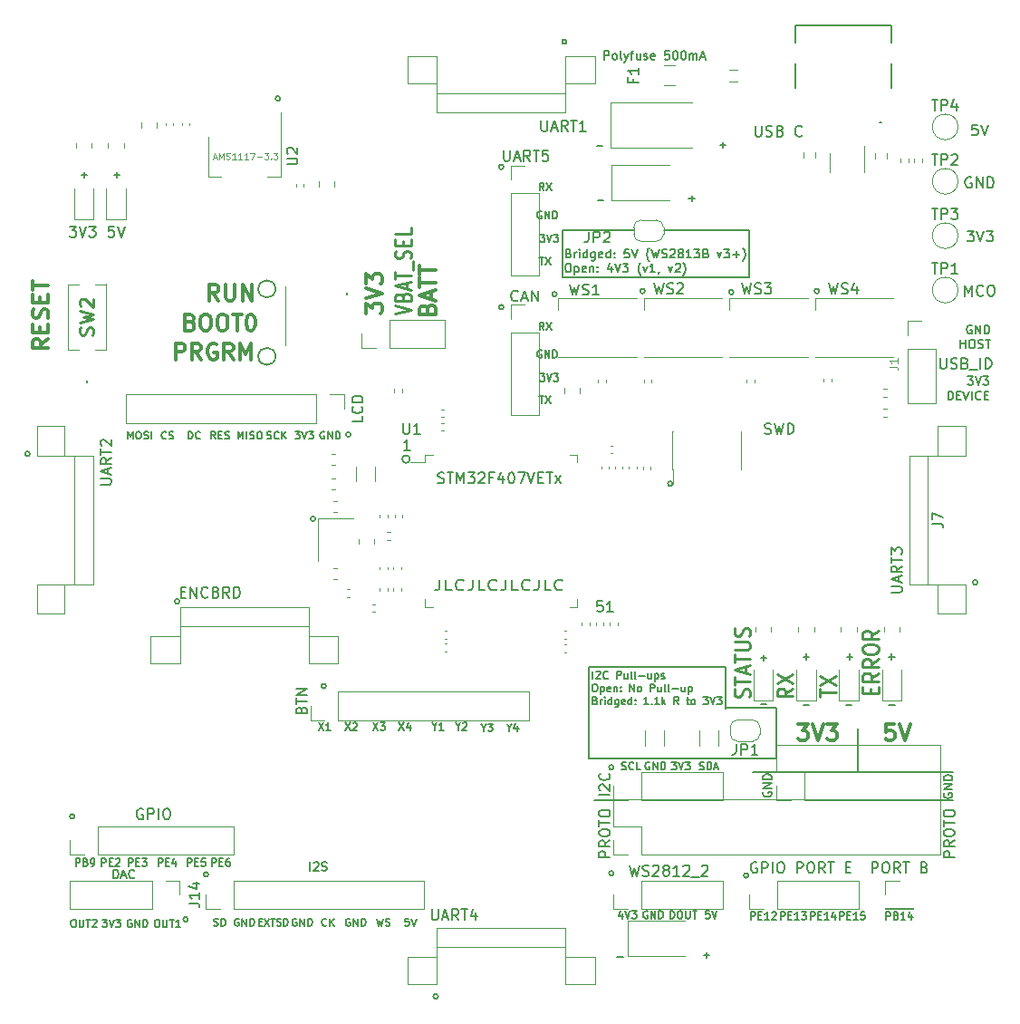
<source format=gbr>
%TF.GenerationSoftware,KiCad,Pcbnew,(5.1.9)-1*%
%TF.CreationDate,2021-03-02T10:58:18+01:00*%
%TF.ProjectId,Midular v2 Proto STM32F407VET6,4d696475-6c61-4722-9076-322050726f74,rev?*%
%TF.SameCoordinates,Original*%
%TF.FileFunction,Legend,Top*%
%TF.FilePolarity,Positive*%
%FSLAX46Y46*%
G04 Gerber Fmt 4.6, Leading zero omitted, Abs format (unit mm)*
G04 Created by KiCad (PCBNEW (5.1.9)-1) date 2021-03-02 10:58:18*
%MOMM*%
%LPD*%
G01*
G04 APERTURE LIST*
%ADD10C,0.150000*%
%ADD11C,0.200000*%
%ADD12C,0.140000*%
%ADD13C,0.160000*%
%ADD14C,0.250000*%
%ADD15C,0.300000*%
%ADD16C,0.120000*%
%ADD17C,0.100000*%
%ADD18C,0.254000*%
G04 APERTURE END LIST*
D10*
X57833333Y6150000D02*
X58366666Y6150000D01*
X83233333Y29750000D02*
X83766666Y29750000D01*
X79233333Y29750000D02*
X79766666Y29750000D01*
X75233333Y29750000D02*
X75766666Y29750000D01*
X71233333Y29850000D02*
X71766666Y29850000D01*
X56033333Y76850000D02*
X56566666Y76850000D01*
X55933333Y81950000D02*
X56466666Y81950000D01*
X67433333Y82050000D02*
X67966666Y82050000D01*
X67700000Y81783333D02*
X67700000Y82316666D01*
X64533333Y77050000D02*
X65066666Y77050000D01*
X64800000Y76783333D02*
X64800000Y77316666D01*
X10833333Y79250000D02*
X11366666Y79250000D01*
X11100000Y78983333D02*
X11100000Y79516666D01*
X7733333Y79250000D02*
X8266666Y79250000D01*
X8000000Y78983333D02*
X8000000Y79516666D01*
X65933333Y6350000D02*
X66466666Y6350000D01*
X66200000Y6083333D02*
X66200000Y6616666D01*
X83233333Y34250000D02*
X83766666Y34250000D01*
X83500000Y33983333D02*
X83500000Y34516666D01*
X79333333Y34250000D02*
X79866666Y34250000D01*
X79600000Y33983333D02*
X79600000Y34516666D01*
X75233333Y34250000D02*
X75766666Y34250000D01*
X75500000Y33983333D02*
X75500000Y34516666D01*
X71233333Y34150000D02*
X71766666Y34150000D01*
X71500000Y33883333D02*
X71500000Y34416666D01*
X76723607Y68400000D02*
G75*
G03*
X76723607Y68400000I-223607J0D01*
G01*
X68723607Y68300000D02*
G75*
G03*
X68723607Y68300000I-223607J0D01*
G01*
X60423607Y68400000D02*
G75*
G03*
X60423607Y68400000I-223607J0D01*
G01*
X52200001Y68100000D02*
G75*
G03*
X52200001Y68100000I-223607J0D01*
G01*
X29623607Y47123606D02*
G75*
G03*
X29623607Y47123606I-223607J0D01*
G01*
X26347213Y86400000D02*
G75*
G03*
X26347213Y86400000I-223607J0D01*
G01*
X53123607Y91700000D02*
G75*
G03*
X53123607Y91700000I-223607J0D01*
G01*
X47223607Y66900000D02*
G75*
G03*
X47223607Y66900000I-223607J0D01*
G01*
X47223607Y80000000D02*
G75*
G03*
X47223607Y80000000I-223607J0D01*
G01*
D11*
X50728571Y84347619D02*
X50728571Y83538095D01*
X50776190Y83442857D01*
X50823809Y83395238D01*
X50919047Y83347619D01*
X51109523Y83347619D01*
X51204761Y83395238D01*
X51252380Y83442857D01*
X51300000Y83538095D01*
X51300000Y84347619D01*
X51728571Y83633333D02*
X52204761Y83633333D01*
X51633333Y83347619D02*
X51966666Y84347619D01*
X52300000Y83347619D01*
X53204761Y83347619D02*
X52871428Y83823809D01*
X52633333Y83347619D02*
X52633333Y84347619D01*
X53014285Y84347619D01*
X53109523Y84300000D01*
X53157142Y84252380D01*
X53204761Y84157142D01*
X53204761Y84014285D01*
X53157142Y83919047D01*
X53109523Y83871428D01*
X53014285Y83823809D01*
X52633333Y83823809D01*
X53490476Y84347619D02*
X54061904Y84347619D01*
X53776190Y83347619D02*
X53776190Y84347619D01*
X54919047Y83347619D02*
X54347619Y83347619D01*
X54633333Y83347619D02*
X54633333Y84347619D01*
X54538095Y84204761D01*
X54442857Y84109523D01*
X54347619Y84061904D01*
X83452380Y40228571D02*
X84261904Y40228571D01*
X84357142Y40276190D01*
X84404761Y40323809D01*
X84452380Y40419047D01*
X84452380Y40609523D01*
X84404761Y40704761D01*
X84357142Y40752380D01*
X84261904Y40800000D01*
X83452380Y40800000D01*
X84166666Y41228571D02*
X84166666Y41704761D01*
X84452380Y41133333D02*
X83452380Y41466666D01*
X84452380Y41800000D01*
X84452380Y42704761D02*
X83976190Y42371428D01*
X84452380Y42133333D02*
X83452380Y42133333D01*
X83452380Y42514285D01*
X83500000Y42609523D01*
X83547619Y42657142D01*
X83642857Y42704761D01*
X83785714Y42704761D01*
X83880952Y42657142D01*
X83928571Y42609523D01*
X83976190Y42514285D01*
X83976190Y42133333D01*
X83452380Y42990476D02*
X83452380Y43561904D01*
X84452380Y43276190D02*
X83452380Y43276190D01*
X83452380Y43800000D02*
X83452380Y44419047D01*
X83833333Y44085714D01*
X83833333Y44228571D01*
X83880952Y44323809D01*
X83928571Y44371428D01*
X84023809Y44419047D01*
X84261904Y44419047D01*
X84357142Y44371428D01*
X84404761Y44323809D01*
X84452380Y44228571D01*
X84452380Y43942857D01*
X84404761Y43847619D01*
X84357142Y43800000D01*
D10*
X91523607Y41176394D02*
G75*
G03*
X91523607Y41176394I-223607J0D01*
G01*
X70123607Y13800000D02*
G75*
G03*
X70123607Y13800000I-223607J0D01*
G01*
X57523607Y23900000D02*
G75*
G03*
X57523607Y23900000I-223607J0D01*
G01*
X57523607Y14000000D02*
G75*
G03*
X57523607Y14000000I-223607J0D01*
G01*
D11*
X40528571Y10647619D02*
X40528571Y9838095D01*
X40576190Y9742857D01*
X40623809Y9695238D01*
X40719047Y9647619D01*
X40909523Y9647619D01*
X41004761Y9695238D01*
X41052380Y9742857D01*
X41100000Y9838095D01*
X41100000Y10647619D01*
X41528571Y9933333D02*
X42004761Y9933333D01*
X41433333Y9647619D02*
X41766666Y10647619D01*
X42100000Y9647619D01*
X43004761Y9647619D02*
X42671428Y10123809D01*
X42433333Y9647619D02*
X42433333Y10647619D01*
X42814285Y10647619D01*
X42909523Y10600000D01*
X42957142Y10552380D01*
X43004761Y10457142D01*
X43004761Y10314285D01*
X42957142Y10219047D01*
X42909523Y10171428D01*
X42814285Y10123809D01*
X42433333Y10123809D01*
X43290476Y10647619D02*
X43861904Y10647619D01*
X43576190Y9647619D02*
X43576190Y10647619D01*
X44623809Y10314285D02*
X44623809Y9647619D01*
X44385714Y10695238D02*
X44147619Y9980952D01*
X44766666Y9980952D01*
D10*
X41100001Y2500000D02*
G75*
G03*
X41100001Y2500000I-223607J0D01*
G01*
X19623607Y13900000D02*
G75*
G03*
X19623607Y13900000I-223607J0D01*
G01*
X17723607Y9700000D02*
G75*
G03*
X17723607Y9700000I-223607J0D01*
G01*
X7123607Y19323606D02*
G75*
G03*
X7123607Y19323606I-223607J0D01*
G01*
D11*
X70757142Y83847619D02*
X70757142Y83038095D01*
X70804761Y82942857D01*
X70852380Y82895238D01*
X70947619Y82847619D01*
X71138095Y82847619D01*
X71233333Y82895238D01*
X71280952Y82942857D01*
X71328571Y83038095D01*
X71328571Y83847619D01*
X71757142Y82895238D02*
X71900000Y82847619D01*
X72138095Y82847619D01*
X72233333Y82895238D01*
X72280952Y82942857D01*
X72328571Y83038095D01*
X72328571Y83133333D01*
X72280952Y83228571D01*
X72233333Y83276190D01*
X72138095Y83323809D01*
X71947619Y83371428D01*
X71852380Y83419047D01*
X71804761Y83466666D01*
X71757142Y83561904D01*
X71757142Y83657142D01*
X71804761Y83752380D01*
X71852380Y83800000D01*
X71947619Y83847619D01*
X72185714Y83847619D01*
X72328571Y83800000D01*
X73090476Y83371428D02*
X73233333Y83323809D01*
X73280952Y83276190D01*
X73328571Y83180952D01*
X73328571Y83038095D01*
X73280952Y82942857D01*
X73233333Y82895238D01*
X73138095Y82847619D01*
X72757142Y82847619D01*
X72757142Y83847619D01*
X73090476Y83847619D01*
X73185714Y83800000D01*
X73233333Y83752380D01*
X73280952Y83657142D01*
X73280952Y83561904D01*
X73233333Y83466666D01*
X73185714Y83419047D01*
X73090476Y83371428D01*
X72757142Y83371428D01*
X75090476Y82942857D02*
X75042857Y82895238D01*
X74900000Y82847619D01*
X74804761Y82847619D01*
X74661904Y82895238D01*
X74566666Y82990476D01*
X74519047Y83085714D01*
X74471428Y83276190D01*
X74471428Y83419047D01*
X74519047Y83609523D01*
X74566666Y83704761D01*
X74661904Y83800000D01*
X74804761Y83847619D01*
X74900000Y83847619D01*
X75042857Y83800000D01*
X75090476Y83752380D01*
D10*
X12100000Y54583333D02*
X12100000Y55283333D01*
X12333333Y54783333D01*
X12566666Y55283333D01*
X12566666Y54583333D01*
X13033333Y55283333D02*
X13166666Y55283333D01*
X13233333Y55250000D01*
X13300000Y55183333D01*
X13333333Y55050000D01*
X13333333Y54816666D01*
X13300000Y54683333D01*
X13233333Y54616666D01*
X13166666Y54583333D01*
X13033333Y54583333D01*
X12966666Y54616666D01*
X12900000Y54683333D01*
X12866666Y54816666D01*
X12866666Y55050000D01*
X12900000Y55183333D01*
X12966666Y55250000D01*
X13033333Y55283333D01*
X13600000Y54616666D02*
X13700000Y54583333D01*
X13866666Y54583333D01*
X13933333Y54616666D01*
X13966666Y54650000D01*
X14000000Y54716666D01*
X14000000Y54783333D01*
X13966666Y54850000D01*
X13933333Y54883333D01*
X13866666Y54916666D01*
X13733333Y54950000D01*
X13666666Y54983333D01*
X13633333Y55016666D01*
X13600000Y55083333D01*
X13600000Y55150000D01*
X13633333Y55216666D01*
X13666666Y55250000D01*
X13733333Y55283333D01*
X13900000Y55283333D01*
X14000000Y55250000D01*
X14300000Y54583333D02*
X14300000Y55283333D01*
X15683333Y54650000D02*
X15650000Y54616666D01*
X15550000Y54583333D01*
X15483333Y54583333D01*
X15383333Y54616666D01*
X15316666Y54683333D01*
X15283333Y54750000D01*
X15250000Y54883333D01*
X15250000Y54983333D01*
X15283333Y55116666D01*
X15316666Y55183333D01*
X15383333Y55250000D01*
X15483333Y55283333D01*
X15550000Y55283333D01*
X15650000Y55250000D01*
X15683333Y55216666D01*
X15950000Y54616666D02*
X16050000Y54583333D01*
X16216666Y54583333D01*
X16283333Y54616666D01*
X16316666Y54650000D01*
X16350000Y54716666D01*
X16350000Y54783333D01*
X16316666Y54850000D01*
X16283333Y54883333D01*
X16216666Y54916666D01*
X16083333Y54950000D01*
X16016666Y54983333D01*
X15983333Y55016666D01*
X15950000Y55083333D01*
X15950000Y55150000D01*
X15983333Y55216666D01*
X16016666Y55250000D01*
X16083333Y55283333D01*
X16250000Y55283333D01*
X16350000Y55250000D01*
X17766666Y54583333D02*
X17766666Y55283333D01*
X17933333Y55283333D01*
X18033333Y55250000D01*
X18100000Y55183333D01*
X18133333Y55116666D01*
X18166666Y54983333D01*
X18166666Y54883333D01*
X18133333Y54750000D01*
X18100000Y54683333D01*
X18033333Y54616666D01*
X17933333Y54583333D01*
X17766666Y54583333D01*
X18866666Y54650000D02*
X18833333Y54616666D01*
X18733333Y54583333D01*
X18666666Y54583333D01*
X18566666Y54616666D01*
X18500000Y54683333D01*
X18466666Y54750000D01*
X18433333Y54883333D01*
X18433333Y54983333D01*
X18466666Y55116666D01*
X18500000Y55183333D01*
X18566666Y55250000D01*
X18666666Y55283333D01*
X18733333Y55283333D01*
X18833333Y55250000D01*
X18866666Y55216666D01*
X20266666Y54583333D02*
X20033333Y54916666D01*
X19866666Y54583333D02*
X19866666Y55283333D01*
X20133333Y55283333D01*
X20200000Y55250000D01*
X20233333Y55216666D01*
X20266666Y55150000D01*
X20266666Y55050000D01*
X20233333Y54983333D01*
X20200000Y54950000D01*
X20133333Y54916666D01*
X19866666Y54916666D01*
X20566666Y54950000D02*
X20800000Y54950000D01*
X20900000Y54583333D02*
X20566666Y54583333D01*
X20566666Y55283333D01*
X20900000Y55283333D01*
X21166666Y54616666D02*
X21266666Y54583333D01*
X21433333Y54583333D01*
X21500000Y54616666D01*
X21533333Y54650000D01*
X21566666Y54716666D01*
X21566666Y54783333D01*
X21533333Y54850000D01*
X21500000Y54883333D01*
X21433333Y54916666D01*
X21300000Y54950000D01*
X21233333Y54983333D01*
X21200000Y55016666D01*
X21166666Y55083333D01*
X21166666Y55150000D01*
X21200000Y55216666D01*
X21233333Y55250000D01*
X21300000Y55283333D01*
X21466666Y55283333D01*
X21566666Y55250000D01*
X22400000Y54583333D02*
X22400000Y55283333D01*
X22633333Y54783333D01*
X22866666Y55283333D01*
X22866666Y54583333D01*
X23200000Y54583333D02*
X23200000Y55283333D01*
X23500000Y54616666D02*
X23600000Y54583333D01*
X23766666Y54583333D01*
X23833333Y54616666D01*
X23866666Y54650000D01*
X23900000Y54716666D01*
X23900000Y54783333D01*
X23866666Y54850000D01*
X23833333Y54883333D01*
X23766666Y54916666D01*
X23633333Y54950000D01*
X23566666Y54983333D01*
X23533333Y55016666D01*
X23500000Y55083333D01*
X23500000Y55150000D01*
X23533333Y55216666D01*
X23566666Y55250000D01*
X23633333Y55283333D01*
X23800000Y55283333D01*
X23900000Y55250000D01*
X24333333Y55283333D02*
X24466666Y55283333D01*
X24533333Y55250000D01*
X24600000Y55183333D01*
X24633333Y55050000D01*
X24633333Y54816666D01*
X24600000Y54683333D01*
X24533333Y54616666D01*
X24466666Y54583333D01*
X24333333Y54583333D01*
X24266666Y54616666D01*
X24200000Y54683333D01*
X24166666Y54816666D01*
X24166666Y55050000D01*
X24200000Y55183333D01*
X24266666Y55250000D01*
X24333333Y55283333D01*
X25100000Y54616666D02*
X25200000Y54583333D01*
X25366666Y54583333D01*
X25433333Y54616666D01*
X25466666Y54650000D01*
X25500000Y54716666D01*
X25500000Y54783333D01*
X25466666Y54850000D01*
X25433333Y54883333D01*
X25366666Y54916666D01*
X25233333Y54950000D01*
X25166666Y54983333D01*
X25133333Y55016666D01*
X25100000Y55083333D01*
X25100000Y55150000D01*
X25133333Y55216666D01*
X25166666Y55250000D01*
X25233333Y55283333D01*
X25400000Y55283333D01*
X25500000Y55250000D01*
X26200000Y54650000D02*
X26166666Y54616666D01*
X26066666Y54583333D01*
X26000000Y54583333D01*
X25900000Y54616666D01*
X25833333Y54683333D01*
X25800000Y54750000D01*
X25766666Y54883333D01*
X25766666Y54983333D01*
X25800000Y55116666D01*
X25833333Y55183333D01*
X25900000Y55250000D01*
X26000000Y55283333D01*
X26066666Y55283333D01*
X26166666Y55250000D01*
X26200000Y55216666D01*
X26500000Y54583333D02*
X26500000Y55283333D01*
X26900000Y54583333D02*
X26600000Y54983333D01*
X26900000Y55283333D02*
X26500000Y54883333D01*
X27733333Y55283333D02*
X28166666Y55283333D01*
X27933333Y55016666D01*
X28033333Y55016666D01*
X28100000Y54983333D01*
X28133333Y54950000D01*
X28166666Y54883333D01*
X28166666Y54716666D01*
X28133333Y54650000D01*
X28100000Y54616666D01*
X28033333Y54583333D01*
X27833333Y54583333D01*
X27766666Y54616666D01*
X27733333Y54650000D01*
X28366666Y55283333D02*
X28600000Y54583333D01*
X28833333Y55283333D01*
X29000000Y55283333D02*
X29433333Y55283333D01*
X29200000Y55016666D01*
X29300000Y55016666D01*
X29366666Y54983333D01*
X29400000Y54950000D01*
X29433333Y54883333D01*
X29433333Y54716666D01*
X29400000Y54650000D01*
X29366666Y54616666D01*
X29300000Y54583333D01*
X29100000Y54583333D01*
X29033333Y54616666D01*
X29000000Y54650000D01*
X30466666Y55250000D02*
X30400000Y55283333D01*
X30300000Y55283333D01*
X30200000Y55250000D01*
X30133333Y55183333D01*
X30100000Y55116666D01*
X30066666Y54983333D01*
X30066666Y54883333D01*
X30100000Y54750000D01*
X30133333Y54683333D01*
X30200000Y54616666D01*
X30300000Y54583333D01*
X30366666Y54583333D01*
X30466666Y54616666D01*
X30500000Y54650000D01*
X30500000Y54883333D01*
X30366666Y54883333D01*
X30800000Y54583333D02*
X30800000Y55283333D01*
X31200000Y54583333D01*
X31200000Y55283333D01*
X31533333Y54583333D02*
X31533333Y55283333D01*
X31700000Y55283333D01*
X31800000Y55250000D01*
X31866666Y55183333D01*
X31900000Y55116666D01*
X31933333Y54983333D01*
X31933333Y54883333D01*
X31900000Y54750000D01*
X31866666Y54683333D01*
X31800000Y54616666D01*
X31700000Y54583333D01*
X31533333Y54583333D01*
D11*
X34052380Y56709523D02*
X34052380Y56233333D01*
X33052380Y56233333D01*
X33957142Y57614285D02*
X34004761Y57566666D01*
X34052380Y57423809D01*
X34052380Y57328571D01*
X34004761Y57185714D01*
X33909523Y57090476D01*
X33814285Y57042857D01*
X33623809Y56995238D01*
X33480952Y56995238D01*
X33290476Y57042857D01*
X33195238Y57090476D01*
X33100000Y57185714D01*
X33052380Y57328571D01*
X33052380Y57423809D01*
X33100000Y57566666D01*
X33147619Y57614285D01*
X34052380Y58042857D02*
X33052380Y58042857D01*
X33052380Y58280952D01*
X33100000Y58423809D01*
X33195238Y58519047D01*
X33290476Y58566666D01*
X33480952Y58614285D01*
X33623809Y58614285D01*
X33814285Y58566666D01*
X33909523Y58519047D01*
X34004761Y58423809D01*
X34052380Y58280952D01*
X34052380Y58042857D01*
D10*
X32923607Y55000000D02*
G75*
G03*
X32923607Y55000000I-223607J0D01*
G01*
D11*
X9552380Y50328571D02*
X10361904Y50328571D01*
X10457142Y50376190D01*
X10504761Y50423809D01*
X10552380Y50519047D01*
X10552380Y50709523D01*
X10504761Y50804761D01*
X10457142Y50852380D01*
X10361904Y50900000D01*
X9552380Y50900000D01*
X10266666Y51328571D02*
X10266666Y51804761D01*
X10552380Y51233333D02*
X9552380Y51566666D01*
X10552380Y51900000D01*
X10552380Y52804761D02*
X10076190Y52471428D01*
X10552380Y52233333D02*
X9552380Y52233333D01*
X9552380Y52614285D01*
X9600000Y52709523D01*
X9647619Y52757142D01*
X9742857Y52804761D01*
X9885714Y52804761D01*
X9980952Y52757142D01*
X10028571Y52709523D01*
X10076190Y52614285D01*
X10076190Y52233333D01*
X9552380Y53090476D02*
X9552380Y53661904D01*
X10552380Y53376190D02*
X9552380Y53376190D01*
X9647619Y53947619D02*
X9600000Y53995238D01*
X9552380Y54090476D01*
X9552380Y54328571D01*
X9600000Y54423809D01*
X9647619Y54471428D01*
X9742857Y54519047D01*
X9838095Y54519047D01*
X9980952Y54471428D01*
X10552380Y53900000D01*
X10552380Y54519047D01*
D10*
X2947213Y53200000D02*
G75*
G03*
X2947213Y53200000I-223607J0D01*
G01*
X16923607Y39400000D02*
G75*
G03*
X16923607Y39400000I-223607J0D01*
G01*
X30623607Y31500000D02*
G75*
G03*
X30623607Y31500000I-223607J0D01*
G01*
D11*
X17061904Y40271428D02*
X17395238Y40271428D01*
X17538095Y39747619D02*
X17061904Y39747619D01*
X17061904Y40747619D01*
X17538095Y40747619D01*
X17966666Y39747619D02*
X17966666Y40747619D01*
X18538095Y39747619D01*
X18538095Y40747619D01*
X19585714Y39842857D02*
X19538095Y39795238D01*
X19395238Y39747619D01*
X19300000Y39747619D01*
X19157142Y39795238D01*
X19061904Y39890476D01*
X19014285Y39985714D01*
X18966666Y40176190D01*
X18966666Y40319047D01*
X19014285Y40509523D01*
X19061904Y40604761D01*
X19157142Y40700000D01*
X19300000Y40747619D01*
X19395238Y40747619D01*
X19538095Y40700000D01*
X19585714Y40652380D01*
X20347619Y40271428D02*
X20490476Y40223809D01*
X20538095Y40176190D01*
X20585714Y40080952D01*
X20585714Y39938095D01*
X20538095Y39842857D01*
X20490476Y39795238D01*
X20395238Y39747619D01*
X20014285Y39747619D01*
X20014285Y40747619D01*
X20347619Y40747619D01*
X20442857Y40700000D01*
X20490476Y40652380D01*
X20538095Y40557142D01*
X20538095Y40461904D01*
X20490476Y40366666D01*
X20442857Y40319047D01*
X20347619Y40271428D01*
X20014285Y40271428D01*
X21585714Y39747619D02*
X21252380Y40223809D01*
X21014285Y39747619D02*
X21014285Y40747619D01*
X21395238Y40747619D01*
X21490476Y40700000D01*
X21538095Y40652380D01*
X21585714Y40557142D01*
X21585714Y40414285D01*
X21538095Y40319047D01*
X21490476Y40271428D01*
X21395238Y40223809D01*
X21014285Y40223809D01*
X22014285Y39747619D02*
X22014285Y40747619D01*
X22252380Y40747619D01*
X22395238Y40700000D01*
X22490476Y40604761D01*
X22538095Y40509523D01*
X22585714Y40319047D01*
X22585714Y40176190D01*
X22538095Y39985714D01*
X22490476Y39890476D01*
X22395238Y39795238D01*
X22252380Y39747619D01*
X22014285Y39747619D01*
D10*
X72700000Y29500000D02*
X68000000Y29500000D01*
X72700000Y24700000D02*
X72700000Y29500000D01*
X55200000Y24700000D02*
X72700000Y24700000D01*
X55200000Y33300000D02*
X55200000Y24700000D01*
X68000000Y33300000D02*
X55200000Y33300000D01*
X68000000Y29400000D02*
X68000000Y33300000D01*
X70200000Y74100000D02*
X70200000Y73600000D01*
X62200000Y74100000D02*
X70200000Y74100000D01*
X70200000Y69700000D02*
X70200000Y73600000D01*
X52700000Y69700000D02*
X70200000Y69700000D01*
X52700000Y74100000D02*
X52700000Y69700000D01*
X52800000Y74100000D02*
X52700000Y74100000D01*
X59400000Y74100000D02*
X52800000Y74100000D01*
X55564166Y32183333D02*
X55564166Y32883333D01*
X55864166Y32816666D02*
X55897500Y32850000D01*
X55964166Y32883333D01*
X56130833Y32883333D01*
X56197500Y32850000D01*
X56230833Y32816666D01*
X56264166Y32750000D01*
X56264166Y32683333D01*
X56230833Y32583333D01*
X55830833Y32183333D01*
X56264166Y32183333D01*
X56964166Y32250000D02*
X56930833Y32216666D01*
X56830833Y32183333D01*
X56764166Y32183333D01*
X56664166Y32216666D01*
X56597500Y32283333D01*
X56564166Y32350000D01*
X56530833Y32483333D01*
X56530833Y32583333D01*
X56564166Y32716666D01*
X56597500Y32783333D01*
X56664166Y32850000D01*
X56764166Y32883333D01*
X56830833Y32883333D01*
X56930833Y32850000D01*
X56964166Y32816666D01*
X57797500Y32183333D02*
X57797500Y32883333D01*
X58064166Y32883333D01*
X58130833Y32850000D01*
X58164166Y32816666D01*
X58197500Y32750000D01*
X58197500Y32650000D01*
X58164166Y32583333D01*
X58130833Y32550000D01*
X58064166Y32516666D01*
X57797500Y32516666D01*
X58797500Y32650000D02*
X58797500Y32183333D01*
X58497500Y32650000D02*
X58497500Y32283333D01*
X58530833Y32216666D01*
X58597500Y32183333D01*
X58697500Y32183333D01*
X58764166Y32216666D01*
X58797500Y32250000D01*
X59230833Y32183333D02*
X59164166Y32216666D01*
X59130833Y32283333D01*
X59130833Y32883333D01*
X59597500Y32183333D02*
X59530833Y32216666D01*
X59497500Y32283333D01*
X59497500Y32883333D01*
X59864166Y32450000D02*
X60397500Y32450000D01*
X61030833Y32650000D02*
X61030833Y32183333D01*
X60730833Y32650000D02*
X60730833Y32283333D01*
X60764166Y32216666D01*
X60830833Y32183333D01*
X60930833Y32183333D01*
X60997500Y32216666D01*
X61030833Y32250000D01*
X61364166Y32650000D02*
X61364166Y31950000D01*
X61364166Y32616666D02*
X61430833Y32650000D01*
X61564166Y32650000D01*
X61630833Y32616666D01*
X61664166Y32583333D01*
X61697500Y32516666D01*
X61697500Y32316666D01*
X61664166Y32250000D01*
X61630833Y32216666D01*
X61564166Y32183333D01*
X61430833Y32183333D01*
X61364166Y32216666D01*
X61964166Y32216666D02*
X62030833Y32183333D01*
X62164166Y32183333D01*
X62230833Y32216666D01*
X62264166Y32283333D01*
X62264166Y32316666D01*
X62230833Y32383333D01*
X62164166Y32416666D01*
X62064166Y32416666D01*
X61997500Y32450000D01*
X61964166Y32516666D01*
X61964166Y32550000D01*
X61997500Y32616666D01*
X62064166Y32650000D01*
X62164166Y32650000D01*
X62230833Y32616666D01*
X55697500Y31683333D02*
X55830833Y31683333D01*
X55897500Y31650000D01*
X55964166Y31583333D01*
X55997500Y31450000D01*
X55997500Y31216666D01*
X55964166Y31083333D01*
X55897500Y31016666D01*
X55830833Y30983333D01*
X55697500Y30983333D01*
X55630833Y31016666D01*
X55564166Y31083333D01*
X55530833Y31216666D01*
X55530833Y31450000D01*
X55564166Y31583333D01*
X55630833Y31650000D01*
X55697500Y31683333D01*
X56297500Y31450000D02*
X56297500Y30750000D01*
X56297500Y31416666D02*
X56364166Y31450000D01*
X56497500Y31450000D01*
X56564166Y31416666D01*
X56597500Y31383333D01*
X56630833Y31316666D01*
X56630833Y31116666D01*
X56597500Y31050000D01*
X56564166Y31016666D01*
X56497500Y30983333D01*
X56364166Y30983333D01*
X56297500Y31016666D01*
X57197500Y31016666D02*
X57130833Y30983333D01*
X56997500Y30983333D01*
X56930833Y31016666D01*
X56897500Y31083333D01*
X56897500Y31350000D01*
X56930833Y31416666D01*
X56997500Y31450000D01*
X57130833Y31450000D01*
X57197500Y31416666D01*
X57230833Y31350000D01*
X57230833Y31283333D01*
X56897500Y31216666D01*
X57530833Y31450000D02*
X57530833Y30983333D01*
X57530833Y31383333D02*
X57564166Y31416666D01*
X57630833Y31450000D01*
X57730833Y31450000D01*
X57797500Y31416666D01*
X57830833Y31350000D01*
X57830833Y30983333D01*
X58164166Y31050000D02*
X58197500Y31016666D01*
X58164166Y30983333D01*
X58130833Y31016666D01*
X58164166Y31050000D01*
X58164166Y30983333D01*
X58164166Y31416666D02*
X58197500Y31383333D01*
X58164166Y31350000D01*
X58130833Y31383333D01*
X58164166Y31416666D01*
X58164166Y31350000D01*
X59030833Y30983333D02*
X59030833Y31683333D01*
X59430833Y30983333D01*
X59430833Y31683333D01*
X59864166Y30983333D02*
X59797500Y31016666D01*
X59764166Y31050000D01*
X59730833Y31116666D01*
X59730833Y31316666D01*
X59764166Y31383333D01*
X59797500Y31416666D01*
X59864166Y31450000D01*
X59964166Y31450000D01*
X60030833Y31416666D01*
X60064166Y31383333D01*
X60097500Y31316666D01*
X60097500Y31116666D01*
X60064166Y31050000D01*
X60030833Y31016666D01*
X59964166Y30983333D01*
X59864166Y30983333D01*
X60930833Y30983333D02*
X60930833Y31683333D01*
X61197500Y31683333D01*
X61264166Y31650000D01*
X61297500Y31616666D01*
X61330833Y31550000D01*
X61330833Y31450000D01*
X61297500Y31383333D01*
X61264166Y31350000D01*
X61197500Y31316666D01*
X60930833Y31316666D01*
X61930833Y31450000D02*
X61930833Y30983333D01*
X61630833Y31450000D02*
X61630833Y31083333D01*
X61664166Y31016666D01*
X61730833Y30983333D01*
X61830833Y30983333D01*
X61897500Y31016666D01*
X61930833Y31050000D01*
X62364166Y30983333D02*
X62297500Y31016666D01*
X62264166Y31083333D01*
X62264166Y31683333D01*
X62730833Y30983333D02*
X62664166Y31016666D01*
X62630833Y31083333D01*
X62630833Y31683333D01*
X62997500Y31250000D02*
X63530833Y31250000D01*
X64164166Y31450000D02*
X64164166Y30983333D01*
X63864166Y31450000D02*
X63864166Y31083333D01*
X63897500Y31016666D01*
X63964166Y30983333D01*
X64064166Y30983333D01*
X64130833Y31016666D01*
X64164166Y31050000D01*
X64497500Y31450000D02*
X64497500Y30750000D01*
X64497500Y31416666D02*
X64564166Y31450000D01*
X64697500Y31450000D01*
X64764166Y31416666D01*
X64797500Y31383333D01*
X64830833Y31316666D01*
X64830833Y31116666D01*
X64797500Y31050000D01*
X64764166Y31016666D01*
X64697500Y30983333D01*
X64564166Y30983333D01*
X64497500Y31016666D01*
X55797500Y30150000D02*
X55897500Y30116666D01*
X55930833Y30083333D01*
X55964166Y30016666D01*
X55964166Y29916666D01*
X55930833Y29850000D01*
X55897500Y29816666D01*
X55830833Y29783333D01*
X55564166Y29783333D01*
X55564166Y30483333D01*
X55797500Y30483333D01*
X55864166Y30450000D01*
X55897500Y30416666D01*
X55930833Y30350000D01*
X55930833Y30283333D01*
X55897500Y30216666D01*
X55864166Y30183333D01*
X55797500Y30150000D01*
X55564166Y30150000D01*
X56264166Y29783333D02*
X56264166Y30250000D01*
X56264166Y30116666D02*
X56297500Y30183333D01*
X56330833Y30216666D01*
X56397500Y30250000D01*
X56464166Y30250000D01*
X56697500Y29783333D02*
X56697500Y30250000D01*
X56697500Y30483333D02*
X56664166Y30450000D01*
X56697500Y30416666D01*
X56730833Y30450000D01*
X56697500Y30483333D01*
X56697500Y30416666D01*
X57330833Y29783333D02*
X57330833Y30483333D01*
X57330833Y29816666D02*
X57264166Y29783333D01*
X57130833Y29783333D01*
X57064166Y29816666D01*
X57030833Y29850000D01*
X56997500Y29916666D01*
X56997500Y30116666D01*
X57030833Y30183333D01*
X57064166Y30216666D01*
X57130833Y30250000D01*
X57264166Y30250000D01*
X57330833Y30216666D01*
X57964166Y30250000D02*
X57964166Y29683333D01*
X57930833Y29616666D01*
X57897500Y29583333D01*
X57830833Y29550000D01*
X57730833Y29550000D01*
X57664166Y29583333D01*
X57964166Y29816666D02*
X57897500Y29783333D01*
X57764166Y29783333D01*
X57697500Y29816666D01*
X57664166Y29850000D01*
X57630833Y29916666D01*
X57630833Y30116666D01*
X57664166Y30183333D01*
X57697500Y30216666D01*
X57764166Y30250000D01*
X57897500Y30250000D01*
X57964166Y30216666D01*
X58564166Y29816666D02*
X58497500Y29783333D01*
X58364166Y29783333D01*
X58297500Y29816666D01*
X58264166Y29883333D01*
X58264166Y30150000D01*
X58297500Y30216666D01*
X58364166Y30250000D01*
X58497500Y30250000D01*
X58564166Y30216666D01*
X58597500Y30150000D01*
X58597500Y30083333D01*
X58264166Y30016666D01*
X59197500Y29783333D02*
X59197500Y30483333D01*
X59197500Y29816666D02*
X59130833Y29783333D01*
X58997500Y29783333D01*
X58930833Y29816666D01*
X58897500Y29850000D01*
X58864166Y29916666D01*
X58864166Y30116666D01*
X58897500Y30183333D01*
X58930833Y30216666D01*
X58997500Y30250000D01*
X59130833Y30250000D01*
X59197500Y30216666D01*
X59530833Y29850000D02*
X59564166Y29816666D01*
X59530833Y29783333D01*
X59497500Y29816666D01*
X59530833Y29850000D01*
X59530833Y29783333D01*
X59530833Y30216666D02*
X59564166Y30183333D01*
X59530833Y30150000D01*
X59497500Y30183333D01*
X59530833Y30216666D01*
X59530833Y30150000D01*
X60764166Y29783333D02*
X60364166Y29783333D01*
X60564166Y29783333D02*
X60564166Y30483333D01*
X60497500Y30383333D01*
X60430833Y30316666D01*
X60364166Y30283333D01*
X61064166Y29850000D02*
X61097500Y29816666D01*
X61064166Y29783333D01*
X61030833Y29816666D01*
X61064166Y29850000D01*
X61064166Y29783333D01*
X61764166Y29783333D02*
X61364166Y29783333D01*
X61564166Y29783333D02*
X61564166Y30483333D01*
X61497500Y30383333D01*
X61430833Y30316666D01*
X61364166Y30283333D01*
X62064166Y29783333D02*
X62064166Y30483333D01*
X62130833Y30050000D02*
X62330833Y29783333D01*
X62330833Y30250000D02*
X62064166Y29983333D01*
X63564166Y29783333D02*
X63330833Y30116666D01*
X63164166Y29783333D02*
X63164166Y30483333D01*
X63430833Y30483333D01*
X63497500Y30450000D01*
X63530833Y30416666D01*
X63564166Y30350000D01*
X63564166Y30250000D01*
X63530833Y30183333D01*
X63497500Y30150000D01*
X63430833Y30116666D01*
X63164166Y30116666D01*
X64297500Y30250000D02*
X64564166Y30250000D01*
X64397500Y30483333D02*
X64397500Y29883333D01*
X64430833Y29816666D01*
X64497500Y29783333D01*
X64564166Y29783333D01*
X64897500Y29783333D02*
X64830833Y29816666D01*
X64797500Y29850000D01*
X64764166Y29916666D01*
X64764166Y30116666D01*
X64797500Y30183333D01*
X64830833Y30216666D01*
X64897500Y30250000D01*
X64997500Y30250000D01*
X65064166Y30216666D01*
X65097500Y30183333D01*
X65130833Y30116666D01*
X65130833Y29916666D01*
X65097500Y29850000D01*
X65064166Y29816666D01*
X64997500Y29783333D01*
X64897500Y29783333D01*
X65897500Y30483333D02*
X66330833Y30483333D01*
X66097500Y30216666D01*
X66197500Y30216666D01*
X66264166Y30183333D01*
X66297500Y30150000D01*
X66330833Y30083333D01*
X66330833Y29916666D01*
X66297500Y29850000D01*
X66264166Y29816666D01*
X66197500Y29783333D01*
X65997500Y29783333D01*
X65930833Y29816666D01*
X65897500Y29850000D01*
X66530833Y30483333D02*
X66764166Y29783333D01*
X66997500Y30483333D01*
X67164166Y30483333D02*
X67597500Y30483333D01*
X67364166Y30216666D01*
X67464166Y30216666D01*
X67530833Y30183333D01*
X67564166Y30150000D01*
X67597500Y30083333D01*
X67597500Y29916666D01*
X67564166Y29850000D01*
X67530833Y29816666D01*
X67464166Y29783333D01*
X67264166Y29783333D01*
X67197500Y29816666D01*
X67164166Y29850000D01*
X10809523Y74447619D02*
X10333333Y74447619D01*
X10285714Y73971428D01*
X10333333Y74019047D01*
X10428571Y74066666D01*
X10666666Y74066666D01*
X10761904Y74019047D01*
X10809523Y73971428D01*
X10857142Y73876190D01*
X10857142Y73638095D01*
X10809523Y73542857D01*
X10761904Y73495238D01*
X10666666Y73447619D01*
X10428571Y73447619D01*
X10333333Y73495238D01*
X10285714Y73542857D01*
X11142857Y74447619D02*
X11476190Y73447619D01*
X11809523Y74447619D01*
X6661904Y74447619D02*
X7280952Y74447619D01*
X6947619Y74066666D01*
X7090476Y74066666D01*
X7185714Y74019047D01*
X7233333Y73971428D01*
X7280952Y73876190D01*
X7280952Y73638095D01*
X7233333Y73542857D01*
X7185714Y73495238D01*
X7090476Y73447619D01*
X6804761Y73447619D01*
X6709523Y73495238D01*
X6661904Y73542857D01*
X7566666Y74447619D02*
X7900000Y73447619D01*
X8233333Y74447619D01*
X8471428Y74447619D02*
X9090476Y74447619D01*
X8757142Y74066666D01*
X8900000Y74066666D01*
X8995238Y74019047D01*
X9042857Y73971428D01*
X9090476Y73876190D01*
X9090476Y73638095D01*
X9042857Y73542857D01*
X8995238Y73495238D01*
X8900000Y73447619D01*
X8614285Y73447619D01*
X8519047Y73495238D01*
X8471428Y73542857D01*
D12*
X53298142Y71927142D02*
X53412428Y71889047D01*
X53450523Y71850952D01*
X53488619Y71774761D01*
X53488619Y71660476D01*
X53450523Y71584285D01*
X53412428Y71546190D01*
X53336238Y71508095D01*
X53031476Y71508095D01*
X53031476Y72308095D01*
X53298142Y72308095D01*
X53374333Y72270000D01*
X53412428Y72231904D01*
X53450523Y72155714D01*
X53450523Y72079523D01*
X53412428Y72003333D01*
X53374333Y71965238D01*
X53298142Y71927142D01*
X53031476Y71927142D01*
X53831476Y71508095D02*
X53831476Y72041428D01*
X53831476Y71889047D02*
X53869571Y71965238D01*
X53907666Y72003333D01*
X53983857Y72041428D01*
X54060047Y72041428D01*
X54326714Y71508095D02*
X54326714Y72041428D01*
X54326714Y72308095D02*
X54288619Y72270000D01*
X54326714Y72231904D01*
X54364809Y72270000D01*
X54326714Y72308095D01*
X54326714Y72231904D01*
X55050523Y71508095D02*
X55050523Y72308095D01*
X55050523Y71546190D02*
X54974333Y71508095D01*
X54821952Y71508095D01*
X54745761Y71546190D01*
X54707666Y71584285D01*
X54669571Y71660476D01*
X54669571Y71889047D01*
X54707666Y71965238D01*
X54745761Y72003333D01*
X54821952Y72041428D01*
X54974333Y72041428D01*
X55050523Y72003333D01*
X55774333Y72041428D02*
X55774333Y71393809D01*
X55736238Y71317619D01*
X55698142Y71279523D01*
X55621952Y71241428D01*
X55507666Y71241428D01*
X55431476Y71279523D01*
X55774333Y71546190D02*
X55698142Y71508095D01*
X55545761Y71508095D01*
X55469571Y71546190D01*
X55431476Y71584285D01*
X55393380Y71660476D01*
X55393380Y71889047D01*
X55431476Y71965238D01*
X55469571Y72003333D01*
X55545761Y72041428D01*
X55698142Y72041428D01*
X55774333Y72003333D01*
X56460047Y71546190D02*
X56383857Y71508095D01*
X56231476Y71508095D01*
X56155285Y71546190D01*
X56117190Y71622380D01*
X56117190Y71927142D01*
X56155285Y72003333D01*
X56231476Y72041428D01*
X56383857Y72041428D01*
X56460047Y72003333D01*
X56498142Y71927142D01*
X56498142Y71850952D01*
X56117190Y71774761D01*
X57183857Y71508095D02*
X57183857Y72308095D01*
X57183857Y71546190D02*
X57107666Y71508095D01*
X56955285Y71508095D01*
X56879095Y71546190D01*
X56841000Y71584285D01*
X56802904Y71660476D01*
X56802904Y71889047D01*
X56841000Y71965238D01*
X56879095Y72003333D01*
X56955285Y72041428D01*
X57107666Y72041428D01*
X57183857Y72003333D01*
X57564809Y71584285D02*
X57602904Y71546190D01*
X57564809Y71508095D01*
X57526714Y71546190D01*
X57564809Y71584285D01*
X57564809Y71508095D01*
X57564809Y72003333D02*
X57602904Y71965238D01*
X57564809Y71927142D01*
X57526714Y71965238D01*
X57564809Y72003333D01*
X57564809Y71927142D01*
X58936238Y72308095D02*
X58555285Y72308095D01*
X58517190Y71927142D01*
X58555285Y71965238D01*
X58631476Y72003333D01*
X58821952Y72003333D01*
X58898142Y71965238D01*
X58936238Y71927142D01*
X58974333Y71850952D01*
X58974333Y71660476D01*
X58936238Y71584285D01*
X58898142Y71546190D01*
X58821952Y71508095D01*
X58631476Y71508095D01*
X58555285Y71546190D01*
X58517190Y71584285D01*
X59202904Y72308095D02*
X59469571Y71508095D01*
X59736238Y72308095D01*
X60841000Y71203333D02*
X60802904Y71241428D01*
X60726714Y71355714D01*
X60688619Y71431904D01*
X60650523Y71546190D01*
X60612428Y71736666D01*
X60612428Y71889047D01*
X60650523Y72079523D01*
X60688619Y72193809D01*
X60726714Y72270000D01*
X60802904Y72384285D01*
X60841000Y72422380D01*
X61069571Y72308095D02*
X61260047Y71508095D01*
X61412428Y72079523D01*
X61564809Y71508095D01*
X61755285Y72308095D01*
X62021952Y71546190D02*
X62136238Y71508095D01*
X62326714Y71508095D01*
X62402904Y71546190D01*
X62441000Y71584285D01*
X62479095Y71660476D01*
X62479095Y71736666D01*
X62441000Y71812857D01*
X62402904Y71850952D01*
X62326714Y71889047D01*
X62174333Y71927142D01*
X62098142Y71965238D01*
X62060047Y72003333D01*
X62021952Y72079523D01*
X62021952Y72155714D01*
X62060047Y72231904D01*
X62098142Y72270000D01*
X62174333Y72308095D01*
X62364809Y72308095D01*
X62479095Y72270000D01*
X62783857Y72231904D02*
X62821952Y72270000D01*
X62898142Y72308095D01*
X63088619Y72308095D01*
X63164809Y72270000D01*
X63202904Y72231904D01*
X63241000Y72155714D01*
X63241000Y72079523D01*
X63202904Y71965238D01*
X62745761Y71508095D01*
X63241000Y71508095D01*
X63698142Y71965238D02*
X63621952Y72003333D01*
X63583857Y72041428D01*
X63545761Y72117619D01*
X63545761Y72155714D01*
X63583857Y72231904D01*
X63621952Y72270000D01*
X63698142Y72308095D01*
X63850523Y72308095D01*
X63926714Y72270000D01*
X63964809Y72231904D01*
X64002904Y72155714D01*
X64002904Y72117619D01*
X63964809Y72041428D01*
X63926714Y72003333D01*
X63850523Y71965238D01*
X63698142Y71965238D01*
X63621952Y71927142D01*
X63583857Y71889047D01*
X63545761Y71812857D01*
X63545761Y71660476D01*
X63583857Y71584285D01*
X63621952Y71546190D01*
X63698142Y71508095D01*
X63850523Y71508095D01*
X63926714Y71546190D01*
X63964809Y71584285D01*
X64002904Y71660476D01*
X64002904Y71812857D01*
X63964809Y71889047D01*
X63926714Y71927142D01*
X63850523Y71965238D01*
X64764809Y71508095D02*
X64307666Y71508095D01*
X64536238Y71508095D02*
X64536238Y72308095D01*
X64460047Y72193809D01*
X64383857Y72117619D01*
X64307666Y72079523D01*
X65031476Y72308095D02*
X65526714Y72308095D01*
X65260047Y72003333D01*
X65374333Y72003333D01*
X65450523Y71965238D01*
X65488619Y71927142D01*
X65526714Y71850952D01*
X65526714Y71660476D01*
X65488619Y71584285D01*
X65450523Y71546190D01*
X65374333Y71508095D01*
X65145761Y71508095D01*
X65069571Y71546190D01*
X65031476Y71584285D01*
X66136238Y71927142D02*
X66250523Y71889047D01*
X66288619Y71850952D01*
X66326714Y71774761D01*
X66326714Y71660476D01*
X66288619Y71584285D01*
X66250523Y71546190D01*
X66174333Y71508095D01*
X65869571Y71508095D01*
X65869571Y72308095D01*
X66136238Y72308095D01*
X66212428Y72270000D01*
X66250523Y72231904D01*
X66288619Y72155714D01*
X66288619Y72079523D01*
X66250523Y72003333D01*
X66212428Y71965238D01*
X66136238Y71927142D01*
X65869571Y71927142D01*
X67202904Y72041428D02*
X67393380Y71508095D01*
X67583857Y72041428D01*
X67812428Y72308095D02*
X68307666Y72308095D01*
X68041000Y72003333D01*
X68155285Y72003333D01*
X68231476Y71965238D01*
X68269571Y71927142D01*
X68307666Y71850952D01*
X68307666Y71660476D01*
X68269571Y71584285D01*
X68231476Y71546190D01*
X68155285Y71508095D01*
X67926714Y71508095D01*
X67850523Y71546190D01*
X67812428Y71584285D01*
X68650523Y71812857D02*
X69260047Y71812857D01*
X68955285Y71508095D02*
X68955285Y72117619D01*
X69564809Y71203333D02*
X69602904Y71241428D01*
X69679095Y71355714D01*
X69717190Y71431904D01*
X69755285Y71546190D01*
X69793380Y71736666D01*
X69793380Y71889047D01*
X69755285Y72079523D01*
X69717190Y72193809D01*
X69679095Y72270000D01*
X69602904Y72384285D01*
X69564809Y72422380D01*
X53183857Y70968095D02*
X53336238Y70968095D01*
X53412428Y70930000D01*
X53488619Y70853809D01*
X53526714Y70701428D01*
X53526714Y70434761D01*
X53488619Y70282380D01*
X53412428Y70206190D01*
X53336238Y70168095D01*
X53183857Y70168095D01*
X53107666Y70206190D01*
X53031476Y70282380D01*
X52993380Y70434761D01*
X52993380Y70701428D01*
X53031476Y70853809D01*
X53107666Y70930000D01*
X53183857Y70968095D01*
X53869571Y70701428D02*
X53869571Y69901428D01*
X53869571Y70663333D02*
X53945761Y70701428D01*
X54098142Y70701428D01*
X54174333Y70663333D01*
X54212428Y70625238D01*
X54250523Y70549047D01*
X54250523Y70320476D01*
X54212428Y70244285D01*
X54174333Y70206190D01*
X54098142Y70168095D01*
X53945761Y70168095D01*
X53869571Y70206190D01*
X54898142Y70206190D02*
X54821952Y70168095D01*
X54669571Y70168095D01*
X54593380Y70206190D01*
X54555285Y70282380D01*
X54555285Y70587142D01*
X54593380Y70663333D01*
X54669571Y70701428D01*
X54821952Y70701428D01*
X54898142Y70663333D01*
X54936238Y70587142D01*
X54936238Y70510952D01*
X54555285Y70434761D01*
X55279095Y70701428D02*
X55279095Y70168095D01*
X55279095Y70625238D02*
X55317190Y70663333D01*
X55393380Y70701428D01*
X55507666Y70701428D01*
X55583857Y70663333D01*
X55621952Y70587142D01*
X55621952Y70168095D01*
X56002904Y70244285D02*
X56041000Y70206190D01*
X56002904Y70168095D01*
X55964809Y70206190D01*
X56002904Y70244285D01*
X56002904Y70168095D01*
X56002904Y70663333D02*
X56041000Y70625238D01*
X56002904Y70587142D01*
X55964809Y70625238D01*
X56002904Y70663333D01*
X56002904Y70587142D01*
X57336238Y70701428D02*
X57336238Y70168095D01*
X57145761Y71006190D02*
X56955285Y70434761D01*
X57450523Y70434761D01*
X57641000Y70968095D02*
X57907666Y70168095D01*
X58174333Y70968095D01*
X58364809Y70968095D02*
X58860047Y70968095D01*
X58593380Y70663333D01*
X58707666Y70663333D01*
X58783857Y70625238D01*
X58821952Y70587142D01*
X58860047Y70510952D01*
X58860047Y70320476D01*
X58821952Y70244285D01*
X58783857Y70206190D01*
X58707666Y70168095D01*
X58479095Y70168095D01*
X58402904Y70206190D01*
X58364809Y70244285D01*
X60041000Y69863333D02*
X60002904Y69901428D01*
X59926714Y70015714D01*
X59888619Y70091904D01*
X59850523Y70206190D01*
X59812428Y70396666D01*
X59812428Y70549047D01*
X59850523Y70739523D01*
X59888619Y70853809D01*
X59926714Y70930000D01*
X60002904Y71044285D01*
X60041000Y71082380D01*
X60269571Y70701428D02*
X60460047Y70168095D01*
X60650523Y70701428D01*
X61374333Y70168095D02*
X60917190Y70168095D01*
X61145761Y70168095D02*
X61145761Y70968095D01*
X61069571Y70853809D01*
X60993380Y70777619D01*
X60917190Y70739523D01*
X61755285Y70206190D02*
X61755285Y70168095D01*
X61717190Y70091904D01*
X61679095Y70053809D01*
X62631476Y70701428D02*
X62821952Y70168095D01*
X63012428Y70701428D01*
X63279095Y70891904D02*
X63317190Y70930000D01*
X63393380Y70968095D01*
X63583857Y70968095D01*
X63660047Y70930000D01*
X63698142Y70891904D01*
X63736238Y70815714D01*
X63736238Y70739523D01*
X63698142Y70625238D01*
X63241000Y70168095D01*
X63736238Y70168095D01*
X64002904Y69863333D02*
X64041000Y69901428D01*
X64117190Y70015714D01*
X64155285Y70091904D01*
X64193380Y70206190D01*
X64231476Y70396666D01*
X64231476Y70549047D01*
X64193380Y70739523D01*
X64155285Y70853809D01*
X64117190Y70930000D01*
X64041000Y71044285D01*
X64002904Y71082380D01*
D11*
X91509523Y83947619D02*
X91033333Y83947619D01*
X90985714Y83471428D01*
X91033333Y83519047D01*
X91128571Y83566666D01*
X91366666Y83566666D01*
X91461904Y83519047D01*
X91509523Y83471428D01*
X91557142Y83376190D01*
X91557142Y83138095D01*
X91509523Y83042857D01*
X91461904Y82995238D01*
X91366666Y82947619D01*
X91128571Y82947619D01*
X91033333Y82995238D01*
X90985714Y83042857D01*
X91842857Y83947619D02*
X92176190Y82947619D01*
X92509523Y83947619D01*
X90938095Y79000000D02*
X90842857Y79047619D01*
X90700000Y79047619D01*
X90557142Y79000000D01*
X90461904Y78904761D01*
X90414285Y78809523D01*
X90366666Y78619047D01*
X90366666Y78476190D01*
X90414285Y78285714D01*
X90461904Y78190476D01*
X90557142Y78095238D01*
X90700000Y78047619D01*
X90795238Y78047619D01*
X90938095Y78095238D01*
X90985714Y78142857D01*
X90985714Y78476190D01*
X90795238Y78476190D01*
X91414285Y78047619D02*
X91414285Y79047619D01*
X91985714Y78047619D01*
X91985714Y79047619D01*
X92461904Y78047619D02*
X92461904Y79047619D01*
X92700000Y79047619D01*
X92842857Y79000000D01*
X92938095Y78904761D01*
X92985714Y78809523D01*
X93033333Y78619047D01*
X93033333Y78476190D01*
X92985714Y78285714D01*
X92938095Y78190476D01*
X92842857Y78095238D01*
X92700000Y78047619D01*
X92461904Y78047619D01*
X90561904Y74047619D02*
X91180952Y74047619D01*
X90847619Y73666666D01*
X90990476Y73666666D01*
X91085714Y73619047D01*
X91133333Y73571428D01*
X91180952Y73476190D01*
X91180952Y73238095D01*
X91133333Y73142857D01*
X91085714Y73095238D01*
X90990476Y73047619D01*
X90704761Y73047619D01*
X90609523Y73095238D01*
X90561904Y73142857D01*
X91466666Y74047619D02*
X91800000Y73047619D01*
X92133333Y74047619D01*
X92371428Y74047619D02*
X92990476Y74047619D01*
X92657142Y73666666D01*
X92800000Y73666666D01*
X92895238Y73619047D01*
X92942857Y73571428D01*
X92990476Y73476190D01*
X92990476Y73238095D01*
X92942857Y73142857D01*
X92895238Y73095238D01*
X92800000Y73047619D01*
X92514285Y73047619D01*
X92419047Y73095238D01*
X92371428Y73142857D01*
X90342857Y67947619D02*
X90342857Y68947619D01*
X90676190Y68233333D01*
X91009523Y68947619D01*
X91009523Y67947619D01*
X92057142Y68042857D02*
X92009523Y67995238D01*
X91866666Y67947619D01*
X91771428Y67947619D01*
X91628571Y67995238D01*
X91533333Y68090476D01*
X91485714Y68185714D01*
X91438095Y68376190D01*
X91438095Y68519047D01*
X91485714Y68709523D01*
X91533333Y68804761D01*
X91628571Y68900000D01*
X91771428Y68947619D01*
X91866666Y68947619D01*
X92009523Y68900000D01*
X92057142Y68852380D01*
X92676190Y68947619D02*
X92866666Y68947619D01*
X92961904Y68900000D01*
X93057142Y68804761D01*
X93104761Y68614285D01*
X93104761Y68280952D01*
X93057142Y68090476D01*
X92961904Y67995238D01*
X92866666Y67947619D01*
X92676190Y67947619D01*
X92580952Y67995238D01*
X92485714Y68090476D01*
X92438095Y68280952D01*
X92438095Y68614285D01*
X92485714Y68804761D01*
X92580952Y68900000D01*
X92676190Y68947619D01*
D13*
X90600761Y60418095D02*
X91096000Y60418095D01*
X90829333Y60113333D01*
X90943619Y60113333D01*
X91019809Y60075238D01*
X91057904Y60037142D01*
X91096000Y59960952D01*
X91096000Y59770476D01*
X91057904Y59694285D01*
X91019809Y59656190D01*
X90943619Y59618095D01*
X90715047Y59618095D01*
X90638857Y59656190D01*
X90600761Y59694285D01*
X91324571Y60418095D02*
X91591238Y59618095D01*
X91857904Y60418095D01*
X92048380Y60418095D02*
X92543619Y60418095D01*
X92276952Y60113333D01*
X92391238Y60113333D01*
X92467428Y60075238D01*
X92505523Y60037142D01*
X92543619Y59960952D01*
X92543619Y59770476D01*
X92505523Y59694285D01*
X92467428Y59656190D01*
X92391238Y59618095D01*
X92162666Y59618095D01*
X92086476Y59656190D01*
X92048380Y59694285D01*
X88772190Y58258095D02*
X88772190Y59058095D01*
X88962666Y59058095D01*
X89076952Y59020000D01*
X89153142Y58943809D01*
X89191238Y58867619D01*
X89229333Y58715238D01*
X89229333Y58600952D01*
X89191238Y58448571D01*
X89153142Y58372380D01*
X89076952Y58296190D01*
X88962666Y58258095D01*
X88772190Y58258095D01*
X89572190Y58677142D02*
X89838857Y58677142D01*
X89953142Y58258095D02*
X89572190Y58258095D01*
X89572190Y59058095D01*
X89953142Y59058095D01*
X90181714Y59058095D02*
X90448380Y58258095D01*
X90715047Y59058095D01*
X90981714Y58258095D02*
X90981714Y59058095D01*
X91819809Y58334285D02*
X91781714Y58296190D01*
X91667428Y58258095D01*
X91591238Y58258095D01*
X91476952Y58296190D01*
X91400761Y58372380D01*
X91362666Y58448571D01*
X91324571Y58600952D01*
X91324571Y58715238D01*
X91362666Y58867619D01*
X91400761Y58943809D01*
X91476952Y59020000D01*
X91591238Y59058095D01*
X91667428Y59058095D01*
X91781714Y59020000D01*
X91819809Y58981904D01*
X92162666Y58677142D02*
X92429333Y58677142D01*
X92543619Y58258095D02*
X92162666Y58258095D01*
X92162666Y59058095D01*
X92543619Y59058095D01*
X90967428Y65180000D02*
X90891238Y65218095D01*
X90776952Y65218095D01*
X90662666Y65180000D01*
X90586476Y65103809D01*
X90548380Y65027619D01*
X90510285Y64875238D01*
X90510285Y64760952D01*
X90548380Y64608571D01*
X90586476Y64532380D01*
X90662666Y64456190D01*
X90776952Y64418095D01*
X90853142Y64418095D01*
X90967428Y64456190D01*
X91005523Y64494285D01*
X91005523Y64760952D01*
X90853142Y64760952D01*
X91348380Y64418095D02*
X91348380Y65218095D01*
X91805523Y64418095D01*
X91805523Y65218095D01*
X92186476Y64418095D02*
X92186476Y65218095D01*
X92376952Y65218095D01*
X92491238Y65180000D01*
X92567428Y65103809D01*
X92605523Y65027619D01*
X92643619Y64875238D01*
X92643619Y64760952D01*
X92605523Y64608571D01*
X92567428Y64532380D01*
X92491238Y64456190D01*
X92376952Y64418095D01*
X92186476Y64418095D01*
X89938857Y63058095D02*
X89938857Y63858095D01*
X89938857Y63477142D02*
X90396000Y63477142D01*
X90396000Y63058095D02*
X90396000Y63858095D01*
X90929333Y63858095D02*
X91081714Y63858095D01*
X91157904Y63820000D01*
X91234095Y63743809D01*
X91272190Y63591428D01*
X91272190Y63324761D01*
X91234095Y63172380D01*
X91157904Y63096190D01*
X91081714Y63058095D01*
X90929333Y63058095D01*
X90853142Y63096190D01*
X90776952Y63172380D01*
X90738857Y63324761D01*
X90738857Y63591428D01*
X90776952Y63743809D01*
X90853142Y63820000D01*
X90929333Y63858095D01*
X91576952Y63096190D02*
X91691238Y63058095D01*
X91881714Y63058095D01*
X91957904Y63096190D01*
X91996000Y63134285D01*
X92034095Y63210476D01*
X92034095Y63286666D01*
X91996000Y63362857D01*
X91957904Y63400952D01*
X91881714Y63439047D01*
X91729333Y63477142D01*
X91653142Y63515238D01*
X91615047Y63553333D01*
X91576952Y63629523D01*
X91576952Y63705714D01*
X91615047Y63781904D01*
X91653142Y63820000D01*
X91729333Y63858095D01*
X91919809Y63858095D01*
X92034095Y63820000D01*
X92262666Y63858095D02*
X92719809Y63858095D01*
X92491238Y63058095D02*
X92491238Y63858095D01*
D11*
X88019047Y62147619D02*
X88019047Y61338095D01*
X88066666Y61242857D01*
X88114285Y61195238D01*
X88209523Y61147619D01*
X88400000Y61147619D01*
X88495238Y61195238D01*
X88542857Y61242857D01*
X88590476Y61338095D01*
X88590476Y62147619D01*
X89019047Y61195238D02*
X89161904Y61147619D01*
X89400000Y61147619D01*
X89495238Y61195238D01*
X89542857Y61242857D01*
X89590476Y61338095D01*
X89590476Y61433333D01*
X89542857Y61528571D01*
X89495238Y61576190D01*
X89400000Y61623809D01*
X89209523Y61671428D01*
X89114285Y61719047D01*
X89066666Y61766666D01*
X89019047Y61861904D01*
X89019047Y61957142D01*
X89066666Y62052380D01*
X89114285Y62100000D01*
X89209523Y62147619D01*
X89447619Y62147619D01*
X89590476Y62100000D01*
X90352380Y61671428D02*
X90495238Y61623809D01*
X90542857Y61576190D01*
X90590476Y61480952D01*
X90590476Y61338095D01*
X90542857Y61242857D01*
X90495238Y61195238D01*
X90400000Y61147619D01*
X90019047Y61147619D01*
X90019047Y62147619D01*
X90352380Y62147619D01*
X90447619Y62100000D01*
X90495238Y62052380D01*
X90542857Y61957142D01*
X90542857Y61861904D01*
X90495238Y61766666D01*
X90447619Y61719047D01*
X90352380Y61671428D01*
X90019047Y61671428D01*
X90780952Y61052380D02*
X91542857Y61052380D01*
X91780952Y61147619D02*
X91780952Y62147619D01*
X92257142Y61147619D02*
X92257142Y62147619D01*
X92495238Y62147619D01*
X92638095Y62100000D01*
X92733333Y62004761D01*
X92780952Y61909523D01*
X92828571Y61719047D01*
X92828571Y61576190D01*
X92780952Y61385714D01*
X92733333Y61290476D01*
X92638095Y61195238D01*
X92495238Y61147619D01*
X92257142Y61147619D01*
X71642857Y55095238D02*
X71785714Y55047619D01*
X72023809Y55047619D01*
X72119047Y55095238D01*
X72166666Y55142857D01*
X72214285Y55238095D01*
X72214285Y55333333D01*
X72166666Y55428571D01*
X72119047Y55476190D01*
X72023809Y55523809D01*
X71833333Y55571428D01*
X71738095Y55619047D01*
X71690476Y55666666D01*
X71642857Y55761904D01*
X71642857Y55857142D01*
X71690476Y55952380D01*
X71738095Y56000000D01*
X71833333Y56047619D01*
X72071428Y56047619D01*
X72214285Y56000000D01*
X72547619Y56047619D02*
X72785714Y55047619D01*
X72976190Y55761904D01*
X73166666Y55047619D01*
X73404761Y56047619D01*
X73785714Y55047619D02*
X73785714Y56047619D01*
X74023809Y56047619D01*
X74166666Y56000000D01*
X74261904Y55904761D01*
X74309523Y55809523D01*
X74357142Y55619047D01*
X74357142Y55476190D01*
X74309523Y55285714D01*
X74261904Y55190476D01*
X74166666Y55095238D01*
X74023809Y55047619D01*
X73785714Y55047619D01*
D10*
X63023607Y50400000D02*
G75*
G03*
X63023607Y50400000I-223607J0D01*
G01*
D14*
X37078571Y66271428D02*
X38578571Y66671428D01*
X37078571Y67071428D01*
X37792857Y67871428D02*
X37864285Y68042857D01*
X37935714Y68100000D01*
X38078571Y68157142D01*
X38292857Y68157142D01*
X38435714Y68100000D01*
X38507142Y68042857D01*
X38578571Y67928571D01*
X38578571Y67471428D01*
X37078571Y67471428D01*
X37078571Y67871428D01*
X37150000Y67985714D01*
X37221428Y68042857D01*
X37364285Y68100000D01*
X37507142Y68100000D01*
X37650000Y68042857D01*
X37721428Y67985714D01*
X37792857Y67871428D01*
X37792857Y67471428D01*
X38150000Y68614285D02*
X38150000Y69185714D01*
X38578571Y68500000D02*
X37078571Y68900000D01*
X38578571Y69300000D01*
X37078571Y69528571D02*
X37078571Y70214285D01*
X38578571Y69871428D02*
X37078571Y69871428D01*
X38721428Y70328571D02*
X38721428Y71242857D01*
X38507142Y71471428D02*
X38578571Y71642857D01*
X38578571Y71928571D01*
X38507142Y72042857D01*
X38435714Y72100000D01*
X38292857Y72157142D01*
X38150000Y72157142D01*
X38007142Y72100000D01*
X37935714Y72042857D01*
X37864285Y71928571D01*
X37792857Y71700000D01*
X37721428Y71585714D01*
X37650000Y71528571D01*
X37507142Y71471428D01*
X37364285Y71471428D01*
X37221428Y71528571D01*
X37150000Y71585714D01*
X37078571Y71700000D01*
X37078571Y71985714D01*
X37150000Y72157142D01*
X37792857Y72671428D02*
X37792857Y73071428D01*
X38578571Y73242857D02*
X38578571Y72671428D01*
X37078571Y72671428D01*
X37078571Y73242857D01*
X38578571Y74328571D02*
X38578571Y73757142D01*
X37078571Y73757142D01*
D10*
X50766666Y75850000D02*
X50700000Y75883333D01*
X50600000Y75883333D01*
X50500000Y75850000D01*
X50433333Y75783333D01*
X50400000Y75716666D01*
X50366666Y75583333D01*
X50366666Y75483333D01*
X50400000Y75350000D01*
X50433333Y75283333D01*
X50500000Y75216666D01*
X50600000Y75183333D01*
X50666666Y75183333D01*
X50766666Y75216666D01*
X50800000Y75250000D01*
X50800000Y75483333D01*
X50666666Y75483333D01*
X51100000Y75183333D02*
X51100000Y75883333D01*
X51500000Y75183333D01*
X51500000Y75883333D01*
X51833333Y75183333D02*
X51833333Y75883333D01*
X52000000Y75883333D01*
X52100000Y75850000D01*
X52166666Y75783333D01*
X52200000Y75716666D01*
X52233333Y75583333D01*
X52233333Y75483333D01*
X52200000Y75350000D01*
X52166666Y75283333D01*
X52100000Y75216666D01*
X52000000Y75183333D01*
X51833333Y75183333D01*
X50633333Y73683333D02*
X51066666Y73683333D01*
X50833333Y73416666D01*
X50933333Y73416666D01*
X51000000Y73383333D01*
X51033333Y73350000D01*
X51066666Y73283333D01*
X51066666Y73116666D01*
X51033333Y73050000D01*
X51000000Y73016666D01*
X50933333Y72983333D01*
X50733333Y72983333D01*
X50666666Y73016666D01*
X50633333Y73050000D01*
X51266666Y73683333D02*
X51500000Y72983333D01*
X51733333Y73683333D01*
X51900000Y73683333D02*
X52333333Y73683333D01*
X52100000Y73416666D01*
X52200000Y73416666D01*
X52266666Y73383333D01*
X52300000Y73350000D01*
X52333333Y73283333D01*
X52333333Y73116666D01*
X52300000Y73050000D01*
X52266666Y73016666D01*
X52200000Y72983333D01*
X52000000Y72983333D01*
X51933333Y73016666D01*
X51900000Y73050000D01*
X50566666Y71583333D02*
X50966666Y71583333D01*
X50766666Y70883333D02*
X50766666Y71583333D01*
X51133333Y71583333D02*
X51600000Y70883333D01*
X51600000Y71583333D02*
X51133333Y70883333D01*
X50983333Y77783333D02*
X50750000Y78116666D01*
X50583333Y77783333D02*
X50583333Y78483333D01*
X50850000Y78483333D01*
X50916666Y78450000D01*
X50950000Y78416666D01*
X50983333Y78350000D01*
X50983333Y78250000D01*
X50950000Y78183333D01*
X50916666Y78150000D01*
X50850000Y78116666D01*
X50583333Y78116666D01*
X51216666Y78483333D02*
X51683333Y77783333D01*
X51683333Y78483333D02*
X51216666Y77783333D01*
D11*
X47228571Y81547619D02*
X47228571Y80738095D01*
X47276190Y80642857D01*
X47323809Y80595238D01*
X47419047Y80547619D01*
X47609523Y80547619D01*
X47704761Y80595238D01*
X47752380Y80642857D01*
X47800000Y80738095D01*
X47800000Y81547619D01*
X48228571Y80833333D02*
X48704761Y80833333D01*
X48133333Y80547619D02*
X48466666Y81547619D01*
X48800000Y80547619D01*
X49704761Y80547619D02*
X49371428Y81023809D01*
X49133333Y80547619D02*
X49133333Y81547619D01*
X49514285Y81547619D01*
X49609523Y81500000D01*
X49657142Y81452380D01*
X49704761Y81357142D01*
X49704761Y81214285D01*
X49657142Y81119047D01*
X49609523Y81071428D01*
X49514285Y81023809D01*
X49133333Y81023809D01*
X49990476Y81547619D02*
X50561904Y81547619D01*
X50276190Y80547619D02*
X50276190Y81547619D01*
X51371428Y81547619D02*
X50895238Y81547619D01*
X50847619Y81071428D01*
X50895238Y81119047D01*
X50990476Y81166666D01*
X51228571Y81166666D01*
X51323809Y81119047D01*
X51371428Y81071428D01*
X51419047Y80976190D01*
X51419047Y80738095D01*
X51371428Y80642857D01*
X51323809Y80595238D01*
X51228571Y80547619D01*
X50990476Y80547619D01*
X50895238Y80595238D01*
X50847619Y80642857D01*
D10*
X50766666Y62850000D02*
X50700000Y62883333D01*
X50600000Y62883333D01*
X50500000Y62850000D01*
X50433333Y62783333D01*
X50400000Y62716666D01*
X50366666Y62583333D01*
X50366666Y62483333D01*
X50400000Y62350000D01*
X50433333Y62283333D01*
X50500000Y62216666D01*
X50600000Y62183333D01*
X50666666Y62183333D01*
X50766666Y62216666D01*
X50800000Y62250000D01*
X50800000Y62483333D01*
X50666666Y62483333D01*
X51100000Y62183333D02*
X51100000Y62883333D01*
X51500000Y62183333D01*
X51500000Y62883333D01*
X51833333Y62183333D02*
X51833333Y62883333D01*
X52000000Y62883333D01*
X52100000Y62850000D01*
X52166666Y62783333D01*
X52200000Y62716666D01*
X52233333Y62583333D01*
X52233333Y62483333D01*
X52200000Y62350000D01*
X52166666Y62283333D01*
X52100000Y62216666D01*
X52000000Y62183333D01*
X51833333Y62183333D01*
X50633333Y60683333D02*
X51066666Y60683333D01*
X50833333Y60416666D01*
X50933333Y60416666D01*
X51000000Y60383333D01*
X51033333Y60350000D01*
X51066666Y60283333D01*
X51066666Y60116666D01*
X51033333Y60050000D01*
X51000000Y60016666D01*
X50933333Y59983333D01*
X50733333Y59983333D01*
X50666666Y60016666D01*
X50633333Y60050000D01*
X51266666Y60683333D02*
X51500000Y59983333D01*
X51733333Y60683333D01*
X51900000Y60683333D02*
X52333333Y60683333D01*
X52100000Y60416666D01*
X52200000Y60416666D01*
X52266666Y60383333D01*
X52300000Y60350000D01*
X52333333Y60283333D01*
X52333333Y60116666D01*
X52300000Y60050000D01*
X52266666Y60016666D01*
X52200000Y59983333D01*
X52000000Y59983333D01*
X51933333Y60016666D01*
X51900000Y60050000D01*
X50566666Y58583333D02*
X50966666Y58583333D01*
X50766666Y57883333D02*
X50766666Y58583333D01*
X51133333Y58583333D02*
X51600000Y57883333D01*
X51600000Y58583333D02*
X51133333Y57883333D01*
X50983333Y64783333D02*
X50750000Y65116666D01*
X50583333Y64783333D02*
X50583333Y65483333D01*
X50850000Y65483333D01*
X50916666Y65450000D01*
X50950000Y65416666D01*
X50983333Y65350000D01*
X50983333Y65250000D01*
X50950000Y65183333D01*
X50916666Y65150000D01*
X50850000Y65116666D01*
X50583333Y65116666D01*
X51216666Y65483333D02*
X51683333Y64783333D01*
X51683333Y65483333D02*
X51216666Y64783333D01*
D11*
X48557142Y67542857D02*
X48509523Y67495238D01*
X48366666Y67447619D01*
X48271428Y67447619D01*
X48128571Y67495238D01*
X48033333Y67590476D01*
X47985714Y67685714D01*
X47938095Y67876190D01*
X47938095Y68019047D01*
X47985714Y68209523D01*
X48033333Y68304761D01*
X48128571Y68400000D01*
X48271428Y68447619D01*
X48366666Y68447619D01*
X48509523Y68400000D01*
X48557142Y68352380D01*
X48938095Y67733333D02*
X49414285Y67733333D01*
X48842857Y67447619D02*
X49176190Y68447619D01*
X49509523Y67447619D01*
X49842857Y67447619D02*
X49842857Y68447619D01*
X50414285Y67447619D01*
X50414285Y68447619D01*
D10*
X20150000Y9116666D02*
X20250000Y9083333D01*
X20416666Y9083333D01*
X20483333Y9116666D01*
X20516666Y9150000D01*
X20550000Y9216666D01*
X20550000Y9283333D01*
X20516666Y9350000D01*
X20483333Y9383333D01*
X20416666Y9416666D01*
X20283333Y9450000D01*
X20216666Y9483333D01*
X20183333Y9516666D01*
X20150000Y9583333D01*
X20150000Y9650000D01*
X20183333Y9716666D01*
X20216666Y9750000D01*
X20283333Y9783333D01*
X20450000Y9783333D01*
X20550000Y9750000D01*
X20850000Y9083333D02*
X20850000Y9783333D01*
X21016666Y9783333D01*
X21116666Y9750000D01*
X21183333Y9683333D01*
X21216666Y9616666D01*
X21250000Y9483333D01*
X21250000Y9383333D01*
X21216666Y9250000D01*
X21183333Y9183333D01*
X21116666Y9116666D01*
X21016666Y9083333D01*
X20850000Y9083333D01*
X24369047Y9450000D02*
X24585714Y9450000D01*
X24678571Y9083333D02*
X24369047Y9083333D01*
X24369047Y9783333D01*
X24678571Y9783333D01*
X24895238Y9783333D02*
X25328571Y9083333D01*
X25328571Y9783333D02*
X24895238Y9083333D01*
X25483333Y9783333D02*
X25854761Y9783333D01*
X25669047Y9083333D02*
X25669047Y9783333D01*
X26040476Y9116666D02*
X26133333Y9083333D01*
X26288095Y9083333D01*
X26350000Y9116666D01*
X26380952Y9150000D01*
X26411904Y9216666D01*
X26411904Y9283333D01*
X26380952Y9350000D01*
X26350000Y9383333D01*
X26288095Y9416666D01*
X26164285Y9450000D01*
X26102380Y9483333D01*
X26071428Y9516666D01*
X26040476Y9583333D01*
X26040476Y9650000D01*
X26071428Y9716666D01*
X26102380Y9750000D01*
X26164285Y9783333D01*
X26319047Y9783333D01*
X26411904Y9750000D01*
X26690476Y9083333D02*
X26690476Y9783333D01*
X26845238Y9783333D01*
X26938095Y9750000D01*
X27000000Y9683333D01*
X27030952Y9616666D01*
X27061904Y9483333D01*
X27061904Y9383333D01*
X27030952Y9250000D01*
X27000000Y9183333D01*
X26938095Y9116666D01*
X26845238Y9083333D01*
X26690476Y9083333D01*
X30666666Y9150000D02*
X30633333Y9116666D01*
X30533333Y9083333D01*
X30466666Y9083333D01*
X30366666Y9116666D01*
X30300000Y9183333D01*
X30266666Y9250000D01*
X30233333Y9383333D01*
X30233333Y9483333D01*
X30266666Y9616666D01*
X30300000Y9683333D01*
X30366666Y9750000D01*
X30466666Y9783333D01*
X30533333Y9783333D01*
X30633333Y9750000D01*
X30666666Y9716666D01*
X30966666Y9083333D02*
X30966666Y9783333D01*
X31366666Y9083333D02*
X31066666Y9483333D01*
X31366666Y9783333D02*
X30966666Y9383333D01*
X35366666Y9783333D02*
X35533333Y9083333D01*
X35666666Y9583333D01*
X35800000Y9083333D01*
X35966666Y9783333D01*
X36200000Y9116666D02*
X36300000Y9083333D01*
X36466666Y9083333D01*
X36533333Y9116666D01*
X36566666Y9150000D01*
X36600000Y9216666D01*
X36600000Y9283333D01*
X36566666Y9350000D01*
X36533333Y9383333D01*
X36466666Y9416666D01*
X36333333Y9450000D01*
X36266666Y9483333D01*
X36233333Y9516666D01*
X36200000Y9583333D01*
X36200000Y9650000D01*
X36233333Y9716666D01*
X36266666Y9750000D01*
X36333333Y9783333D01*
X36500000Y9783333D01*
X36600000Y9750000D01*
X38366666Y9783333D02*
X38033333Y9783333D01*
X38000000Y9450000D01*
X38033333Y9483333D01*
X38100000Y9516666D01*
X38266666Y9516666D01*
X38333333Y9483333D01*
X38366666Y9450000D01*
X38400000Y9383333D01*
X38400000Y9216666D01*
X38366666Y9150000D01*
X38333333Y9116666D01*
X38266666Y9083333D01*
X38100000Y9083333D01*
X38033333Y9116666D01*
X38000000Y9150000D01*
X38600000Y9783333D02*
X38833333Y9083333D01*
X39066666Y9783333D01*
X32866666Y9750000D02*
X32800000Y9783333D01*
X32700000Y9783333D01*
X32600000Y9750000D01*
X32533333Y9683333D01*
X32500000Y9616666D01*
X32466666Y9483333D01*
X32466666Y9383333D01*
X32500000Y9250000D01*
X32533333Y9183333D01*
X32600000Y9116666D01*
X32700000Y9083333D01*
X32766666Y9083333D01*
X32866666Y9116666D01*
X32900000Y9150000D01*
X32900000Y9383333D01*
X32766666Y9383333D01*
X33200000Y9083333D02*
X33200000Y9783333D01*
X33600000Y9083333D01*
X33600000Y9783333D01*
X33933333Y9083333D02*
X33933333Y9783333D01*
X34100000Y9783333D01*
X34200000Y9750000D01*
X34266666Y9683333D01*
X34300000Y9616666D01*
X34333333Y9483333D01*
X34333333Y9383333D01*
X34300000Y9250000D01*
X34266666Y9183333D01*
X34200000Y9116666D01*
X34100000Y9083333D01*
X33933333Y9083333D01*
X27866666Y9750000D02*
X27800000Y9783333D01*
X27700000Y9783333D01*
X27600000Y9750000D01*
X27533333Y9683333D01*
X27500000Y9616666D01*
X27466666Y9483333D01*
X27466666Y9383333D01*
X27500000Y9250000D01*
X27533333Y9183333D01*
X27600000Y9116666D01*
X27700000Y9083333D01*
X27766666Y9083333D01*
X27866666Y9116666D01*
X27900000Y9150000D01*
X27900000Y9383333D01*
X27766666Y9383333D01*
X28200000Y9083333D02*
X28200000Y9783333D01*
X28600000Y9083333D01*
X28600000Y9783333D01*
X28933333Y9083333D02*
X28933333Y9783333D01*
X29100000Y9783333D01*
X29200000Y9750000D01*
X29266666Y9683333D01*
X29300000Y9616666D01*
X29333333Y9483333D01*
X29333333Y9383333D01*
X29300000Y9250000D01*
X29266666Y9183333D01*
X29200000Y9116666D01*
X29100000Y9083333D01*
X28933333Y9083333D01*
X22466666Y9750000D02*
X22400000Y9783333D01*
X22300000Y9783333D01*
X22200000Y9750000D01*
X22133333Y9683333D01*
X22100000Y9616666D01*
X22066666Y9483333D01*
X22066666Y9383333D01*
X22100000Y9250000D01*
X22133333Y9183333D01*
X22200000Y9116666D01*
X22300000Y9083333D01*
X22366666Y9083333D01*
X22466666Y9116666D01*
X22500000Y9150000D01*
X22500000Y9383333D01*
X22366666Y9383333D01*
X22800000Y9083333D02*
X22800000Y9783333D01*
X23200000Y9083333D01*
X23200000Y9783333D01*
X23533333Y9083333D02*
X23533333Y9783333D01*
X23700000Y9783333D01*
X23800000Y9750000D01*
X23866666Y9683333D01*
X23900000Y9616666D01*
X23933333Y9483333D01*
X23933333Y9383333D01*
X23900000Y9250000D01*
X23866666Y9183333D01*
X23800000Y9116666D01*
X23700000Y9083333D01*
X23533333Y9083333D01*
D13*
X29138095Y14238095D02*
X29138095Y15038095D01*
X29480952Y14961904D02*
X29519047Y15000000D01*
X29595238Y15038095D01*
X29785714Y15038095D01*
X29861904Y15000000D01*
X29900000Y14961904D01*
X29938095Y14885714D01*
X29938095Y14809523D01*
X29900000Y14695238D01*
X29442857Y14238095D01*
X29938095Y14238095D01*
X30242857Y14276190D02*
X30357142Y14238095D01*
X30547619Y14238095D01*
X30623809Y14276190D01*
X30661904Y14314285D01*
X30700000Y14390476D01*
X30700000Y14466666D01*
X30661904Y14542857D01*
X30623809Y14580952D01*
X30547619Y14619047D01*
X30395238Y14657142D01*
X30319047Y14695238D01*
X30280952Y14733333D01*
X30242857Y14809523D01*
X30242857Y14885714D01*
X30280952Y14961904D01*
X30319047Y15000000D01*
X30395238Y15038095D01*
X30585714Y15038095D01*
X30700000Y15000000D01*
D10*
X12466666Y9650000D02*
X12400000Y9683333D01*
X12300000Y9683333D01*
X12200000Y9650000D01*
X12133333Y9583333D01*
X12100000Y9516666D01*
X12066666Y9383333D01*
X12066666Y9283333D01*
X12100000Y9150000D01*
X12133333Y9083333D01*
X12200000Y9016666D01*
X12300000Y8983333D01*
X12366666Y8983333D01*
X12466666Y9016666D01*
X12500000Y9050000D01*
X12500000Y9283333D01*
X12366666Y9283333D01*
X12800000Y8983333D02*
X12800000Y9683333D01*
X13200000Y8983333D01*
X13200000Y9683333D01*
X13533333Y8983333D02*
X13533333Y9683333D01*
X13700000Y9683333D01*
X13800000Y9650000D01*
X13866666Y9583333D01*
X13900000Y9516666D01*
X13933333Y9383333D01*
X13933333Y9283333D01*
X13900000Y9150000D01*
X13866666Y9083333D01*
X13800000Y9016666D01*
X13700000Y8983333D01*
X13533333Y8983333D01*
X9733333Y9683333D02*
X10166666Y9683333D01*
X9933333Y9416666D01*
X10033333Y9416666D01*
X10100000Y9383333D01*
X10133333Y9350000D01*
X10166666Y9283333D01*
X10166666Y9116666D01*
X10133333Y9050000D01*
X10100000Y9016666D01*
X10033333Y8983333D01*
X9833333Y8983333D01*
X9766666Y9016666D01*
X9733333Y9050000D01*
X10366666Y9683333D02*
X10600000Y8983333D01*
X10833333Y9683333D01*
X11000000Y9683333D02*
X11433333Y9683333D01*
X11200000Y9416666D01*
X11300000Y9416666D01*
X11366666Y9383333D01*
X11400000Y9350000D01*
X11433333Y9283333D01*
X11433333Y9116666D01*
X11400000Y9050000D01*
X11366666Y9016666D01*
X11300000Y8983333D01*
X11100000Y8983333D01*
X11033333Y9016666D01*
X11000000Y9050000D01*
X14766666Y9683333D02*
X14900000Y9683333D01*
X14966666Y9650000D01*
X15033333Y9583333D01*
X15066666Y9450000D01*
X15066666Y9216666D01*
X15033333Y9083333D01*
X14966666Y9016666D01*
X14900000Y8983333D01*
X14766666Y8983333D01*
X14700000Y9016666D01*
X14633333Y9083333D01*
X14600000Y9216666D01*
X14600000Y9450000D01*
X14633333Y9583333D01*
X14700000Y9650000D01*
X14766666Y9683333D01*
X15366666Y9683333D02*
X15366666Y9116666D01*
X15400000Y9050000D01*
X15433333Y9016666D01*
X15500000Y8983333D01*
X15633333Y8983333D01*
X15700000Y9016666D01*
X15733333Y9050000D01*
X15766666Y9116666D01*
X15766666Y9683333D01*
X16000000Y9683333D02*
X16400000Y9683333D01*
X16200000Y8983333D02*
X16200000Y9683333D01*
X17000000Y8983333D02*
X16600000Y8983333D01*
X16800000Y8983333D02*
X16800000Y9683333D01*
X16733333Y9583333D01*
X16666666Y9516666D01*
X16600000Y9483333D01*
X6966666Y9683333D02*
X7100000Y9683333D01*
X7166666Y9650000D01*
X7233333Y9583333D01*
X7266666Y9450000D01*
X7266666Y9216666D01*
X7233333Y9083333D01*
X7166666Y9016666D01*
X7100000Y8983333D01*
X6966666Y8983333D01*
X6900000Y9016666D01*
X6833333Y9083333D01*
X6800000Y9216666D01*
X6800000Y9450000D01*
X6833333Y9583333D01*
X6900000Y9650000D01*
X6966666Y9683333D01*
X7566666Y9683333D02*
X7566666Y9116666D01*
X7600000Y9050000D01*
X7633333Y9016666D01*
X7700000Y8983333D01*
X7833333Y8983333D01*
X7900000Y9016666D01*
X7933333Y9050000D01*
X7966666Y9116666D01*
X7966666Y9683333D01*
X8200000Y9683333D02*
X8600000Y9683333D01*
X8400000Y8983333D02*
X8400000Y9683333D01*
X8800000Y9616666D02*
X8833333Y9650000D01*
X8900000Y9683333D01*
X9066666Y9683333D01*
X9133333Y9650000D01*
X9166666Y9616666D01*
X9200000Y9550000D01*
X9200000Y9483333D01*
X9166666Y9383333D01*
X8766666Y8983333D01*
X9200000Y8983333D01*
D13*
X10747619Y13538095D02*
X10747619Y14338095D01*
X10938095Y14338095D01*
X11052380Y14300000D01*
X11128571Y14223809D01*
X11166666Y14147619D01*
X11204761Y13995238D01*
X11204761Y13880952D01*
X11166666Y13728571D01*
X11128571Y13652380D01*
X11052380Y13576190D01*
X10938095Y13538095D01*
X10747619Y13538095D01*
X11509523Y13766666D02*
X11890476Y13766666D01*
X11433333Y13538095D02*
X11700000Y14338095D01*
X11966666Y13538095D01*
X12690476Y13614285D02*
X12652380Y13576190D01*
X12538095Y13538095D01*
X12461904Y13538095D01*
X12347619Y13576190D01*
X12271428Y13652380D01*
X12233333Y13728571D01*
X12195238Y13880952D01*
X12195238Y13995238D01*
X12233333Y14147619D01*
X12271428Y14223809D01*
X12347619Y14300000D01*
X12461904Y14338095D01*
X12538095Y14338095D01*
X12652380Y14300000D01*
X12690476Y14261904D01*
D10*
X47766666Y27616666D02*
X47766666Y27283333D01*
X47533333Y27983333D02*
X47766666Y27616666D01*
X48000000Y27983333D01*
X48533333Y27750000D02*
X48533333Y27283333D01*
X48366666Y28016666D02*
X48200000Y27516666D01*
X48633333Y27516666D01*
X45366666Y27616666D02*
X45366666Y27283333D01*
X45133333Y27983333D02*
X45366666Y27616666D01*
X45600000Y27983333D01*
X45766666Y27983333D02*
X46200000Y27983333D01*
X45966666Y27716666D01*
X46066666Y27716666D01*
X46133333Y27683333D01*
X46166666Y27650000D01*
X46200000Y27583333D01*
X46200000Y27416666D01*
X46166666Y27350000D01*
X46133333Y27316666D01*
X46066666Y27283333D01*
X45866666Y27283333D01*
X45800000Y27316666D01*
X45766666Y27350000D01*
X42966666Y27716666D02*
X42966666Y27383333D01*
X42733333Y28083333D02*
X42966666Y27716666D01*
X43200000Y28083333D01*
X43400000Y28016666D02*
X43433333Y28050000D01*
X43500000Y28083333D01*
X43666666Y28083333D01*
X43733333Y28050000D01*
X43766666Y28016666D01*
X43800000Y27950000D01*
X43800000Y27883333D01*
X43766666Y27783333D01*
X43366666Y27383333D01*
X43800000Y27383333D01*
X40766666Y27716666D02*
X40766666Y27383333D01*
X40533333Y28083333D02*
X40766666Y27716666D01*
X41000000Y28083333D01*
X41600000Y27383333D02*
X41200000Y27383333D01*
X41400000Y27383333D02*
X41400000Y28083333D01*
X41333333Y27983333D01*
X41266666Y27916666D01*
X41200000Y27883333D01*
X37433333Y28083333D02*
X37900000Y27383333D01*
X37900000Y28083333D02*
X37433333Y27383333D01*
X38466666Y27850000D02*
X38466666Y27383333D01*
X38300000Y28116666D02*
X38133333Y27616666D01*
X38566666Y27616666D01*
X35033333Y28083333D02*
X35500000Y27383333D01*
X35500000Y28083333D02*
X35033333Y27383333D01*
X35700000Y28083333D02*
X36133333Y28083333D01*
X35900000Y27816666D01*
X36000000Y27816666D01*
X36066666Y27783333D01*
X36100000Y27750000D01*
X36133333Y27683333D01*
X36133333Y27516666D01*
X36100000Y27450000D01*
X36066666Y27416666D01*
X36000000Y27383333D01*
X35800000Y27383333D01*
X35733333Y27416666D01*
X35700000Y27450000D01*
X32433333Y28083333D02*
X32900000Y27383333D01*
X32900000Y28083333D02*
X32433333Y27383333D01*
X33133333Y28016666D02*
X33166666Y28050000D01*
X33233333Y28083333D01*
X33400000Y28083333D01*
X33466666Y28050000D01*
X33500000Y28016666D01*
X33533333Y27950000D01*
X33533333Y27883333D01*
X33500000Y27783333D01*
X33100000Y27383333D01*
X33533333Y27383333D01*
X29933333Y28083333D02*
X30400000Y27383333D01*
X30400000Y28083333D02*
X29933333Y27383333D01*
X31033333Y27383333D02*
X30633333Y27383333D01*
X30833333Y27383333D02*
X30833333Y28083333D01*
X30766666Y27983333D01*
X30700000Y27916666D01*
X30633333Y27883333D01*
D11*
X28328571Y29266666D02*
X28376190Y29409523D01*
X28423809Y29457142D01*
X28519047Y29504761D01*
X28661904Y29504761D01*
X28757142Y29457142D01*
X28804761Y29409523D01*
X28852380Y29314285D01*
X28852380Y28933333D01*
X27852380Y28933333D01*
X27852380Y29266666D01*
X27900000Y29361904D01*
X27947619Y29409523D01*
X28042857Y29457142D01*
X28138095Y29457142D01*
X28233333Y29409523D01*
X28280952Y29361904D01*
X28328571Y29266666D01*
X28328571Y28933333D01*
X27852380Y29790476D02*
X27852380Y30361904D01*
X28852380Y30076190D02*
X27852380Y30076190D01*
X28852380Y30695238D02*
X27852380Y30695238D01*
X28852380Y31266666D01*
X27852380Y31266666D01*
D10*
X19966666Y14683333D02*
X19966666Y15383333D01*
X20233333Y15383333D01*
X20300000Y15350000D01*
X20333333Y15316666D01*
X20366666Y15250000D01*
X20366666Y15150000D01*
X20333333Y15083333D01*
X20300000Y15050000D01*
X20233333Y15016666D01*
X19966666Y15016666D01*
X20666666Y15050000D02*
X20900000Y15050000D01*
X21000000Y14683333D02*
X20666666Y14683333D01*
X20666666Y15383333D01*
X21000000Y15383333D01*
X21600000Y15383333D02*
X21466666Y15383333D01*
X21400000Y15350000D01*
X21366666Y15316666D01*
X21300000Y15216666D01*
X21266666Y15083333D01*
X21266666Y14816666D01*
X21300000Y14750000D01*
X21333333Y14716666D01*
X21400000Y14683333D01*
X21533333Y14683333D01*
X21600000Y14716666D01*
X21633333Y14750000D01*
X21666666Y14816666D01*
X21666666Y14983333D01*
X21633333Y15050000D01*
X21600000Y15083333D01*
X21533333Y15116666D01*
X21400000Y15116666D01*
X21333333Y15083333D01*
X21300000Y15050000D01*
X21266666Y14983333D01*
X7233333Y14683333D02*
X7233333Y15383333D01*
X7500000Y15383333D01*
X7566666Y15350000D01*
X7600000Y15316666D01*
X7633333Y15250000D01*
X7633333Y15150000D01*
X7600000Y15083333D01*
X7566666Y15050000D01*
X7500000Y15016666D01*
X7233333Y15016666D01*
X8166666Y15050000D02*
X8266666Y15016666D01*
X8300000Y14983333D01*
X8333333Y14916666D01*
X8333333Y14816666D01*
X8300000Y14750000D01*
X8266666Y14716666D01*
X8200000Y14683333D01*
X7933333Y14683333D01*
X7933333Y15383333D01*
X8166666Y15383333D01*
X8233333Y15350000D01*
X8266666Y15316666D01*
X8300000Y15250000D01*
X8300000Y15183333D01*
X8266666Y15116666D01*
X8233333Y15083333D01*
X8166666Y15050000D01*
X7933333Y15050000D01*
X8666666Y14683333D02*
X8800000Y14683333D01*
X8866666Y14716666D01*
X8900000Y14750000D01*
X8966666Y14850000D01*
X9000000Y14983333D01*
X9000000Y15250000D01*
X8966666Y15316666D01*
X8933333Y15350000D01*
X8866666Y15383333D01*
X8733333Y15383333D01*
X8666666Y15350000D01*
X8633333Y15316666D01*
X8600000Y15250000D01*
X8600000Y15083333D01*
X8633333Y15016666D01*
X8666666Y14983333D01*
X8733333Y14950000D01*
X8866666Y14950000D01*
X8933333Y14983333D01*
X8966666Y15016666D01*
X9000000Y15083333D01*
X9666666Y14683333D02*
X9666666Y15383333D01*
X9933333Y15383333D01*
X10000000Y15350000D01*
X10033333Y15316666D01*
X10066666Y15250000D01*
X10066666Y15150000D01*
X10033333Y15083333D01*
X10000000Y15050000D01*
X9933333Y15016666D01*
X9666666Y15016666D01*
X10366666Y15050000D02*
X10600000Y15050000D01*
X10700000Y14683333D02*
X10366666Y14683333D01*
X10366666Y15383333D01*
X10700000Y15383333D01*
X10966666Y15316666D02*
X11000000Y15350000D01*
X11066666Y15383333D01*
X11233333Y15383333D01*
X11300000Y15350000D01*
X11333333Y15316666D01*
X11366666Y15250000D01*
X11366666Y15183333D01*
X11333333Y15083333D01*
X10933333Y14683333D01*
X11366666Y14683333D01*
X17666666Y14683333D02*
X17666666Y15383333D01*
X17933333Y15383333D01*
X18000000Y15350000D01*
X18033333Y15316666D01*
X18066666Y15250000D01*
X18066666Y15150000D01*
X18033333Y15083333D01*
X18000000Y15050000D01*
X17933333Y15016666D01*
X17666666Y15016666D01*
X18366666Y15050000D02*
X18600000Y15050000D01*
X18700000Y14683333D02*
X18366666Y14683333D01*
X18366666Y15383333D01*
X18700000Y15383333D01*
X19333333Y15383333D02*
X19000000Y15383333D01*
X18966666Y15050000D01*
X19000000Y15083333D01*
X19066666Y15116666D01*
X19233333Y15116666D01*
X19300000Y15083333D01*
X19333333Y15050000D01*
X19366666Y14983333D01*
X19366666Y14816666D01*
X19333333Y14750000D01*
X19300000Y14716666D01*
X19233333Y14683333D01*
X19066666Y14683333D01*
X19000000Y14716666D01*
X18966666Y14750000D01*
X12166666Y14683333D02*
X12166666Y15383333D01*
X12433333Y15383333D01*
X12500000Y15350000D01*
X12533333Y15316666D01*
X12566666Y15250000D01*
X12566666Y15150000D01*
X12533333Y15083333D01*
X12500000Y15050000D01*
X12433333Y15016666D01*
X12166666Y15016666D01*
X12866666Y15050000D02*
X13100000Y15050000D01*
X13200000Y14683333D02*
X12866666Y14683333D01*
X12866666Y15383333D01*
X13200000Y15383333D01*
X13433333Y15383333D02*
X13866666Y15383333D01*
X13633333Y15116666D01*
X13733333Y15116666D01*
X13800000Y15083333D01*
X13833333Y15050000D01*
X13866666Y14983333D01*
X13866666Y14816666D01*
X13833333Y14750000D01*
X13800000Y14716666D01*
X13733333Y14683333D01*
X13533333Y14683333D01*
X13466666Y14716666D01*
X13433333Y14750000D01*
X14966666Y14683333D02*
X14966666Y15383333D01*
X15233333Y15383333D01*
X15300000Y15350000D01*
X15333333Y15316666D01*
X15366666Y15250000D01*
X15366666Y15150000D01*
X15333333Y15083333D01*
X15300000Y15050000D01*
X15233333Y15016666D01*
X14966666Y15016666D01*
X15666666Y15050000D02*
X15900000Y15050000D01*
X16000000Y14683333D02*
X15666666Y14683333D01*
X15666666Y15383333D01*
X16000000Y15383333D01*
X16600000Y15150000D02*
X16600000Y14683333D01*
X16433333Y15416666D02*
X16266666Y14916666D01*
X16700000Y14916666D01*
D11*
X13500000Y20000000D02*
X13404761Y20047619D01*
X13261904Y20047619D01*
X13119047Y20000000D01*
X13023809Y19904761D01*
X12976190Y19809523D01*
X12928571Y19619047D01*
X12928571Y19476190D01*
X12976190Y19285714D01*
X13023809Y19190476D01*
X13119047Y19095238D01*
X13261904Y19047619D01*
X13357142Y19047619D01*
X13500000Y19095238D01*
X13547619Y19142857D01*
X13547619Y19476190D01*
X13357142Y19476190D01*
X13976190Y19047619D02*
X13976190Y20047619D01*
X14357142Y20047619D01*
X14452380Y20000000D01*
X14500000Y19952380D01*
X14547619Y19857142D01*
X14547619Y19714285D01*
X14500000Y19619047D01*
X14452380Y19571428D01*
X14357142Y19523809D01*
X13976190Y19523809D01*
X14976190Y19047619D02*
X14976190Y20047619D01*
X15642857Y20047619D02*
X15833333Y20047619D01*
X15928571Y20000000D01*
X16023809Y19904761D01*
X16071428Y19714285D01*
X16071428Y19380952D01*
X16023809Y19190476D01*
X15928571Y19095238D01*
X15833333Y19047619D01*
X15642857Y19047619D01*
X15547619Y19095238D01*
X15452380Y19190476D01*
X15404761Y19380952D01*
X15404761Y19714285D01*
X15452380Y19904761D01*
X15547619Y20000000D01*
X15642857Y20047619D01*
D10*
X83000000Y9683333D02*
X83000000Y10383333D01*
X83266666Y10383333D01*
X83333333Y10350000D01*
X83366666Y10316666D01*
X83400000Y10250000D01*
X83400000Y10150000D01*
X83366666Y10083333D01*
X83333333Y10050000D01*
X83266666Y10016666D01*
X83000000Y10016666D01*
X83933333Y10050000D02*
X84033333Y10016666D01*
X84066666Y9983333D01*
X84100000Y9916666D01*
X84100000Y9816666D01*
X84066666Y9750000D01*
X84033333Y9716666D01*
X83966666Y9683333D01*
X83700000Y9683333D01*
X83700000Y10383333D01*
X83933333Y10383333D01*
X84000000Y10350000D01*
X84033333Y10316666D01*
X84066666Y10250000D01*
X84066666Y10183333D01*
X84033333Y10116666D01*
X84000000Y10083333D01*
X83933333Y10050000D01*
X83700000Y10050000D01*
X84766666Y9683333D02*
X84366666Y9683333D01*
X84566666Y9683333D02*
X84566666Y10383333D01*
X84500000Y10283333D01*
X84433333Y10216666D01*
X84366666Y10183333D01*
X85366666Y10150000D02*
X85366666Y9683333D01*
X85200000Y10416666D02*
X85033333Y9916666D01*
X85466666Y9916666D01*
X78633333Y9683333D02*
X78633333Y10383333D01*
X78900000Y10383333D01*
X78966666Y10350000D01*
X79000000Y10316666D01*
X79033333Y10250000D01*
X79033333Y10150000D01*
X79000000Y10083333D01*
X78966666Y10050000D01*
X78900000Y10016666D01*
X78633333Y10016666D01*
X79333333Y10050000D02*
X79566666Y10050000D01*
X79666666Y9683333D02*
X79333333Y9683333D01*
X79333333Y10383333D01*
X79666666Y10383333D01*
X80333333Y9683333D02*
X79933333Y9683333D01*
X80133333Y9683333D02*
X80133333Y10383333D01*
X80066666Y10283333D01*
X80000000Y10216666D01*
X79933333Y10183333D01*
X80966666Y10383333D02*
X80633333Y10383333D01*
X80600000Y10050000D01*
X80633333Y10083333D01*
X80700000Y10116666D01*
X80866666Y10116666D01*
X80933333Y10083333D01*
X80966666Y10050000D01*
X81000000Y9983333D01*
X81000000Y9816666D01*
X80966666Y9750000D01*
X80933333Y9716666D01*
X80866666Y9683333D01*
X80700000Y9683333D01*
X80633333Y9716666D01*
X80600000Y9750000D01*
X75933333Y9683333D02*
X75933333Y10383333D01*
X76200000Y10383333D01*
X76266666Y10350000D01*
X76300000Y10316666D01*
X76333333Y10250000D01*
X76333333Y10150000D01*
X76300000Y10083333D01*
X76266666Y10050000D01*
X76200000Y10016666D01*
X75933333Y10016666D01*
X76633333Y10050000D02*
X76866666Y10050000D01*
X76966666Y9683333D02*
X76633333Y9683333D01*
X76633333Y10383333D01*
X76966666Y10383333D01*
X77633333Y9683333D02*
X77233333Y9683333D01*
X77433333Y9683333D02*
X77433333Y10383333D01*
X77366666Y10283333D01*
X77300000Y10216666D01*
X77233333Y10183333D01*
X78233333Y10150000D02*
X78233333Y9683333D01*
X78066666Y10416666D02*
X77900000Y9916666D01*
X78333333Y9916666D01*
X73133333Y9683333D02*
X73133333Y10383333D01*
X73400000Y10383333D01*
X73466666Y10350000D01*
X73500000Y10316666D01*
X73533333Y10250000D01*
X73533333Y10150000D01*
X73500000Y10083333D01*
X73466666Y10050000D01*
X73400000Y10016666D01*
X73133333Y10016666D01*
X73833333Y10050000D02*
X74066666Y10050000D01*
X74166666Y9683333D02*
X73833333Y9683333D01*
X73833333Y10383333D01*
X74166666Y10383333D01*
X74833333Y9683333D02*
X74433333Y9683333D01*
X74633333Y9683333D02*
X74633333Y10383333D01*
X74566666Y10283333D01*
X74500000Y10216666D01*
X74433333Y10183333D01*
X75066666Y10383333D02*
X75500000Y10383333D01*
X75266666Y10116666D01*
X75366666Y10116666D01*
X75433333Y10083333D01*
X75466666Y10050000D01*
X75500000Y9983333D01*
X75500000Y9816666D01*
X75466666Y9750000D01*
X75433333Y9716666D01*
X75366666Y9683333D01*
X75166666Y9683333D01*
X75100000Y9716666D01*
X75066666Y9750000D01*
X70333333Y9683333D02*
X70333333Y10383333D01*
X70600000Y10383333D01*
X70666666Y10350000D01*
X70700000Y10316666D01*
X70733333Y10250000D01*
X70733333Y10150000D01*
X70700000Y10083333D01*
X70666666Y10050000D01*
X70600000Y10016666D01*
X70333333Y10016666D01*
X71033333Y10050000D02*
X71266666Y10050000D01*
X71366666Y9683333D02*
X71033333Y9683333D01*
X71033333Y10383333D01*
X71366666Y10383333D01*
X72033333Y9683333D02*
X71633333Y9683333D01*
X71833333Y9683333D02*
X71833333Y10383333D01*
X71766666Y10283333D01*
X71700000Y10216666D01*
X71633333Y10183333D01*
X72300000Y10316666D02*
X72333333Y10350000D01*
X72400000Y10383333D01*
X72566666Y10383333D01*
X72633333Y10350000D01*
X72666666Y10316666D01*
X72700000Y10250000D01*
X72700000Y10183333D01*
X72666666Y10083333D01*
X72266666Y9683333D01*
X72700000Y9683333D01*
D11*
X81652380Y14047619D02*
X81652380Y15047619D01*
X82033333Y15047619D01*
X82128571Y15000000D01*
X82176190Y14952380D01*
X82223809Y14857142D01*
X82223809Y14714285D01*
X82176190Y14619047D01*
X82128571Y14571428D01*
X82033333Y14523809D01*
X81652380Y14523809D01*
X82842857Y15047619D02*
X83033333Y15047619D01*
X83128571Y15000000D01*
X83223809Y14904761D01*
X83271428Y14714285D01*
X83271428Y14380952D01*
X83223809Y14190476D01*
X83128571Y14095238D01*
X83033333Y14047619D01*
X82842857Y14047619D01*
X82747619Y14095238D01*
X82652380Y14190476D01*
X82604761Y14380952D01*
X82604761Y14714285D01*
X82652380Y14904761D01*
X82747619Y15000000D01*
X82842857Y15047619D01*
X84271428Y14047619D02*
X83938095Y14523809D01*
X83700000Y14047619D02*
X83700000Y15047619D01*
X84080952Y15047619D01*
X84176190Y15000000D01*
X84223809Y14952380D01*
X84271428Y14857142D01*
X84271428Y14714285D01*
X84223809Y14619047D01*
X84176190Y14571428D01*
X84080952Y14523809D01*
X83700000Y14523809D01*
X84557142Y15047619D02*
X85128571Y15047619D01*
X84842857Y14047619D02*
X84842857Y15047619D01*
X86557142Y14571428D02*
X86700000Y14523809D01*
X86747619Y14476190D01*
X86795238Y14380952D01*
X86795238Y14238095D01*
X86747619Y14142857D01*
X86700000Y14095238D01*
X86604761Y14047619D01*
X86223809Y14047619D01*
X86223809Y15047619D01*
X86557142Y15047619D01*
X86652380Y15000000D01*
X86700000Y14952380D01*
X86747619Y14857142D01*
X86747619Y14761904D01*
X86700000Y14666666D01*
X86652380Y14619047D01*
X86557142Y14571428D01*
X86223809Y14571428D01*
X70880952Y15000000D02*
X70785714Y15047619D01*
X70642857Y15047619D01*
X70500000Y15000000D01*
X70404761Y14904761D01*
X70357142Y14809523D01*
X70309523Y14619047D01*
X70309523Y14476190D01*
X70357142Y14285714D01*
X70404761Y14190476D01*
X70500000Y14095238D01*
X70642857Y14047619D01*
X70738095Y14047619D01*
X70880952Y14095238D01*
X70928571Y14142857D01*
X70928571Y14476190D01*
X70738095Y14476190D01*
X71357142Y14047619D02*
X71357142Y15047619D01*
X71738095Y15047619D01*
X71833333Y15000000D01*
X71880952Y14952380D01*
X71928571Y14857142D01*
X71928571Y14714285D01*
X71880952Y14619047D01*
X71833333Y14571428D01*
X71738095Y14523809D01*
X71357142Y14523809D01*
X72357142Y14047619D02*
X72357142Y15047619D01*
X73023809Y15047619D02*
X73214285Y15047619D01*
X73309523Y15000000D01*
X73404761Y14904761D01*
X73452380Y14714285D01*
X73452380Y14380952D01*
X73404761Y14190476D01*
X73309523Y14095238D01*
X73214285Y14047619D01*
X73023809Y14047619D01*
X72928571Y14095238D01*
X72833333Y14190476D01*
X72785714Y14380952D01*
X72785714Y14714285D01*
X72833333Y14904761D01*
X72928571Y15000000D01*
X73023809Y15047619D01*
X74642857Y14047619D02*
X74642857Y15047619D01*
X75023809Y15047619D01*
X75119047Y15000000D01*
X75166666Y14952380D01*
X75214285Y14857142D01*
X75214285Y14714285D01*
X75166666Y14619047D01*
X75119047Y14571428D01*
X75023809Y14523809D01*
X74642857Y14523809D01*
X75833333Y15047619D02*
X76023809Y15047619D01*
X76119047Y15000000D01*
X76214285Y14904761D01*
X76261904Y14714285D01*
X76261904Y14380952D01*
X76214285Y14190476D01*
X76119047Y14095238D01*
X76023809Y14047619D01*
X75833333Y14047619D01*
X75738095Y14095238D01*
X75642857Y14190476D01*
X75595238Y14380952D01*
X75595238Y14714285D01*
X75642857Y14904761D01*
X75738095Y15000000D01*
X75833333Y15047619D01*
X77261904Y14047619D02*
X76928571Y14523809D01*
X76690476Y14047619D02*
X76690476Y15047619D01*
X77071428Y15047619D01*
X77166666Y15000000D01*
X77214285Y14952380D01*
X77261904Y14857142D01*
X77261904Y14714285D01*
X77214285Y14619047D01*
X77166666Y14571428D01*
X77071428Y14523809D01*
X76690476Y14523809D01*
X77547619Y15047619D02*
X78119047Y15047619D01*
X77833333Y14047619D02*
X77833333Y15047619D01*
X79214285Y14571428D02*
X79547619Y14571428D01*
X79690476Y14047619D02*
X79214285Y14047619D01*
X79214285Y15047619D01*
X79690476Y15047619D01*
D10*
X66466666Y10483333D02*
X66133333Y10483333D01*
X66100000Y10150000D01*
X66133333Y10183333D01*
X66200000Y10216666D01*
X66366666Y10216666D01*
X66433333Y10183333D01*
X66466666Y10150000D01*
X66500000Y10083333D01*
X66500000Y9916666D01*
X66466666Y9850000D01*
X66433333Y9816666D01*
X66366666Y9783333D01*
X66200000Y9783333D01*
X66133333Y9816666D01*
X66100000Y9850000D01*
X66700000Y10483333D02*
X66933333Y9783333D01*
X67166666Y10483333D01*
X62816666Y9783333D02*
X62816666Y10483333D01*
X62983333Y10483333D01*
X63083333Y10450000D01*
X63150000Y10383333D01*
X63183333Y10316666D01*
X63216666Y10183333D01*
X63216666Y10083333D01*
X63183333Y9950000D01*
X63150000Y9883333D01*
X63083333Y9816666D01*
X62983333Y9783333D01*
X62816666Y9783333D01*
X63650000Y10483333D02*
X63783333Y10483333D01*
X63850000Y10450000D01*
X63916666Y10383333D01*
X63950000Y10250000D01*
X63950000Y10016666D01*
X63916666Y9883333D01*
X63850000Y9816666D01*
X63783333Y9783333D01*
X63650000Y9783333D01*
X63583333Y9816666D01*
X63516666Y9883333D01*
X63483333Y10016666D01*
X63483333Y10250000D01*
X63516666Y10383333D01*
X63583333Y10450000D01*
X63650000Y10483333D01*
X64250000Y10483333D02*
X64250000Y9916666D01*
X64283333Y9850000D01*
X64316666Y9816666D01*
X64383333Y9783333D01*
X64516666Y9783333D01*
X64583333Y9816666D01*
X64616666Y9850000D01*
X64650000Y9916666D01*
X64650000Y10483333D01*
X64883333Y10483333D02*
X65283333Y10483333D01*
X65083333Y9783333D02*
X65083333Y10483333D01*
X60666666Y10450000D02*
X60600000Y10483333D01*
X60500000Y10483333D01*
X60400000Y10450000D01*
X60333333Y10383333D01*
X60300000Y10316666D01*
X60266666Y10183333D01*
X60266666Y10083333D01*
X60300000Y9950000D01*
X60333333Y9883333D01*
X60400000Y9816666D01*
X60500000Y9783333D01*
X60566666Y9783333D01*
X60666666Y9816666D01*
X60700000Y9850000D01*
X60700000Y10083333D01*
X60566666Y10083333D01*
X61000000Y9783333D02*
X61000000Y10483333D01*
X61400000Y9783333D01*
X61400000Y10483333D01*
X61733333Y9783333D02*
X61733333Y10483333D01*
X61900000Y10483333D01*
X62000000Y10450000D01*
X62066666Y10383333D01*
X62100000Y10316666D01*
X62133333Y10183333D01*
X62133333Y10083333D01*
X62100000Y9950000D01*
X62066666Y9883333D01*
X62000000Y9816666D01*
X61900000Y9783333D01*
X61733333Y9783333D01*
X58300000Y10250000D02*
X58300000Y9783333D01*
X58133333Y10516666D02*
X57966666Y10016666D01*
X58400000Y10016666D01*
X58566666Y10483333D02*
X58800000Y9783333D01*
X59033333Y10483333D01*
X59200000Y10483333D02*
X59633333Y10483333D01*
X59400000Y10216666D01*
X59500000Y10216666D01*
X59566666Y10183333D01*
X59600000Y10150000D01*
X59633333Y10083333D01*
X59633333Y9916666D01*
X59600000Y9850000D01*
X59566666Y9816666D01*
X59500000Y9783333D01*
X59300000Y9783333D01*
X59233333Y9816666D01*
X59200000Y9850000D01*
D11*
X59033333Y14747619D02*
X59271428Y13747619D01*
X59461904Y14461904D01*
X59652380Y13747619D01*
X59890476Y14747619D01*
X60223809Y13795238D02*
X60366666Y13747619D01*
X60604761Y13747619D01*
X60700000Y13795238D01*
X60747619Y13842857D01*
X60795238Y13938095D01*
X60795238Y14033333D01*
X60747619Y14128571D01*
X60700000Y14176190D01*
X60604761Y14223809D01*
X60414285Y14271428D01*
X60319047Y14319047D01*
X60271428Y14366666D01*
X60223809Y14461904D01*
X60223809Y14557142D01*
X60271428Y14652380D01*
X60319047Y14700000D01*
X60414285Y14747619D01*
X60652380Y14747619D01*
X60795238Y14700000D01*
X61176190Y14652380D02*
X61223809Y14700000D01*
X61319047Y14747619D01*
X61557142Y14747619D01*
X61652380Y14700000D01*
X61700000Y14652380D01*
X61747619Y14557142D01*
X61747619Y14461904D01*
X61700000Y14319047D01*
X61128571Y13747619D01*
X61747619Y13747619D01*
X62319047Y14319047D02*
X62223809Y14366666D01*
X62176190Y14414285D01*
X62128571Y14509523D01*
X62128571Y14557142D01*
X62176190Y14652380D01*
X62223809Y14700000D01*
X62319047Y14747619D01*
X62509523Y14747619D01*
X62604761Y14700000D01*
X62652380Y14652380D01*
X62700000Y14557142D01*
X62700000Y14509523D01*
X62652380Y14414285D01*
X62604761Y14366666D01*
X62509523Y14319047D01*
X62319047Y14319047D01*
X62223809Y14271428D01*
X62176190Y14223809D01*
X62128571Y14128571D01*
X62128571Y13938095D01*
X62176190Y13842857D01*
X62223809Y13795238D01*
X62319047Y13747619D01*
X62509523Y13747619D01*
X62604761Y13795238D01*
X62652380Y13842857D01*
X62700000Y13938095D01*
X62700000Y14128571D01*
X62652380Y14223809D01*
X62604761Y14271428D01*
X62509523Y14319047D01*
X63652380Y13747619D02*
X63080952Y13747619D01*
X63366666Y13747619D02*
X63366666Y14747619D01*
X63271428Y14604761D01*
X63176190Y14509523D01*
X63080952Y14461904D01*
X64033333Y14652380D02*
X64080952Y14700000D01*
X64176190Y14747619D01*
X64414285Y14747619D01*
X64509523Y14700000D01*
X64557142Y14652380D01*
X64604761Y14557142D01*
X64604761Y14461904D01*
X64557142Y14319047D01*
X63985714Y13747619D01*
X64604761Y13747619D01*
X64795238Y13652380D02*
X65557142Y13652380D01*
X65747619Y14652380D02*
X65795238Y14700000D01*
X65890476Y14747619D01*
X66128571Y14747619D01*
X66223809Y14700000D01*
X66271428Y14652380D01*
X66319047Y14557142D01*
X66319047Y14461904D01*
X66271428Y14319047D01*
X65700000Y13747619D01*
X66319047Y13747619D01*
D10*
X88000000Y23430000D02*
X89200000Y23430000D01*
X88070000Y20830000D02*
X89200000Y20830000D01*
X57470000Y20830000D02*
X55700000Y20830000D01*
D14*
X70207142Y30480952D02*
X70278571Y30666666D01*
X70278571Y30976190D01*
X70207142Y31100000D01*
X70135714Y31161904D01*
X69992857Y31223809D01*
X69850000Y31223809D01*
X69707142Y31161904D01*
X69635714Y31100000D01*
X69564285Y30976190D01*
X69492857Y30728571D01*
X69421428Y30604761D01*
X69350000Y30542857D01*
X69207142Y30480952D01*
X69064285Y30480952D01*
X68921428Y30542857D01*
X68850000Y30604761D01*
X68778571Y30728571D01*
X68778571Y31038095D01*
X68850000Y31223809D01*
X68778571Y31595238D02*
X68778571Y32338095D01*
X70278571Y31966666D02*
X68778571Y31966666D01*
X69850000Y32709523D02*
X69850000Y33328571D01*
X70278571Y32585714D02*
X68778571Y33019047D01*
X70278571Y33452380D01*
X68778571Y33700000D02*
X68778571Y34442857D01*
X70278571Y34071428D02*
X68778571Y34071428D01*
X68778571Y34876190D02*
X69992857Y34876190D01*
X70135714Y34938095D01*
X70207142Y35000000D01*
X70278571Y35123809D01*
X70278571Y35371428D01*
X70207142Y35495238D01*
X70135714Y35557142D01*
X69992857Y35619047D01*
X68778571Y35619047D01*
X70207142Y36176190D02*
X70278571Y36361904D01*
X70278571Y36671428D01*
X70207142Y36795238D01*
X70135714Y36857142D01*
X69992857Y36919047D01*
X69850000Y36919047D01*
X69707142Y36857142D01*
X69635714Y36795238D01*
X69564285Y36671428D01*
X69492857Y36423809D01*
X69421428Y36300000D01*
X69350000Y36238095D01*
X69207142Y36176190D01*
X69064285Y36176190D01*
X68921428Y36238095D01*
X68850000Y36300000D01*
X68778571Y36423809D01*
X68778571Y36733333D01*
X68850000Y36919047D01*
D10*
X88400000Y21490476D02*
X88361904Y21414285D01*
X88361904Y21300000D01*
X88400000Y21185714D01*
X88476190Y21109523D01*
X88552380Y21071428D01*
X88704761Y21033333D01*
X88819047Y21033333D01*
X88971428Y21071428D01*
X89047619Y21109523D01*
X89123809Y21185714D01*
X89161904Y21300000D01*
X89161904Y21376190D01*
X89123809Y21490476D01*
X89085714Y21528571D01*
X88819047Y21528571D01*
X88819047Y21376190D01*
X89161904Y21871428D02*
X88361904Y21871428D01*
X89161904Y22328571D01*
X88361904Y22328571D01*
X89161904Y22709523D02*
X88361904Y22709523D01*
X88361904Y22900000D01*
X88400000Y23014285D01*
X88476190Y23090476D01*
X88552380Y23128571D01*
X88704761Y23166666D01*
X88819047Y23166666D01*
X88971428Y23128571D01*
X89047619Y23090476D01*
X89123809Y23014285D01*
X89161904Y22900000D01*
X89161904Y22709523D01*
D11*
X89352380Y15509523D02*
X88352380Y15509523D01*
X88352380Y15890476D01*
X88400000Y15985714D01*
X88447619Y16033333D01*
X88542857Y16080952D01*
X88685714Y16080952D01*
X88780952Y16033333D01*
X88828571Y15985714D01*
X88876190Y15890476D01*
X88876190Y15509523D01*
X89352380Y17080952D02*
X88876190Y16747619D01*
X89352380Y16509523D02*
X88352380Y16509523D01*
X88352380Y16890476D01*
X88400000Y16985714D01*
X88447619Y17033333D01*
X88542857Y17080952D01*
X88685714Y17080952D01*
X88780952Y17033333D01*
X88828571Y16985714D01*
X88876190Y16890476D01*
X88876190Y16509523D01*
X88352380Y17700000D02*
X88352380Y17890476D01*
X88400000Y17985714D01*
X88495238Y18080952D01*
X88685714Y18128571D01*
X89019047Y18128571D01*
X89209523Y18080952D01*
X89304761Y17985714D01*
X89352380Y17890476D01*
X89352380Y17700000D01*
X89304761Y17604761D01*
X89209523Y17509523D01*
X89019047Y17461904D01*
X88685714Y17461904D01*
X88495238Y17509523D01*
X88400000Y17604761D01*
X88352380Y17700000D01*
X88352380Y18414285D02*
X88352380Y18985714D01*
X89352380Y18700000D02*
X88352380Y18700000D01*
X88352380Y19509523D02*
X88352380Y19700000D01*
X88400000Y19795238D01*
X88495238Y19890476D01*
X88685714Y19938095D01*
X89019047Y19938095D01*
X89209523Y19890476D01*
X89304761Y19795238D01*
X89352380Y19700000D01*
X89352380Y19509523D01*
X89304761Y19414285D01*
X89209523Y19319047D01*
X89019047Y19271428D01*
X88685714Y19271428D01*
X88495238Y19319047D01*
X88400000Y19414285D01*
X88352380Y19509523D01*
X57152380Y15509523D02*
X56152380Y15509523D01*
X56152380Y15890476D01*
X56200000Y15985714D01*
X56247619Y16033333D01*
X56342857Y16080952D01*
X56485714Y16080952D01*
X56580952Y16033333D01*
X56628571Y15985714D01*
X56676190Y15890476D01*
X56676190Y15509523D01*
X57152380Y17080952D02*
X56676190Y16747619D01*
X57152380Y16509523D02*
X56152380Y16509523D01*
X56152380Y16890476D01*
X56200000Y16985714D01*
X56247619Y17033333D01*
X56342857Y17080952D01*
X56485714Y17080952D01*
X56580952Y17033333D01*
X56628571Y16985714D01*
X56676190Y16890476D01*
X56676190Y16509523D01*
X56152380Y17700000D02*
X56152380Y17890476D01*
X56200000Y17985714D01*
X56295238Y18080952D01*
X56485714Y18128571D01*
X56819047Y18128571D01*
X57009523Y18080952D01*
X57104761Y17985714D01*
X57152380Y17890476D01*
X57152380Y17700000D01*
X57104761Y17604761D01*
X57009523Y17509523D01*
X56819047Y17461904D01*
X56485714Y17461904D01*
X56295238Y17509523D01*
X56200000Y17604761D01*
X56152380Y17700000D01*
X56152380Y18414285D02*
X56152380Y18985714D01*
X57152380Y18700000D02*
X56152380Y18700000D01*
X56152380Y19509523D02*
X56152380Y19700000D01*
X56200000Y19795238D01*
X56295238Y19890476D01*
X56485714Y19938095D01*
X56819047Y19938095D01*
X57009523Y19890476D01*
X57104761Y19795238D01*
X57152380Y19700000D01*
X57152380Y19509523D01*
X57104761Y19414285D01*
X57009523Y19319047D01*
X56819047Y19271428D01*
X56485714Y19271428D01*
X56295238Y19319047D01*
X56200000Y19414285D01*
X56152380Y19509523D01*
X57152380Y21323809D02*
X56152380Y21323809D01*
X56247619Y21752380D02*
X56200000Y21800000D01*
X56152380Y21895238D01*
X56152380Y22133333D01*
X56200000Y22228571D01*
X56247619Y22276190D01*
X56342857Y22323809D01*
X56438095Y22323809D01*
X56580952Y22276190D01*
X57152380Y21704761D01*
X57152380Y22323809D01*
X57057142Y23323809D02*
X57104761Y23276190D01*
X57152380Y23133333D01*
X57152380Y23038095D01*
X57104761Y22895238D01*
X57009523Y22800000D01*
X56914285Y22752380D01*
X56723809Y22704761D01*
X56580952Y22704761D01*
X56390476Y22752380D01*
X56295238Y22800000D01*
X56200000Y22895238D01*
X56152380Y23038095D01*
X56152380Y23133333D01*
X56200000Y23276190D01*
X56247619Y23323809D01*
D10*
X58266666Y23716666D02*
X58366666Y23683333D01*
X58533333Y23683333D01*
X58600000Y23716666D01*
X58633333Y23750000D01*
X58666666Y23816666D01*
X58666666Y23883333D01*
X58633333Y23950000D01*
X58600000Y23983333D01*
X58533333Y24016666D01*
X58400000Y24050000D01*
X58333333Y24083333D01*
X58300000Y24116666D01*
X58266666Y24183333D01*
X58266666Y24250000D01*
X58300000Y24316666D01*
X58333333Y24350000D01*
X58400000Y24383333D01*
X58566666Y24383333D01*
X58666666Y24350000D01*
X59366666Y23750000D02*
X59333333Y23716666D01*
X59233333Y23683333D01*
X59166666Y23683333D01*
X59066666Y23716666D01*
X59000000Y23783333D01*
X58966666Y23850000D01*
X58933333Y23983333D01*
X58933333Y24083333D01*
X58966666Y24216666D01*
X59000000Y24283333D01*
X59066666Y24350000D01*
X59166666Y24383333D01*
X59233333Y24383333D01*
X59333333Y24350000D01*
X59366666Y24316666D01*
X60000000Y23683333D02*
X59666666Y23683333D01*
X59666666Y24383333D01*
X65550000Y23716666D02*
X65650000Y23683333D01*
X65816666Y23683333D01*
X65883333Y23716666D01*
X65916666Y23750000D01*
X65950000Y23816666D01*
X65950000Y23883333D01*
X65916666Y23950000D01*
X65883333Y23983333D01*
X65816666Y24016666D01*
X65683333Y24050000D01*
X65616666Y24083333D01*
X65583333Y24116666D01*
X65550000Y24183333D01*
X65550000Y24250000D01*
X65583333Y24316666D01*
X65616666Y24350000D01*
X65683333Y24383333D01*
X65850000Y24383333D01*
X65950000Y24350000D01*
X66250000Y23683333D02*
X66250000Y24383333D01*
X66416666Y24383333D01*
X66516666Y24350000D01*
X66583333Y24283333D01*
X66616666Y24216666D01*
X66650000Y24083333D01*
X66650000Y23983333D01*
X66616666Y23850000D01*
X66583333Y23783333D01*
X66516666Y23716666D01*
X66416666Y23683333D01*
X66250000Y23683333D01*
X66916666Y23883333D02*
X67250000Y23883333D01*
X66850000Y23683333D02*
X67083333Y24383333D01*
X67316666Y23683333D01*
X62933333Y24383333D02*
X63366666Y24383333D01*
X63133333Y24116666D01*
X63233333Y24116666D01*
X63300000Y24083333D01*
X63333333Y24050000D01*
X63366666Y23983333D01*
X63366666Y23816666D01*
X63333333Y23750000D01*
X63300000Y23716666D01*
X63233333Y23683333D01*
X63033333Y23683333D01*
X62966666Y23716666D01*
X62933333Y23750000D01*
X63566666Y24383333D02*
X63800000Y23683333D01*
X64033333Y24383333D01*
X64200000Y24383333D02*
X64633333Y24383333D01*
X64400000Y24116666D01*
X64500000Y24116666D01*
X64566666Y24083333D01*
X64600000Y24050000D01*
X64633333Y23983333D01*
X64633333Y23816666D01*
X64600000Y23750000D01*
X64566666Y23716666D01*
X64500000Y23683333D01*
X64300000Y23683333D01*
X64233333Y23716666D01*
X64200000Y23750000D01*
X60866666Y24350000D02*
X60800000Y24383333D01*
X60700000Y24383333D01*
X60600000Y24350000D01*
X60533333Y24283333D01*
X60500000Y24216666D01*
X60466666Y24083333D01*
X60466666Y23983333D01*
X60500000Y23850000D01*
X60533333Y23783333D01*
X60600000Y23716666D01*
X60700000Y23683333D01*
X60766666Y23683333D01*
X60866666Y23716666D01*
X60900000Y23750000D01*
X60900000Y23983333D01*
X60766666Y23983333D01*
X61200000Y23683333D02*
X61200000Y24383333D01*
X61600000Y23683333D01*
X61600000Y24383333D01*
X61933333Y23683333D02*
X61933333Y24383333D01*
X62100000Y24383333D01*
X62200000Y24350000D01*
X62266666Y24283333D01*
X62300000Y24216666D01*
X62333333Y24083333D01*
X62333333Y23983333D01*
X62300000Y23850000D01*
X62266666Y23783333D01*
X62200000Y23716666D01*
X62100000Y23683333D01*
X61933333Y23683333D01*
X71500000Y21590476D02*
X71461904Y21514285D01*
X71461904Y21400000D01*
X71500000Y21285714D01*
X71576190Y21209523D01*
X71652380Y21171428D01*
X71804761Y21133333D01*
X71919047Y21133333D01*
X72071428Y21171428D01*
X72147619Y21209523D01*
X72223809Y21285714D01*
X72261904Y21400000D01*
X72261904Y21476190D01*
X72223809Y21590476D01*
X72185714Y21628571D01*
X71919047Y21628571D01*
X71919047Y21476190D01*
X72261904Y21971428D02*
X71461904Y21971428D01*
X72261904Y22428571D01*
X71461904Y22428571D01*
X72261904Y22809523D02*
X71461904Y22809523D01*
X71461904Y23000000D01*
X71500000Y23114285D01*
X71576190Y23190476D01*
X71652380Y23228571D01*
X71804761Y23266666D01*
X71919047Y23266666D01*
X72071428Y23228571D01*
X72147619Y23190476D01*
X72223809Y23114285D01*
X72261904Y23000000D01*
X72261904Y22809523D01*
X88000000Y23430000D02*
X88900000Y23430000D01*
X72710000Y23430000D02*
X70500000Y23430000D01*
D15*
X83714285Y27921428D02*
X83000000Y27921428D01*
X82928571Y27207142D01*
X83000000Y27278571D01*
X83142857Y27350000D01*
X83500000Y27350000D01*
X83642857Y27278571D01*
X83714285Y27207142D01*
X83785714Y27064285D01*
X83785714Y26707142D01*
X83714285Y26564285D01*
X83642857Y26492857D01*
X83500000Y26421428D01*
X83142857Y26421428D01*
X83000000Y26492857D01*
X82928571Y26564285D01*
X84214285Y27921428D02*
X84714285Y26421428D01*
X85214285Y27921428D01*
X74742857Y27921428D02*
X75671428Y27921428D01*
X75171428Y27350000D01*
X75385714Y27350000D01*
X75528571Y27278571D01*
X75600000Y27207142D01*
X75671428Y27064285D01*
X75671428Y26707142D01*
X75600000Y26564285D01*
X75528571Y26492857D01*
X75385714Y26421428D01*
X74957142Y26421428D01*
X74814285Y26492857D01*
X74742857Y26564285D01*
X76100000Y27921428D02*
X76600000Y26421428D01*
X77100000Y27921428D01*
X77457142Y27921428D02*
X78385714Y27921428D01*
X77885714Y27350000D01*
X78100000Y27350000D01*
X78242857Y27278571D01*
X78314285Y27207142D01*
X78385714Y27064285D01*
X78385714Y26707142D01*
X78314285Y26564285D01*
X78242857Y26492857D01*
X78100000Y26421428D01*
X77671428Y26421428D01*
X77528571Y26492857D01*
X77457142Y26564285D01*
D10*
X80300000Y26000000D02*
X80300000Y27500000D01*
X80300000Y23430000D02*
X88000000Y23430000D01*
X80300000Y23430000D02*
X80300000Y26000000D01*
X72710000Y23430000D02*
X80300000Y23430000D01*
D14*
X81492857Y30790476D02*
X81492857Y31223809D01*
X82278571Y31409523D02*
X82278571Y30790476D01*
X80778571Y30790476D01*
X80778571Y31409523D01*
X82278571Y32709523D02*
X81564285Y32276190D01*
X82278571Y31966666D02*
X80778571Y31966666D01*
X80778571Y32461904D01*
X80850000Y32585714D01*
X80921428Y32647619D01*
X81064285Y32709523D01*
X81278571Y32709523D01*
X81421428Y32647619D01*
X81492857Y32585714D01*
X81564285Y32461904D01*
X81564285Y31966666D01*
X82278571Y34009523D02*
X81564285Y33576190D01*
X82278571Y33266666D02*
X80778571Y33266666D01*
X80778571Y33761904D01*
X80850000Y33885714D01*
X80921428Y33947619D01*
X81064285Y34009523D01*
X81278571Y34009523D01*
X81421428Y33947619D01*
X81492857Y33885714D01*
X81564285Y33761904D01*
X81564285Y33266666D01*
X80778571Y34814285D02*
X80778571Y35061904D01*
X80850000Y35185714D01*
X80992857Y35309523D01*
X81278571Y35371428D01*
X81778571Y35371428D01*
X82064285Y35309523D01*
X82207142Y35185714D01*
X82278571Y35061904D01*
X82278571Y34814285D01*
X82207142Y34690476D01*
X82064285Y34566666D01*
X81778571Y34504761D01*
X81278571Y34504761D01*
X80992857Y34566666D01*
X80850000Y34690476D01*
X80778571Y34814285D01*
X82278571Y36671428D02*
X81564285Y36238095D01*
X82278571Y35928571D02*
X80778571Y35928571D01*
X80778571Y36423809D01*
X80850000Y36547619D01*
X80921428Y36609523D01*
X81064285Y36671428D01*
X81278571Y36671428D01*
X81421428Y36609523D01*
X81492857Y36547619D01*
X81564285Y36423809D01*
X81564285Y35928571D01*
X76778571Y30509523D02*
X76778571Y31252380D01*
X78278571Y30880952D02*
X76778571Y30880952D01*
X76778571Y31561904D02*
X78278571Y32428571D01*
X76778571Y32428571D02*
X78278571Y31561904D01*
X74278571Y31283333D02*
X73564285Y30850000D01*
X74278571Y30540476D02*
X72778571Y30540476D01*
X72778571Y31035714D01*
X72850000Y31159523D01*
X72921428Y31221428D01*
X73064285Y31283333D01*
X73278571Y31283333D01*
X73421428Y31221428D01*
X73492857Y31159523D01*
X73564285Y31035714D01*
X73564285Y30540476D01*
X72778571Y31716666D02*
X74278571Y32583333D01*
X72778571Y32583333D02*
X74278571Y31716666D01*
D15*
X4678571Y63921428D02*
X3964285Y63421428D01*
X4678571Y63064285D02*
X3178571Y63064285D01*
X3178571Y63635714D01*
X3250000Y63778571D01*
X3321428Y63850000D01*
X3464285Y63921428D01*
X3678571Y63921428D01*
X3821428Y63850000D01*
X3892857Y63778571D01*
X3964285Y63635714D01*
X3964285Y63064285D01*
X3892857Y64564285D02*
X3892857Y65064285D01*
X4678571Y65278571D02*
X4678571Y64564285D01*
X3178571Y64564285D01*
X3178571Y65278571D01*
X4607142Y65850000D02*
X4678571Y66064285D01*
X4678571Y66421428D01*
X4607142Y66564285D01*
X4535714Y66635714D01*
X4392857Y66707142D01*
X4250000Y66707142D01*
X4107142Y66635714D01*
X4035714Y66564285D01*
X3964285Y66421428D01*
X3892857Y66135714D01*
X3821428Y65992857D01*
X3750000Y65921428D01*
X3607142Y65850000D01*
X3464285Y65850000D01*
X3321428Y65921428D01*
X3250000Y65992857D01*
X3178571Y66135714D01*
X3178571Y66492857D01*
X3250000Y66707142D01*
X3892857Y67350000D02*
X3892857Y67850000D01*
X4678571Y68064285D02*
X4678571Y67350000D01*
X3178571Y67350000D01*
X3178571Y68064285D01*
X3178571Y68492857D02*
X3178571Y69350000D01*
X4678571Y68921428D02*
X3178571Y68921428D01*
X17947857Y65507142D02*
X18162142Y65435714D01*
X18233571Y65364285D01*
X18305000Y65221428D01*
X18305000Y65007142D01*
X18233571Y64864285D01*
X18162142Y64792857D01*
X18019285Y64721428D01*
X17447857Y64721428D01*
X17447857Y66221428D01*
X17947857Y66221428D01*
X18090714Y66150000D01*
X18162142Y66078571D01*
X18233571Y65935714D01*
X18233571Y65792857D01*
X18162142Y65650000D01*
X18090714Y65578571D01*
X17947857Y65507142D01*
X17447857Y65507142D01*
X19233571Y66221428D02*
X19519285Y66221428D01*
X19662142Y66150000D01*
X19805000Y66007142D01*
X19876428Y65721428D01*
X19876428Y65221428D01*
X19805000Y64935714D01*
X19662142Y64792857D01*
X19519285Y64721428D01*
X19233571Y64721428D01*
X19090714Y64792857D01*
X18947857Y64935714D01*
X18876428Y65221428D01*
X18876428Y65721428D01*
X18947857Y66007142D01*
X19090714Y66150000D01*
X19233571Y66221428D01*
X20805000Y66221428D02*
X21090714Y66221428D01*
X21233571Y66150000D01*
X21376428Y66007142D01*
X21447857Y65721428D01*
X21447857Y65221428D01*
X21376428Y64935714D01*
X21233571Y64792857D01*
X21090714Y64721428D01*
X20805000Y64721428D01*
X20662142Y64792857D01*
X20519285Y64935714D01*
X20447857Y65221428D01*
X20447857Y65721428D01*
X20519285Y66007142D01*
X20662142Y66150000D01*
X20805000Y66221428D01*
X21876428Y66221428D02*
X22733571Y66221428D01*
X22305000Y64721428D02*
X22305000Y66221428D01*
X23519285Y66221428D02*
X23662142Y66221428D01*
X23805000Y66150000D01*
X23876428Y66078571D01*
X23947857Y65935714D01*
X24019285Y65650000D01*
X24019285Y65292857D01*
X23947857Y65007142D01*
X23876428Y64864285D01*
X23805000Y64792857D01*
X23662142Y64721428D01*
X23519285Y64721428D01*
X23376428Y64792857D01*
X23305000Y64864285D01*
X23233571Y65007142D01*
X23162142Y65292857D01*
X23162142Y65650000D01*
X23233571Y65935714D01*
X23305000Y66078571D01*
X23376428Y66150000D01*
X23519285Y66221428D01*
X40092857Y66721428D02*
X40164285Y66935714D01*
X40235714Y67007142D01*
X40378571Y67078571D01*
X40592857Y67078571D01*
X40735714Y67007142D01*
X40807142Y66935714D01*
X40878571Y66792857D01*
X40878571Y66221428D01*
X39378571Y66221428D01*
X39378571Y66721428D01*
X39450000Y66864285D01*
X39521428Y66935714D01*
X39664285Y67007142D01*
X39807142Y67007142D01*
X39950000Y66935714D01*
X40021428Y66864285D01*
X40092857Y66721428D01*
X40092857Y66221428D01*
X40450000Y67650000D02*
X40450000Y68364285D01*
X40878571Y67507142D02*
X39378571Y68007142D01*
X40878571Y68507142D01*
X39378571Y68792857D02*
X39378571Y69650000D01*
X40878571Y69221428D02*
X39378571Y69221428D01*
X39378571Y69935714D02*
X39378571Y70792857D01*
X40878571Y70364285D02*
X39378571Y70364285D01*
X34378571Y66342857D02*
X34378571Y67271428D01*
X34950000Y66771428D01*
X34950000Y66985714D01*
X35021428Y67128571D01*
X35092857Y67200000D01*
X35235714Y67271428D01*
X35592857Y67271428D01*
X35735714Y67200000D01*
X35807142Y67128571D01*
X35878571Y66985714D01*
X35878571Y66557142D01*
X35807142Y66414285D01*
X35735714Y66342857D01*
X34378571Y67700000D02*
X35878571Y68200000D01*
X34378571Y68700000D01*
X34378571Y69057142D02*
X34378571Y69985714D01*
X34950000Y69485714D01*
X34950000Y69700000D01*
X35021428Y69842857D01*
X35092857Y69914285D01*
X35235714Y69985714D01*
X35592857Y69985714D01*
X35735714Y69914285D01*
X35807142Y69842857D01*
X35878571Y69700000D01*
X35878571Y69271428D01*
X35807142Y69128571D01*
X35735714Y69057142D01*
D10*
X25906226Y62300000D02*
G75*
G03*
X25906226Y62300000I-806226J0D01*
G01*
D15*
X16600000Y62021428D02*
X16600000Y63521428D01*
X17171428Y63521428D01*
X17314285Y63450000D01*
X17385714Y63378571D01*
X17457142Y63235714D01*
X17457142Y63021428D01*
X17385714Y62878571D01*
X17314285Y62807142D01*
X17171428Y62735714D01*
X16600000Y62735714D01*
X18957142Y62021428D02*
X18457142Y62735714D01*
X18100000Y62021428D02*
X18100000Y63521428D01*
X18671428Y63521428D01*
X18814285Y63450000D01*
X18885714Y63378571D01*
X18957142Y63235714D01*
X18957142Y63021428D01*
X18885714Y62878571D01*
X18814285Y62807142D01*
X18671428Y62735714D01*
X18100000Y62735714D01*
X20385714Y63450000D02*
X20242857Y63521428D01*
X20028571Y63521428D01*
X19814285Y63450000D01*
X19671428Y63307142D01*
X19600000Y63164285D01*
X19528571Y62878571D01*
X19528571Y62664285D01*
X19600000Y62378571D01*
X19671428Y62235714D01*
X19814285Y62092857D01*
X20028571Y62021428D01*
X20171428Y62021428D01*
X20385714Y62092857D01*
X20457142Y62164285D01*
X20457142Y62664285D01*
X20171428Y62664285D01*
X21957142Y62021428D02*
X21457142Y62735714D01*
X21100000Y62021428D02*
X21100000Y63521428D01*
X21671428Y63521428D01*
X21814285Y63450000D01*
X21885714Y63378571D01*
X21957142Y63235714D01*
X21957142Y63021428D01*
X21885714Y62878571D01*
X21814285Y62807142D01*
X21671428Y62735714D01*
X21100000Y62735714D01*
X22600000Y62021428D02*
X22600000Y63521428D01*
X23100000Y62450000D01*
X23600000Y63521428D01*
X23600000Y62021428D01*
D10*
X25906226Y68600000D02*
G75*
G03*
X25906226Y68600000I-806226J0D01*
G01*
D15*
X20592857Y67521428D02*
X20092857Y68235714D01*
X19735714Y67521428D02*
X19735714Y69021428D01*
X20307142Y69021428D01*
X20450000Y68950000D01*
X20521428Y68878571D01*
X20592857Y68735714D01*
X20592857Y68521428D01*
X20521428Y68378571D01*
X20450000Y68307142D01*
X20307142Y68235714D01*
X19735714Y68235714D01*
X21235714Y69021428D02*
X21235714Y67807142D01*
X21307142Y67664285D01*
X21378571Y67592857D01*
X21521428Y67521428D01*
X21807142Y67521428D01*
X21950000Y67592857D01*
X22021428Y67664285D01*
X22092857Y67807142D01*
X22092857Y69021428D01*
X22807142Y67521428D02*
X22807142Y69021428D01*
X23664285Y67521428D01*
X23664285Y69021428D01*
D10*
X56461904Y39447619D02*
X55985714Y39447619D01*
X55938095Y38971428D01*
X55985714Y39019047D01*
X56080952Y39066666D01*
X56319047Y39066666D01*
X56414285Y39019047D01*
X56461904Y38971428D01*
X56509523Y38876190D01*
X56509523Y38638095D01*
X56461904Y38542857D01*
X56414285Y38495238D01*
X56319047Y38447619D01*
X56080952Y38447619D01*
X55985714Y38495238D01*
X55938095Y38542857D01*
X57461904Y38447619D02*
X56890476Y38447619D01*
X57176190Y38447619D02*
X57176190Y39447619D01*
X57080952Y39304761D01*
X56985714Y39209523D01*
X56890476Y39161904D01*
X38485714Y53547619D02*
X37914285Y53547619D01*
X38200000Y53547619D02*
X38200000Y54547619D01*
X38104761Y54404761D01*
X38009523Y54309523D01*
X37914285Y54261904D01*
X38460555Y52700000D02*
G75*
G03*
X38460555Y52700000I-360555J0D01*
G01*
D11*
X41257142Y41447619D02*
X41257142Y40733333D01*
X41200000Y40590476D01*
X41085714Y40495238D01*
X40914285Y40447619D01*
X40800000Y40447619D01*
X42400000Y40447619D02*
X41828571Y40447619D01*
X41828571Y41447619D01*
X43485714Y40542857D02*
X43428571Y40495238D01*
X43257142Y40447619D01*
X43142857Y40447619D01*
X42971428Y40495238D01*
X42857142Y40590476D01*
X42800000Y40685714D01*
X42742857Y40876190D01*
X42742857Y41019047D01*
X42800000Y41209523D01*
X42857142Y41304761D01*
X42971428Y41400000D01*
X43142857Y41447619D01*
X43257142Y41447619D01*
X43428571Y41400000D01*
X43485714Y41352380D01*
X44342857Y41447619D02*
X44342857Y40733333D01*
X44285714Y40590476D01*
X44171428Y40495238D01*
X44000000Y40447619D01*
X43885714Y40447619D01*
X45485714Y40447619D02*
X44914285Y40447619D01*
X44914285Y41447619D01*
X46571428Y40542857D02*
X46514285Y40495238D01*
X46342857Y40447619D01*
X46228571Y40447619D01*
X46057142Y40495238D01*
X45942857Y40590476D01*
X45885714Y40685714D01*
X45828571Y40876190D01*
X45828571Y41019047D01*
X45885714Y41209523D01*
X45942857Y41304761D01*
X46057142Y41400000D01*
X46228571Y41447619D01*
X46342857Y41447619D01*
X46514285Y41400000D01*
X46571428Y41352380D01*
X47428571Y41447619D02*
X47428571Y40733333D01*
X47371428Y40590476D01*
X47257142Y40495238D01*
X47085714Y40447619D01*
X46971428Y40447619D01*
X48571428Y40447619D02*
X48000000Y40447619D01*
X48000000Y41447619D01*
X49657142Y40542857D02*
X49600000Y40495238D01*
X49428571Y40447619D01*
X49314285Y40447619D01*
X49142857Y40495238D01*
X49028571Y40590476D01*
X48971428Y40685714D01*
X48914285Y40876190D01*
X48914285Y41019047D01*
X48971428Y41209523D01*
X49028571Y41304761D01*
X49142857Y41400000D01*
X49314285Y41447619D01*
X49428571Y41447619D01*
X49600000Y41400000D01*
X49657142Y41352380D01*
X50514285Y41447619D02*
X50514285Y40733333D01*
X50457142Y40590476D01*
X50342857Y40495238D01*
X50171428Y40447619D01*
X50057142Y40447619D01*
X51657142Y40447619D02*
X51085714Y40447619D01*
X51085714Y41447619D01*
X52742857Y40542857D02*
X52685714Y40495238D01*
X52514285Y40447619D01*
X52400000Y40447619D01*
X52228571Y40495238D01*
X52114285Y40590476D01*
X52057142Y40685714D01*
X52000000Y40876190D01*
X52000000Y41019047D01*
X52057142Y41209523D01*
X52114285Y41304761D01*
X52228571Y41400000D01*
X52400000Y41447619D01*
X52514285Y41447619D01*
X52685714Y41400000D01*
X52742857Y41352380D01*
D16*
%TO.C,R18*%
X11735000Y82227064D02*
X11735000Y81772936D01*
X10265000Y82227064D02*
X10265000Y81772936D01*
%TO.C,R17*%
X7265000Y82227064D02*
X7265000Y81772936D01*
X8735000Y82227064D02*
X8735000Y81772936D01*
%TO.C,D9*%
X11910000Y75115000D02*
X11910000Y78000000D01*
X10090000Y75115000D02*
X11910000Y75115000D01*
X10090000Y78000000D02*
X10090000Y75115000D01*
%TO.C,D8*%
X8910000Y75115000D02*
X8910000Y78000000D01*
X7090000Y75115000D02*
X8910000Y75115000D01*
X7090000Y78000000D02*
X7090000Y75115000D01*
%TO.C,J21*%
X88070000Y15750000D02*
X88070000Y20950000D01*
X60070000Y15750000D02*
X88070000Y15750000D01*
X57470000Y20950000D02*
X88070000Y20950000D01*
X60070000Y15750000D02*
X60070000Y18350000D01*
X60070000Y18350000D02*
X57470000Y18350000D01*
X57470000Y18350000D02*
X57470000Y20950000D01*
X58800000Y15750000D02*
X57470000Y15750000D01*
X57470000Y15750000D02*
X57470000Y17080000D01*
%TO.C,J20*%
X88070000Y20830000D02*
X88070000Y26030000D01*
X75310000Y20830000D02*
X88070000Y20830000D01*
X72710000Y26030000D02*
X88070000Y26030000D01*
X75310000Y20830000D02*
X75310000Y23430000D01*
X75310000Y23430000D02*
X72710000Y23430000D01*
X72710000Y23430000D02*
X72710000Y26030000D01*
X74040000Y20830000D02*
X72710000Y20830000D01*
X72710000Y20830000D02*
X72710000Y22160000D01*
%TO.C,R11*%
X74765000Y36572936D02*
X74765000Y37027064D01*
X76235000Y36572936D02*
X76235000Y37027064D01*
%TO.C,R10*%
X82765000Y36572936D02*
X82765000Y37027064D01*
X84235000Y36572936D02*
X84235000Y37027064D01*
%TO.C,R9*%
X80235000Y37027064D02*
X80235000Y36572936D01*
X78765000Y37027064D02*
X78765000Y36572936D01*
%TO.C,R8*%
X72235000Y37027064D02*
X72235000Y36572936D01*
X70765000Y37027064D02*
X70765000Y36572936D01*
%TO.C,R16*%
X75277500Y81354724D02*
X75277500Y80845276D01*
X76322500Y81354724D02*
X76322500Y80845276D01*
%TO.C,R15*%
X81977500Y81254724D02*
X81977500Y80745276D01*
X83022500Y81254724D02*
X83022500Y80745276D01*
%TO.C,C14*%
X14835000Y84161252D02*
X14835000Y83638748D01*
X13365000Y84161252D02*
X13365000Y83638748D01*
%TO.C,J18*%
X82870000Y13330000D02*
X84200000Y13330000D01*
X82870000Y12000000D02*
X82870000Y13330000D01*
X82870000Y10730000D02*
X85530000Y10730000D01*
X85530000Y10730000D02*
X85530000Y10670000D01*
X82870000Y10730000D02*
X82870000Y10670000D01*
X82870000Y10670000D02*
X85530000Y10670000D01*
%TO.C,J1*%
X84970000Y65630000D02*
X86300000Y65630000D01*
X84970000Y64300000D02*
X84970000Y65630000D01*
X84970000Y63030000D02*
X87630000Y63030000D01*
X87630000Y63030000D02*
X87630000Y57890000D01*
X84970000Y63030000D02*
X84970000Y57890000D01*
X84970000Y57890000D02*
X87630000Y57890000D01*
%TO.C,R14*%
X86380000Y80446359D02*
X86380000Y80753641D01*
X85620000Y80446359D02*
X85620000Y80753641D01*
%TO.C,R13*%
X84320000Y80753641D02*
X84320000Y80446359D01*
X85080000Y80753641D02*
X85080000Y80446359D01*
%TO.C,R4*%
X83053641Y59280000D02*
X82746359Y59280000D01*
X83053641Y58520000D02*
X82746359Y58520000D01*
%TO.C,R3*%
X82746359Y56620000D02*
X83053641Y56620000D01*
X82746359Y57380000D02*
X83053641Y57380000D01*
%TO.C,JP3*%
X33970000Y63070000D02*
X33970000Y64400000D01*
X35300000Y63070000D02*
X33970000Y63070000D01*
X36570000Y63070000D02*
X36570000Y65730000D01*
X36570000Y65730000D02*
X41710000Y65730000D01*
X36570000Y63070000D02*
X41710000Y63070000D01*
X41710000Y63070000D02*
X41710000Y65730000D01*
%TO.C,JP1*%
X70496000Y26336000D02*
X69096000Y26336000D01*
X68396000Y27036000D02*
X68396000Y27636000D01*
X69096000Y28336000D02*
X70496000Y28336000D01*
X71196000Y27636000D02*
X71196000Y27036000D01*
X71196000Y27036000D02*
G75*
G02*
X70496000Y26336000I-700000J0D01*
G01*
X70496000Y28336000D02*
G75*
G02*
X71196000Y27636000I0J-700000D01*
G01*
X68396000Y27636000D02*
G75*
G02*
X69096000Y28336000I700000J0D01*
G01*
X69096000Y26336000D02*
G75*
G02*
X68396000Y27036000I0J700000D01*
G01*
%TO.C,D4*%
X76410000Y30115000D02*
X76410000Y33000000D01*
X74590000Y30115000D02*
X76410000Y30115000D01*
X74590000Y33000000D02*
X74590000Y30115000D01*
%TO.C,D3*%
X84410000Y30115000D02*
X84410000Y33000000D01*
X82590000Y30115000D02*
X84410000Y30115000D01*
X82590000Y33000000D02*
X82590000Y30115000D01*
%TO.C,D2*%
X78590000Y33000000D02*
X78590000Y30115000D01*
X78590000Y30115000D02*
X80410000Y30115000D01*
X80410000Y30115000D02*
X80410000Y33000000D01*
%TO.C,D1*%
X72410000Y30115000D02*
X72410000Y33000000D01*
X70590000Y30115000D02*
X72410000Y30115000D01*
X70590000Y33000000D02*
X70590000Y30115000D01*
%TO.C,C3*%
X31446267Y53210000D02*
X31153733Y53210000D01*
X31446267Y52190000D02*
X31153733Y52190000D01*
%TO.C,Y2*%
X35175000Y50625000D02*
X35175000Y51975000D01*
X33425000Y50625000D02*
X33425000Y51975000D01*
%TO.C,C21*%
X37760000Y47487836D02*
X37760000Y47272164D01*
X37040000Y47487836D02*
X37040000Y47272164D01*
%TO.C,R12*%
X52865000Y59327064D02*
X52865000Y58872936D01*
X54335000Y59327064D02*
X54335000Y58872936D01*
%TO.C,J16*%
X6670000Y15750000D02*
X6670000Y17080000D01*
X8000000Y15750000D02*
X6670000Y15750000D01*
X9270000Y15750000D02*
X9270000Y18410000D01*
X9270000Y18410000D02*
X22030000Y18410000D01*
X9270000Y15750000D02*
X22030000Y15750000D01*
X22030000Y15750000D02*
X22030000Y18410000D01*
%TO.C,J13*%
X70170000Y10670000D02*
X70170000Y12000000D01*
X71500000Y10670000D02*
X70170000Y10670000D01*
X72770000Y10670000D02*
X72770000Y13330000D01*
X72770000Y13330000D02*
X80450000Y13330000D01*
X72770000Y10670000D02*
X80450000Y10670000D01*
X80450000Y10670000D02*
X80450000Y13330000D01*
%TO.C,J15*%
X29170000Y28320000D02*
X29170000Y29650000D01*
X30500000Y28320000D02*
X29170000Y28320000D01*
X31770000Y28320000D02*
X31770000Y30980000D01*
X31770000Y30980000D02*
X49610000Y30980000D01*
X31770000Y28320000D02*
X49610000Y28320000D01*
X49610000Y28320000D02*
X49610000Y30980000D01*
%TO.C,WS4*%
X76350000Y62250000D02*
X83650000Y62250000D01*
X76350000Y66600000D02*
X76350000Y67750000D01*
X76350000Y67750000D02*
X83650000Y67750000D01*
%TO.C,WS3*%
X68350000Y62250000D02*
X75650000Y62250000D01*
X68350000Y66600000D02*
X68350000Y67750000D01*
X68350000Y67750000D02*
X75650000Y67750000D01*
%TO.C,WS2*%
X60350000Y62250000D02*
X67650000Y62250000D01*
X60350000Y66600000D02*
X60350000Y67750000D01*
X60350000Y67750000D02*
X67650000Y67750000D01*
%TO.C,WS1*%
X52350000Y62250000D02*
X59650000Y62250000D01*
X52350000Y66600000D02*
X52350000Y67750000D01*
X52350000Y67750000D02*
X59650000Y67750000D01*
%TO.C,U3*%
X77690000Y81300000D02*
X77690000Y79500000D01*
X80910000Y79500000D02*
X80910000Y81950000D01*
%TO.C,U2*%
X19590000Y79090000D02*
X20850000Y79090000D01*
X26410000Y79090000D02*
X25150000Y79090000D01*
X19590000Y82850000D02*
X19590000Y79090000D01*
X26410000Y85100000D02*
X26410000Y79090000D01*
%TO.C,TP4*%
X89700000Y83740000D02*
G75*
G03*
X89700000Y83740000I-1200000J0D01*
G01*
%TO.C,TP3*%
X89700000Y73580000D02*
G75*
G03*
X89700000Y73580000I-1200000J0D01*
G01*
%TO.C,TP2*%
X89700000Y78660000D02*
G75*
G03*
X89700000Y78660000I-1200000J0D01*
G01*
%TO.C,TP1*%
X89700000Y68500000D02*
G75*
G03*
X89700000Y68500000I-1200000J0D01*
G01*
%TO.C,R7*%
X67300000Y27347064D02*
X67300000Y25892936D01*
X65480000Y27347064D02*
X65480000Y25892936D01*
%TO.C,R5*%
X60430000Y25882936D02*
X60430000Y27337064D01*
X62250000Y25882936D02*
X62250000Y27337064D01*
%TO.C,JP2*%
X62180000Y74340000D02*
X62180000Y73740000D01*
X60080000Y75040000D02*
X61480000Y75040000D01*
X59380000Y73740000D02*
X59380000Y74340000D01*
X61480000Y73040000D02*
X60080000Y73040000D01*
X62180000Y73740000D02*
G75*
G02*
X61480000Y73040000I-700000J0D01*
G01*
X61480000Y75040000D02*
G75*
G02*
X62180000Y74340000I0J-700000D01*
G01*
X59380000Y74340000D02*
G75*
G02*
X60080000Y75040000I700000J0D01*
G01*
X60080000Y73040000D02*
G75*
G02*
X59380000Y73740000I0J700000D01*
G01*
%TO.C,J19*%
X62965000Y51735000D02*
X62965000Y55265000D01*
X69435000Y51735000D02*
X69435000Y55265000D01*
X63030000Y50410000D02*
X63030000Y51735000D01*
X62965000Y51735000D02*
X63030000Y51735000D01*
X62965000Y55265000D02*
X63030000Y55265000D01*
X69370000Y51735000D02*
X69435000Y51735000D01*
X69370000Y55265000D02*
X69435000Y55265000D01*
%TO.C,J17*%
X6670000Y13330000D02*
X6670000Y10670000D01*
X14350000Y13330000D02*
X6670000Y13330000D01*
X14350000Y10670000D02*
X6670000Y10670000D01*
X14350000Y13330000D02*
X14350000Y10670000D01*
X15620000Y13330000D02*
X16950000Y13330000D01*
X16950000Y13330000D02*
X16950000Y12000000D01*
%TO.C,J14*%
X39810000Y10670000D02*
X39810000Y13330000D01*
X21970000Y10670000D02*
X39810000Y10670000D01*
X21970000Y13330000D02*
X39810000Y13330000D01*
X21970000Y10670000D02*
X21970000Y13330000D01*
X20700000Y10670000D02*
X19370000Y10670000D01*
X19370000Y10670000D02*
X19370000Y12000000D01*
%TO.C,J12*%
X47870000Y69850000D02*
X50530000Y69850000D01*
X47870000Y77530000D02*
X47870000Y69850000D01*
X50530000Y77530000D02*
X50530000Y69850000D01*
X47870000Y77530000D02*
X50530000Y77530000D01*
X47870000Y78800000D02*
X47870000Y80130000D01*
X47870000Y80130000D02*
X49200000Y80130000D01*
%TO.C,J11*%
X67750000Y20830000D02*
X67750000Y23490000D01*
X60070000Y20830000D02*
X67750000Y20830000D01*
X60070000Y23490000D02*
X67750000Y23490000D01*
X60070000Y20830000D02*
X60070000Y23490000D01*
X58800000Y20830000D02*
X57470000Y20830000D01*
X57470000Y20830000D02*
X57470000Y22160000D01*
%TO.C,J10*%
X67750000Y10670000D02*
X67750000Y13330000D01*
X60070000Y10670000D02*
X67750000Y10670000D01*
X60070000Y13330000D02*
X67750000Y13330000D01*
X60070000Y10670000D02*
X60070000Y13330000D01*
X58800000Y10670000D02*
X57470000Y10670000D01*
X57470000Y10670000D02*
X57470000Y12000000D01*
%TO.C,J9*%
X11890000Y58730000D02*
X11890000Y56070000D01*
X29730000Y58730000D02*
X11890000Y58730000D01*
X29730000Y56070000D02*
X11890000Y56070000D01*
X29730000Y58730000D02*
X29730000Y56070000D01*
X31000000Y58730000D02*
X32330000Y58730000D01*
X32330000Y58730000D02*
X32330000Y57400000D01*
%TO.C,J8*%
X47870000Y56850000D02*
X50530000Y56850000D01*
X47870000Y64530000D02*
X47870000Y56850000D01*
X50530000Y64530000D02*
X50530000Y56850000D01*
X47870000Y64530000D02*
X50530000Y64530000D01*
X47870000Y65800000D02*
X47870000Y67130000D01*
X47870000Y67130000D02*
X49200000Y67130000D01*
%TO.C,J7*%
X85120000Y41000000D02*
X85120000Y53000000D01*
X86880000Y41000000D02*
X86880000Y53000000D01*
X86880000Y41000000D02*
X90370000Y41000000D01*
X86880000Y53000000D02*
X90370000Y53000000D01*
X90370000Y41000000D02*
X90370000Y38240000D01*
X90370000Y53000000D02*
X90370000Y55760000D01*
X90370000Y38240000D02*
X87810000Y38240000D01*
X90370000Y55760000D02*
X87810000Y55760000D01*
X87810000Y38240000D02*
X87810000Y41000000D01*
X87810000Y55760000D02*
X87810000Y53000000D01*
X87810000Y41000000D02*
X85120000Y41000000D01*
X87810000Y53000000D02*
X85120000Y53000000D01*
%TO.C,J6*%
X41000000Y8880000D02*
X53000000Y8880000D01*
X41000000Y7120000D02*
X53000000Y7120000D01*
X41000000Y7120000D02*
X41000000Y3630000D01*
X53000000Y7120000D02*
X53000000Y3630000D01*
X41000000Y3630000D02*
X38240000Y3630000D01*
X53000000Y3630000D02*
X55760000Y3630000D01*
X38240000Y3630000D02*
X38240000Y6190000D01*
X55760000Y3630000D02*
X55760000Y6190000D01*
X38240000Y6190000D02*
X41000000Y6190000D01*
X55760000Y6190000D02*
X53000000Y6190000D01*
X41000000Y6190000D02*
X41000000Y8880000D01*
X53000000Y6190000D02*
X53000000Y8880000D01*
%TO.C,J5*%
X8880000Y53000000D02*
X8880000Y41000000D01*
X7120000Y53000000D02*
X7120000Y41000000D01*
X7120000Y53000000D02*
X3630000Y53000000D01*
X7120000Y41000000D02*
X3630000Y41000000D01*
X3630000Y53000000D02*
X3630000Y55760000D01*
X3630000Y41000000D02*
X3630000Y38240000D01*
X3630000Y55760000D02*
X6190000Y55760000D01*
X3630000Y38240000D02*
X6190000Y38240000D01*
X6190000Y55760000D02*
X6190000Y53000000D01*
X6190000Y38240000D02*
X6190000Y41000000D01*
X6190000Y53000000D02*
X8880000Y53000000D01*
X6190000Y41000000D02*
X8880000Y41000000D01*
%TO.C,J4*%
X53000000Y85120000D02*
X41000000Y85120000D01*
X53000000Y86880000D02*
X41000000Y86880000D01*
X53000000Y86880000D02*
X53000000Y90370000D01*
X41000000Y86880000D02*
X41000000Y90370000D01*
X53000000Y90370000D02*
X55760000Y90370000D01*
X41000000Y90370000D02*
X38240000Y90370000D01*
X55760000Y90370000D02*
X55760000Y87810000D01*
X38240000Y90370000D02*
X38240000Y87810000D01*
X55760000Y87810000D02*
X53000000Y87810000D01*
X38240000Y87810000D02*
X41000000Y87810000D01*
X53000000Y87810000D02*
X53000000Y85120000D01*
X41000000Y87810000D02*
X41000000Y85120000D01*
%TO.C,J3*%
X17000000Y38880000D02*
X29000000Y38880000D01*
X17000000Y37120000D02*
X29000000Y37120000D01*
X17000000Y37120000D02*
X17000000Y33630000D01*
X29000000Y37120000D02*
X29000000Y33630000D01*
X17000000Y33630000D02*
X14240000Y33630000D01*
X29000000Y33630000D02*
X31760000Y33630000D01*
X14240000Y33630000D02*
X14240000Y36190000D01*
X31760000Y33630000D02*
X31760000Y36190000D01*
X14240000Y36190000D02*
X17000000Y36190000D01*
X31760000Y36190000D02*
X29000000Y36190000D01*
X17000000Y36190000D02*
X17000000Y38880000D01*
X29000000Y36190000D02*
X29000000Y38880000D01*
D11*
%TO.C,J2*%
X74530000Y93250000D02*
X83470000Y93250000D01*
X83470000Y93250000D02*
X83470000Y93250000D01*
X83470000Y93250000D02*
X74530000Y93250000D01*
X74530000Y93250000D02*
X74530000Y93250000D01*
X83470000Y87402000D02*
X83500000Y87402000D01*
X83500000Y87402000D02*
X83500000Y89652000D01*
X83500000Y89652000D02*
X83470000Y89652000D01*
X83470000Y89652000D02*
X83470000Y87402000D01*
X83470000Y91652000D02*
X83470000Y91652000D01*
X83470000Y91652000D02*
X83470000Y93250000D01*
X83470000Y93250000D02*
X83470000Y93250000D01*
X83470000Y93250000D02*
X83470000Y91652000D01*
X74530000Y91652000D02*
X74530000Y91652000D01*
X74530000Y91652000D02*
X74530000Y93250000D01*
X74530000Y93250000D02*
X74530000Y93250000D01*
X74530000Y93250000D02*
X74530000Y91652000D01*
X74530000Y87402000D02*
X74530000Y87402000D01*
X74530000Y87402000D02*
X74530000Y89652000D01*
X74530000Y89652000D02*
X74530000Y89652000D01*
X74530000Y89652000D02*
X74530000Y87402000D01*
X82500000Y84152000D02*
X82500000Y84152000D01*
X82400000Y84152000D02*
X82400000Y84152000D01*
X82500000Y84152000D02*
X82500000Y84152000D01*
X82400000Y84152000D02*
G75*
G02*
X82500000Y84152000I50000J0D01*
G01*
X82500000Y84152000D02*
G75*
G02*
X82400000Y84152000I-50000J0D01*
G01*
X82400000Y84152000D02*
G75*
G02*
X82500000Y84152000I50000J0D01*
G01*
D16*
%TO.C,FB1*%
X68270378Y89060000D02*
X69069622Y89060000D01*
X68270378Y87940000D02*
X69069622Y87940000D01*
%TO.C,F1*%
X62239545Y89460000D02*
X63220455Y89460000D01*
X62239545Y87640000D02*
X63220455Y87640000D01*
%TO.C,D7*%
X58800000Y9550000D02*
X58800000Y6250000D01*
X58800000Y6250000D02*
X64200000Y6250000D01*
X58800000Y9550000D02*
X64200000Y9550000D01*
%TO.C,D6*%
X57250000Y86070000D02*
X57250000Y81770000D01*
X57250000Y81770000D02*
X64800000Y81770000D01*
X57250000Y86070000D02*
X64800000Y86070000D01*
%TO.C,D5*%
X57300000Y80150000D02*
X57300000Y76850000D01*
X57300000Y76850000D02*
X62700000Y76850000D01*
X57300000Y80150000D02*
X62700000Y80150000D01*
%TO.C,C35*%
X57860000Y37387836D02*
X57860000Y37172164D01*
X57140000Y37387836D02*
X57140000Y37172164D01*
%TO.C,C34*%
X57192164Y53960000D02*
X57407836Y53960000D01*
X57192164Y53240000D02*
X57407836Y53240000D01*
%TO.C,C33*%
X35207836Y38440000D02*
X34992164Y38440000D01*
X35207836Y39160000D02*
X34992164Y39160000D01*
%TO.C,C32*%
X41607836Y56640000D02*
X41392164Y56640000D01*
X41607836Y57360000D02*
X41392164Y57360000D01*
%TO.C,C31*%
X41607836Y55340000D02*
X41392164Y55340000D01*
X41607836Y56060000D02*
X41392164Y56060000D01*
%TO.C,C30*%
X57640000Y51792164D02*
X57640000Y52007836D01*
X58360000Y51792164D02*
X58360000Y52007836D01*
%TO.C,C29*%
X56340000Y51792164D02*
X56340000Y52007836D01*
X57060000Y51792164D02*
X57060000Y52007836D01*
%TO.C,C28*%
X55840000Y37192164D02*
X55840000Y37407836D01*
X56560000Y37192164D02*
X56560000Y37407836D01*
%TO.C,C27*%
X54540000Y37192164D02*
X54540000Y37407836D01*
X55260000Y37192164D02*
X55260000Y37407836D01*
%TO.C,C26*%
X41712164Y35460000D02*
X41927836Y35460000D01*
X41712164Y34740000D02*
X41927836Y34740000D01*
%TO.C,C25*%
X41692164Y36660000D02*
X41907836Y36660000D01*
X41692164Y35940000D02*
X41907836Y35940000D01*
%TO.C,C24*%
X35640000Y42392164D02*
X35640000Y42607836D01*
X36360000Y42392164D02*
X36360000Y42607836D01*
%TO.C,C23*%
X36940000Y42392164D02*
X36940000Y42607836D01*
X37660000Y42392164D02*
X37660000Y42607836D01*
%TO.C,C22*%
X36360000Y47507836D02*
X36360000Y47292164D01*
X35640000Y47507836D02*
X35640000Y47292164D01*
%TO.C,C20*%
X37660000Y40607836D02*
X37660000Y40392164D01*
X36940000Y40607836D02*
X36940000Y40392164D01*
%TO.C,C19*%
X36360000Y40607836D02*
X36360000Y40392164D01*
X35640000Y40607836D02*
X35640000Y40392164D01*
%TO.C,C13*%
X60240000Y51772164D02*
X60240000Y51987836D01*
X60960000Y51772164D02*
X60960000Y51987836D01*
%TO.C,C12*%
X58940000Y51792164D02*
X58940000Y52007836D01*
X59660000Y51792164D02*
X59660000Y52007836D01*
%TO.C,C11*%
X52892164Y35360000D02*
X53107836Y35360000D01*
X52892164Y34640000D02*
X53107836Y34640000D01*
%TO.C,C10*%
X52892164Y36660000D02*
X53107836Y36660000D01*
X52892164Y35940000D02*
X53107836Y35940000D01*
%TO.C,C18*%
X27840000Y78192164D02*
X27840000Y78407836D01*
X28560000Y78192164D02*
X28560000Y78407836D01*
%TO.C,C17*%
X29965000Y78138748D02*
X29965000Y78661252D01*
X31435000Y78138748D02*
X31435000Y78661252D01*
%TO.C,C16*%
X16360000Y84107836D02*
X16360000Y83892164D01*
X15640000Y84107836D02*
X15640000Y83892164D01*
%TO.C,C15*%
X17860000Y84107836D02*
X17860000Y83892164D01*
X17140000Y84107836D02*
X17140000Y83892164D01*
%TO.C,C9*%
X77140000Y59992164D02*
X77140000Y60207836D01*
X77860000Y59992164D02*
X77860000Y60207836D01*
%TO.C,C8*%
X69940000Y59892164D02*
X69940000Y60107836D01*
X70660000Y59892164D02*
X70660000Y60107836D01*
%TO.C,C7*%
X60340000Y59892164D02*
X60340000Y60107836D01*
X61060000Y59892164D02*
X61060000Y60107836D01*
%TO.C,C6*%
X56040000Y59892164D02*
X56040000Y60107836D01*
X56760000Y59892164D02*
X56760000Y60107836D01*
D17*
%TO.C,SW2*%
X10100000Y62950000D02*
X10100000Y69100000D01*
D11*
X8300000Y59900000D02*
X8300000Y59900000D01*
X8300000Y60000000D02*
X8300000Y60000000D01*
X8300000Y59900000D02*
X8300000Y59900000D01*
D17*
X9050000Y62950000D02*
X10100000Y62950000D01*
X9050000Y62950000D02*
X9050000Y62950000D01*
X10100000Y62950000D02*
X9050000Y62950000D01*
X10100000Y62950000D02*
X10100000Y62950000D01*
X10050000Y69050000D02*
X9050000Y69050000D01*
X10050000Y69050000D02*
X10050000Y69050000D01*
X9050000Y69050000D02*
X10050000Y69050000D01*
X9050000Y69050000D02*
X9050000Y69050000D01*
X7550000Y69050000D02*
X6500000Y69050000D01*
X7550000Y69050000D02*
X7550000Y69050000D01*
X6500000Y69050000D02*
X7550000Y69050000D01*
X6500000Y69050000D02*
X6500000Y69050000D01*
X7550000Y62950000D02*
X6500000Y62950000D01*
X7550000Y62950000D02*
X7550000Y62950000D01*
X6500000Y62950000D02*
X7550000Y62950000D01*
X6500000Y62950000D02*
X6500000Y62950000D01*
X6500000Y62950000D02*
X6500000Y62950000D01*
X6500000Y69050000D02*
X6500000Y62950000D01*
X6500000Y69050000D02*
X6500000Y69050000D01*
X6500000Y62950000D02*
X6500000Y69050000D01*
D11*
X8300000Y60000000D02*
G75*
G02*
X8300000Y59900000I0J-50000D01*
G01*
X8300000Y59900000D02*
G75*
G02*
X8300000Y60000000I0J50000D01*
G01*
X8300000Y60000000D02*
G75*
G02*
X8300000Y59900000I0J-50000D01*
G01*
%TO.C,SW1*%
X32600000Y68100000D02*
X32600000Y68100000D01*
X32600000Y68200000D02*
X32600000Y68200000D01*
X32600000Y68100000D02*
X32600000Y68100000D01*
D17*
X26850000Y63350000D02*
X26850000Y63350000D01*
X26850000Y68850000D02*
X26850000Y63350000D01*
X26850000Y68850000D02*
X26850000Y68850000D01*
X26850000Y63350000D02*
X26850000Y68850000D01*
D11*
X32600000Y68200000D02*
G75*
G02*
X32600000Y68100000I0J-50000D01*
G01*
X32600000Y68100000D02*
G75*
G02*
X32600000Y68200000I0J50000D01*
G01*
X32600000Y68200000D02*
G75*
G02*
X32600000Y68100000I0J-50000D01*
G01*
D16*
%TO.C,R6*%
X36653641Y45880000D02*
X36346359Y45880000D01*
X36653641Y45120000D02*
X36346359Y45120000D01*
%TO.C,R1*%
X37780000Y58946359D02*
X37780000Y59253641D01*
X37020000Y58946359D02*
X37020000Y59253641D01*
%TO.C,C5*%
X32815835Y40560000D02*
X32584165Y40560000D01*
X32815835Y39840000D02*
X32584165Y39840000D01*
%TO.C,C1*%
X31353733Y47790000D02*
X31646267Y47790000D01*
X31353733Y48810000D02*
X31646267Y48810000D01*
%TO.C,C2*%
X31646267Y41490000D02*
X31353733Y41490000D01*
X31646267Y42510000D02*
X31353733Y42510000D01*
%TO.C,C4*%
X31446267Y49890000D02*
X31153733Y49890000D01*
X31446267Y50910000D02*
X31153733Y50910000D01*
%TO.C,R2*%
X35135000Y45227064D02*
X35135000Y44772936D01*
X33665000Y45227064D02*
X33665000Y44772936D01*
%TO.C,U1*%
X53410000Y38890000D02*
X54110000Y38890000D01*
X54110000Y38890000D02*
X54110000Y39590000D01*
X40590000Y38890000D02*
X39890000Y38890000D01*
X39890000Y38890000D02*
X39890000Y39590000D01*
X53410000Y53110000D02*
X54110000Y53110000D01*
X54110000Y53110000D02*
X54110000Y52410000D01*
X40590000Y53110000D02*
X39890000Y53110000D01*
X39890000Y53110000D02*
X39890000Y52410000D01*
X39890000Y52410000D02*
X38525000Y52410000D01*
%TO.C,Y1*%
X33150000Y47200000D02*
X29850000Y47200000D01*
X29850000Y47200000D02*
X29850000Y43200000D01*
%TO.C,J1*%
X83261904Y61333333D02*
X83833333Y61333333D01*
X83947619Y61295238D01*
X84023809Y61219047D01*
X84061904Y61104761D01*
X84061904Y61028571D01*
X84061904Y62133333D02*
X84061904Y61676190D01*
X84061904Y61904761D02*
X83261904Y61904761D01*
X83376190Y61828571D01*
X83452380Y61752380D01*
X83490476Y61676190D01*
%TO.C,JP1*%
D10*
X68962666Y26083619D02*
X68962666Y25369333D01*
X68915047Y25226476D01*
X68819809Y25131238D01*
X68676952Y25083619D01*
X68581714Y25083619D01*
X69438857Y25083619D02*
X69438857Y26083619D01*
X69819809Y26083619D01*
X69915047Y26036000D01*
X69962666Y25988380D01*
X70010285Y25893142D01*
X70010285Y25750285D01*
X69962666Y25655047D01*
X69915047Y25607428D01*
X69819809Y25559809D01*
X69438857Y25559809D01*
X70962666Y25083619D02*
X70391238Y25083619D01*
X70676952Y25083619D02*
X70676952Y26083619D01*
X70581714Y25940761D01*
X70486476Y25845523D01*
X70391238Y25797904D01*
%TO.C,WS4*%
X77619047Y69147619D02*
X77857142Y68147619D01*
X78047619Y68861904D01*
X78238095Y68147619D01*
X78476190Y69147619D01*
X78809523Y68195238D02*
X78952380Y68147619D01*
X79190476Y68147619D01*
X79285714Y68195238D01*
X79333333Y68242857D01*
X79380952Y68338095D01*
X79380952Y68433333D01*
X79333333Y68528571D01*
X79285714Y68576190D01*
X79190476Y68623809D01*
X79000000Y68671428D01*
X78904761Y68719047D01*
X78857142Y68766666D01*
X78809523Y68861904D01*
X78809523Y68957142D01*
X78857142Y69052380D01*
X78904761Y69100000D01*
X79000000Y69147619D01*
X79238095Y69147619D01*
X79380952Y69100000D01*
X80238095Y68814285D02*
X80238095Y68147619D01*
X80000000Y69195238D02*
X79761904Y68480952D01*
X80380952Y68480952D01*
%TO.C,WS3*%
X69519047Y69147619D02*
X69757142Y68147619D01*
X69947619Y68861904D01*
X70138095Y68147619D01*
X70376190Y69147619D01*
X70709523Y68195238D02*
X70852380Y68147619D01*
X71090476Y68147619D01*
X71185714Y68195238D01*
X71233333Y68242857D01*
X71280952Y68338095D01*
X71280952Y68433333D01*
X71233333Y68528571D01*
X71185714Y68576190D01*
X71090476Y68623809D01*
X70900000Y68671428D01*
X70804761Y68719047D01*
X70757142Y68766666D01*
X70709523Y68861904D01*
X70709523Y68957142D01*
X70757142Y69052380D01*
X70804761Y69100000D01*
X70900000Y69147619D01*
X71138095Y69147619D01*
X71280952Y69100000D01*
X71614285Y69147619D02*
X72233333Y69147619D01*
X71900000Y68766666D01*
X72042857Y68766666D01*
X72138095Y68719047D01*
X72185714Y68671428D01*
X72233333Y68576190D01*
X72233333Y68338095D01*
X72185714Y68242857D01*
X72138095Y68195238D01*
X72042857Y68147619D01*
X71757142Y68147619D01*
X71661904Y68195238D01*
X71614285Y68242857D01*
%TO.C,WS2*%
X61319047Y69147619D02*
X61557142Y68147619D01*
X61747619Y68861904D01*
X61938095Y68147619D01*
X62176190Y69147619D01*
X62509523Y68195238D02*
X62652380Y68147619D01*
X62890476Y68147619D01*
X62985714Y68195238D01*
X63033333Y68242857D01*
X63080952Y68338095D01*
X63080952Y68433333D01*
X63033333Y68528571D01*
X62985714Y68576190D01*
X62890476Y68623809D01*
X62700000Y68671428D01*
X62604761Y68719047D01*
X62557142Y68766666D01*
X62509523Y68861904D01*
X62509523Y68957142D01*
X62557142Y69052380D01*
X62604761Y69100000D01*
X62700000Y69147619D01*
X62938095Y69147619D01*
X63080952Y69100000D01*
X63461904Y69052380D02*
X63509523Y69100000D01*
X63604761Y69147619D01*
X63842857Y69147619D01*
X63938095Y69100000D01*
X63985714Y69052380D01*
X64033333Y68957142D01*
X64033333Y68861904D01*
X63985714Y68719047D01*
X63414285Y68147619D01*
X64033333Y68147619D01*
%TO.C,WS1*%
X53419047Y69047619D02*
X53657142Y68047619D01*
X53847619Y68761904D01*
X54038095Y68047619D01*
X54276190Y69047619D01*
X54609523Y68095238D02*
X54752380Y68047619D01*
X54990476Y68047619D01*
X55085714Y68095238D01*
X55133333Y68142857D01*
X55180952Y68238095D01*
X55180952Y68333333D01*
X55133333Y68428571D01*
X55085714Y68476190D01*
X54990476Y68523809D01*
X54800000Y68571428D01*
X54704761Y68619047D01*
X54657142Y68666666D01*
X54609523Y68761904D01*
X54609523Y68857142D01*
X54657142Y68952380D01*
X54704761Y69000000D01*
X54800000Y69047619D01*
X55038095Y69047619D01*
X55180952Y69000000D01*
X56133333Y68047619D02*
X55561904Y68047619D01*
X55847619Y68047619D02*
X55847619Y69047619D01*
X55752380Y68904761D01*
X55657142Y68809523D01*
X55561904Y68761904D01*
%TO.C,U2*%
X26952380Y80238095D02*
X27761904Y80238095D01*
X27857142Y80285714D01*
X27904761Y80333333D01*
X27952380Y80428571D01*
X27952380Y80619047D01*
X27904761Y80714285D01*
X27857142Y80761904D01*
X27761904Y80809523D01*
X26952380Y80809523D01*
X27047619Y81238095D02*
X27000000Y81285714D01*
X26952380Y81380952D01*
X26952380Y81619047D01*
X27000000Y81714285D01*
X27047619Y81761904D01*
X27142857Y81809523D01*
X27238095Y81809523D01*
X27380952Y81761904D01*
X27952380Y81190476D01*
X27952380Y81809523D01*
D16*
X20099999Y80900000D02*
X20385714Y80900000D01*
X20042857Y80728571D02*
X20242857Y81328571D01*
X20442857Y80728571D01*
X20642857Y80728571D02*
X20642857Y81328571D01*
X20842857Y80900000D01*
X21042857Y81328571D01*
X21042857Y80728571D01*
X21299999Y80757142D02*
X21385714Y80728571D01*
X21528571Y80728571D01*
X21585714Y80757142D01*
X21614285Y80785714D01*
X21642857Y80842857D01*
X21642857Y80900000D01*
X21614285Y80957142D01*
X21585714Y80985714D01*
X21528571Y81014285D01*
X21414285Y81042857D01*
X21357142Y81071428D01*
X21328571Y81100000D01*
X21299999Y81157142D01*
X21299999Y81214285D01*
X21328571Y81271428D01*
X21357142Y81300000D01*
X21414285Y81328571D01*
X21557142Y81328571D01*
X21642857Y81300000D01*
X22214285Y80728571D02*
X21871428Y80728571D01*
X22042857Y80728571D02*
X22042857Y81328571D01*
X21985714Y81242857D01*
X21928571Y81185714D01*
X21871428Y81157142D01*
X22785714Y80728571D02*
X22442857Y80728571D01*
X22614285Y80728571D02*
X22614285Y81328571D01*
X22557142Y81242857D01*
X22499999Y81185714D01*
X22442857Y81157142D01*
X23357142Y80728571D02*
X23014285Y80728571D01*
X23185714Y80728571D02*
X23185714Y81328571D01*
X23128571Y81242857D01*
X23071428Y81185714D01*
X23014285Y81157142D01*
X23557142Y81328571D02*
X23957142Y81328571D01*
X23699999Y80728571D01*
X24185714Y80957142D02*
X24642857Y80957142D01*
X24871428Y81328571D02*
X25242857Y81328571D01*
X25042857Y81100000D01*
X25128571Y81100000D01*
X25185714Y81071428D01*
X25214285Y81042857D01*
X25242857Y80985714D01*
X25242857Y80842857D01*
X25214285Y80785714D01*
X25185714Y80757142D01*
X25128571Y80728571D01*
X24957142Y80728571D01*
X24900000Y80757142D01*
X24871428Y80785714D01*
X25499999Y80785714D02*
X25528571Y80757142D01*
X25499999Y80728571D01*
X25471428Y80757142D01*
X25499999Y80785714D01*
X25499999Y80728571D01*
X25728571Y81328571D02*
X26099999Y81328571D01*
X25899999Y81100000D01*
X25985714Y81100000D01*
X26042857Y81071428D01*
X26071428Y81042857D01*
X26099999Y80985714D01*
X26099999Y80842857D01*
X26071428Y80785714D01*
X26042857Y80757142D01*
X25985714Y80728571D01*
X25814285Y80728571D01*
X25757142Y80757142D01*
X25728571Y80785714D01*
%TO.C,TP4*%
D10*
X87238095Y86285619D02*
X87809523Y86285619D01*
X87523809Y85285619D02*
X87523809Y86285619D01*
X88142857Y85285619D02*
X88142857Y86285619D01*
X88523809Y86285619D01*
X88619047Y86238000D01*
X88666666Y86190380D01*
X88714285Y86095142D01*
X88714285Y85952285D01*
X88666666Y85857047D01*
X88619047Y85809428D01*
X88523809Y85761809D01*
X88142857Y85761809D01*
X89571428Y85952285D02*
X89571428Y85285619D01*
X89333333Y86333238D02*
X89095238Y85618952D01*
X89714285Y85618952D01*
%TO.C,TP3*%
X87238095Y76125619D02*
X87809523Y76125619D01*
X87523809Y75125619D02*
X87523809Y76125619D01*
X88142857Y75125619D02*
X88142857Y76125619D01*
X88523809Y76125619D01*
X88619047Y76078000D01*
X88666666Y76030380D01*
X88714285Y75935142D01*
X88714285Y75792285D01*
X88666666Y75697047D01*
X88619047Y75649428D01*
X88523809Y75601809D01*
X88142857Y75601809D01*
X89047619Y76125619D02*
X89666666Y76125619D01*
X89333333Y75744666D01*
X89476190Y75744666D01*
X89571428Y75697047D01*
X89619047Y75649428D01*
X89666666Y75554190D01*
X89666666Y75316095D01*
X89619047Y75220857D01*
X89571428Y75173238D01*
X89476190Y75125619D01*
X89190476Y75125619D01*
X89095238Y75173238D01*
X89047619Y75220857D01*
%TO.C,TP2*%
X87238095Y81205619D02*
X87809523Y81205619D01*
X87523809Y80205619D02*
X87523809Y81205619D01*
X88142857Y80205619D02*
X88142857Y81205619D01*
X88523809Y81205619D01*
X88619047Y81158000D01*
X88666666Y81110380D01*
X88714285Y81015142D01*
X88714285Y80872285D01*
X88666666Y80777047D01*
X88619047Y80729428D01*
X88523809Y80681809D01*
X88142857Y80681809D01*
X89095238Y81110380D02*
X89142857Y81158000D01*
X89238095Y81205619D01*
X89476190Y81205619D01*
X89571428Y81158000D01*
X89619047Y81110380D01*
X89666666Y81015142D01*
X89666666Y80919904D01*
X89619047Y80777047D01*
X89047619Y80205619D01*
X89666666Y80205619D01*
%TO.C,TP1*%
X87238095Y71045619D02*
X87809523Y71045619D01*
X87523809Y70045619D02*
X87523809Y71045619D01*
X88142857Y70045619D02*
X88142857Y71045619D01*
X88523809Y71045619D01*
X88619047Y70998000D01*
X88666666Y70950380D01*
X88714285Y70855142D01*
X88714285Y70712285D01*
X88666666Y70617047D01*
X88619047Y70569428D01*
X88523809Y70521809D01*
X88142857Y70521809D01*
X89666666Y70045619D02*
X89095238Y70045619D01*
X89380952Y70045619D02*
X89380952Y71045619D01*
X89285714Y70902761D01*
X89190476Y70807523D01*
X89095238Y70759904D01*
%TO.C,JP2*%
X55166666Y73947619D02*
X55166666Y73233333D01*
X55119047Y73090476D01*
X55023809Y72995238D01*
X54880952Y72947619D01*
X54785714Y72947619D01*
X55642857Y72947619D02*
X55642857Y73947619D01*
X56023809Y73947619D01*
X56119047Y73900000D01*
X56166666Y73852380D01*
X56214285Y73757142D01*
X56214285Y73614285D01*
X56166666Y73519047D01*
X56119047Y73471428D01*
X56023809Y73423809D01*
X55642857Y73423809D01*
X56595238Y73852380D02*
X56642857Y73900000D01*
X56738095Y73947619D01*
X56976190Y73947619D01*
X57071428Y73900000D01*
X57119047Y73852380D01*
X57166666Y73757142D01*
X57166666Y73661904D01*
X57119047Y73519047D01*
X56547619Y72947619D01*
X57166666Y72947619D01*
%TO.C,J14*%
X17822380Y11190476D02*
X18536666Y11190476D01*
X18679523Y11142857D01*
X18774761Y11047619D01*
X18822380Y10904761D01*
X18822380Y10809523D01*
X18822380Y12190476D02*
X18822380Y11619047D01*
X18822380Y11904761D02*
X17822380Y11904761D01*
X17965238Y11809523D01*
X18060476Y11714285D01*
X18108095Y11619047D01*
X18155714Y13047619D02*
X18822380Y13047619D01*
X17774761Y12809523D02*
X18489047Y12571428D01*
X18489047Y13190476D01*
%TO.C,J7*%
X87302380Y46666666D02*
X88016666Y46666666D01*
X88159523Y46619047D01*
X88254761Y46523809D01*
X88302380Y46380952D01*
X88302380Y46285714D01*
X87302380Y47047619D02*
X87302380Y47714285D01*
X88302380Y47285714D01*
%TO.C,F1*%
X59328571Y88216666D02*
X59328571Y87883333D01*
X59852380Y87883333D02*
X58852380Y87883333D01*
X58852380Y88359523D01*
X59852380Y89264285D02*
X59852380Y88692857D01*
X59852380Y88978571D02*
X58852380Y88978571D01*
X58995238Y88883333D01*
X59090476Y88788095D01*
X59138095Y88692857D01*
X56633333Y90038095D02*
X56633333Y90838095D01*
X56938095Y90838095D01*
X57014285Y90800000D01*
X57052380Y90761904D01*
X57090476Y90685714D01*
X57090476Y90571428D01*
X57052380Y90495238D01*
X57014285Y90457142D01*
X56938095Y90419047D01*
X56633333Y90419047D01*
X57547619Y90038095D02*
X57471428Y90076190D01*
X57433333Y90114285D01*
X57395238Y90190476D01*
X57395238Y90419047D01*
X57433333Y90495238D01*
X57471428Y90533333D01*
X57547619Y90571428D01*
X57661904Y90571428D01*
X57738095Y90533333D01*
X57776190Y90495238D01*
X57814285Y90419047D01*
X57814285Y90190476D01*
X57776190Y90114285D01*
X57738095Y90076190D01*
X57661904Y90038095D01*
X57547619Y90038095D01*
X58271428Y90038095D02*
X58195238Y90076190D01*
X58157142Y90152380D01*
X58157142Y90838095D01*
X58500000Y90571428D02*
X58690476Y90038095D01*
X58880952Y90571428D02*
X58690476Y90038095D01*
X58614285Y89847619D01*
X58576190Y89809523D01*
X58500000Y89771428D01*
X59071428Y90571428D02*
X59376190Y90571428D01*
X59185714Y90038095D02*
X59185714Y90723809D01*
X59223809Y90800000D01*
X59300000Y90838095D01*
X59376190Y90838095D01*
X59985714Y90571428D02*
X59985714Y90038095D01*
X59642857Y90571428D02*
X59642857Y90152380D01*
X59680952Y90076190D01*
X59757142Y90038095D01*
X59871428Y90038095D01*
X59947619Y90076190D01*
X59985714Y90114285D01*
X60328571Y90076190D02*
X60404761Y90038095D01*
X60557142Y90038095D01*
X60633333Y90076190D01*
X60671428Y90152380D01*
X60671428Y90190476D01*
X60633333Y90266666D01*
X60557142Y90304761D01*
X60442857Y90304761D01*
X60366666Y90342857D01*
X60328571Y90419047D01*
X60328571Y90457142D01*
X60366666Y90533333D01*
X60442857Y90571428D01*
X60557142Y90571428D01*
X60633333Y90533333D01*
X61319047Y90076190D02*
X61242857Y90038095D01*
X61090476Y90038095D01*
X61014285Y90076190D01*
X60976190Y90152380D01*
X60976190Y90457142D01*
X61014285Y90533333D01*
X61090476Y90571428D01*
X61242857Y90571428D01*
X61319047Y90533333D01*
X61357142Y90457142D01*
X61357142Y90380952D01*
X60976190Y90304761D01*
X62690476Y90838095D02*
X62309523Y90838095D01*
X62271428Y90457142D01*
X62309523Y90495238D01*
X62385714Y90533333D01*
X62576190Y90533333D01*
X62652380Y90495238D01*
X62690476Y90457142D01*
X62728571Y90380952D01*
X62728571Y90190476D01*
X62690476Y90114285D01*
X62652380Y90076190D01*
X62576190Y90038095D01*
X62385714Y90038095D01*
X62309523Y90076190D01*
X62271428Y90114285D01*
X63223809Y90838095D02*
X63300000Y90838095D01*
X63376190Y90800000D01*
X63414285Y90761904D01*
X63452380Y90685714D01*
X63490476Y90533333D01*
X63490476Y90342857D01*
X63452380Y90190476D01*
X63414285Y90114285D01*
X63376190Y90076190D01*
X63300000Y90038095D01*
X63223809Y90038095D01*
X63147619Y90076190D01*
X63109523Y90114285D01*
X63071428Y90190476D01*
X63033333Y90342857D01*
X63033333Y90533333D01*
X63071428Y90685714D01*
X63109523Y90761904D01*
X63147619Y90800000D01*
X63223809Y90838095D01*
X63985714Y90838095D02*
X64061904Y90838095D01*
X64138095Y90800000D01*
X64176190Y90761904D01*
X64214285Y90685714D01*
X64252380Y90533333D01*
X64252380Y90342857D01*
X64214285Y90190476D01*
X64176190Y90114285D01*
X64138095Y90076190D01*
X64061904Y90038095D01*
X63985714Y90038095D01*
X63909523Y90076190D01*
X63871428Y90114285D01*
X63833333Y90190476D01*
X63795238Y90342857D01*
X63795238Y90533333D01*
X63833333Y90685714D01*
X63871428Y90761904D01*
X63909523Y90800000D01*
X63985714Y90838095D01*
X64595238Y90038095D02*
X64595238Y90571428D01*
X64595238Y90495238D02*
X64633333Y90533333D01*
X64709523Y90571428D01*
X64823809Y90571428D01*
X64900000Y90533333D01*
X64938095Y90457142D01*
X64938095Y90038095D01*
X64938095Y90457142D02*
X64976190Y90533333D01*
X65052380Y90571428D01*
X65166666Y90571428D01*
X65242857Y90533333D01*
X65280952Y90457142D01*
X65280952Y90038095D01*
X65623809Y90266666D02*
X66004761Y90266666D01*
X65547619Y90038095D02*
X65814285Y90838095D01*
X66080952Y90038095D01*
%TO.C,SW2*%
D18*
X8814047Y64306666D02*
X8874523Y64488095D01*
X8874523Y64790476D01*
X8814047Y64911428D01*
X8753571Y64971904D01*
X8632619Y65032380D01*
X8511666Y65032380D01*
X8390714Y64971904D01*
X8330238Y64911428D01*
X8269761Y64790476D01*
X8209285Y64548571D01*
X8148809Y64427619D01*
X8088333Y64367142D01*
X7967380Y64306666D01*
X7846428Y64306666D01*
X7725476Y64367142D01*
X7665000Y64427619D01*
X7604523Y64548571D01*
X7604523Y64850952D01*
X7665000Y65032380D01*
X7604523Y65455714D02*
X8874523Y65758095D01*
X7967380Y66000000D01*
X8874523Y66241904D01*
X7604523Y66544285D01*
X7725476Y66967619D02*
X7665000Y67028095D01*
X7604523Y67149047D01*
X7604523Y67451428D01*
X7665000Y67572380D01*
X7725476Y67632857D01*
X7846428Y67693333D01*
X7967380Y67693333D01*
X8148809Y67632857D01*
X8874523Y66907142D01*
X8874523Y67693333D01*
%TO.C,U1*%
D10*
X37838095Y56047619D02*
X37838095Y55238095D01*
X37885714Y55142857D01*
X37933333Y55095238D01*
X38028571Y55047619D01*
X38219047Y55047619D01*
X38314285Y55095238D01*
X38361904Y55142857D01*
X38409523Y55238095D01*
X38409523Y56047619D01*
X39409523Y55047619D02*
X38838095Y55047619D01*
X39123809Y55047619D02*
X39123809Y56047619D01*
X39028571Y55904761D01*
X38933333Y55809523D01*
X38838095Y55761904D01*
X41085714Y50495238D02*
X41228571Y50447619D01*
X41466666Y50447619D01*
X41561904Y50495238D01*
X41609523Y50542857D01*
X41657142Y50638095D01*
X41657142Y50733333D01*
X41609523Y50828571D01*
X41561904Y50876190D01*
X41466666Y50923809D01*
X41276190Y50971428D01*
X41180952Y51019047D01*
X41133333Y51066666D01*
X41085714Y51161904D01*
X41085714Y51257142D01*
X41133333Y51352380D01*
X41180952Y51400000D01*
X41276190Y51447619D01*
X41514285Y51447619D01*
X41657142Y51400000D01*
X41942857Y51447619D02*
X42514285Y51447619D01*
X42228571Y50447619D02*
X42228571Y51447619D01*
X42847619Y50447619D02*
X42847619Y51447619D01*
X43180952Y50733333D01*
X43514285Y51447619D01*
X43514285Y50447619D01*
X43895238Y51447619D02*
X44514285Y51447619D01*
X44180952Y51066666D01*
X44323809Y51066666D01*
X44419047Y51019047D01*
X44466666Y50971428D01*
X44514285Y50876190D01*
X44514285Y50638095D01*
X44466666Y50542857D01*
X44419047Y50495238D01*
X44323809Y50447619D01*
X44038095Y50447619D01*
X43942857Y50495238D01*
X43895238Y50542857D01*
X44895238Y51352380D02*
X44942857Y51400000D01*
X45038095Y51447619D01*
X45276190Y51447619D01*
X45371428Y51400000D01*
X45419047Y51352380D01*
X45466666Y51257142D01*
X45466666Y51161904D01*
X45419047Y51019047D01*
X44847619Y50447619D01*
X45466666Y50447619D01*
X46228571Y50971428D02*
X45895238Y50971428D01*
X45895238Y50447619D02*
X45895238Y51447619D01*
X46371428Y51447619D01*
X47180952Y51114285D02*
X47180952Y50447619D01*
X46942857Y51495238D02*
X46704761Y50780952D01*
X47323809Y50780952D01*
X47895238Y51447619D02*
X47990476Y51447619D01*
X48085714Y51400000D01*
X48133333Y51352380D01*
X48180952Y51257142D01*
X48228571Y51066666D01*
X48228571Y50828571D01*
X48180952Y50638095D01*
X48133333Y50542857D01*
X48085714Y50495238D01*
X47990476Y50447619D01*
X47895238Y50447619D01*
X47800000Y50495238D01*
X47752380Y50542857D01*
X47704761Y50638095D01*
X47657142Y50828571D01*
X47657142Y51066666D01*
X47704761Y51257142D01*
X47752380Y51352380D01*
X47800000Y51400000D01*
X47895238Y51447619D01*
X48561904Y51447619D02*
X49228571Y51447619D01*
X48800000Y50447619D01*
X49466666Y51447619D02*
X49800000Y50447619D01*
X50133333Y51447619D01*
X50466666Y50971428D02*
X50800000Y50971428D01*
X50942857Y50447619D02*
X50466666Y50447619D01*
X50466666Y51447619D01*
X50942857Y51447619D01*
X51228571Y51447619D02*
X51800000Y51447619D01*
X51514285Y50447619D02*
X51514285Y51447619D01*
X52038095Y50447619D02*
X52561904Y51114285D01*
X52038095Y51114285D02*
X52561904Y50447619D01*
%TD*%
M02*

</source>
